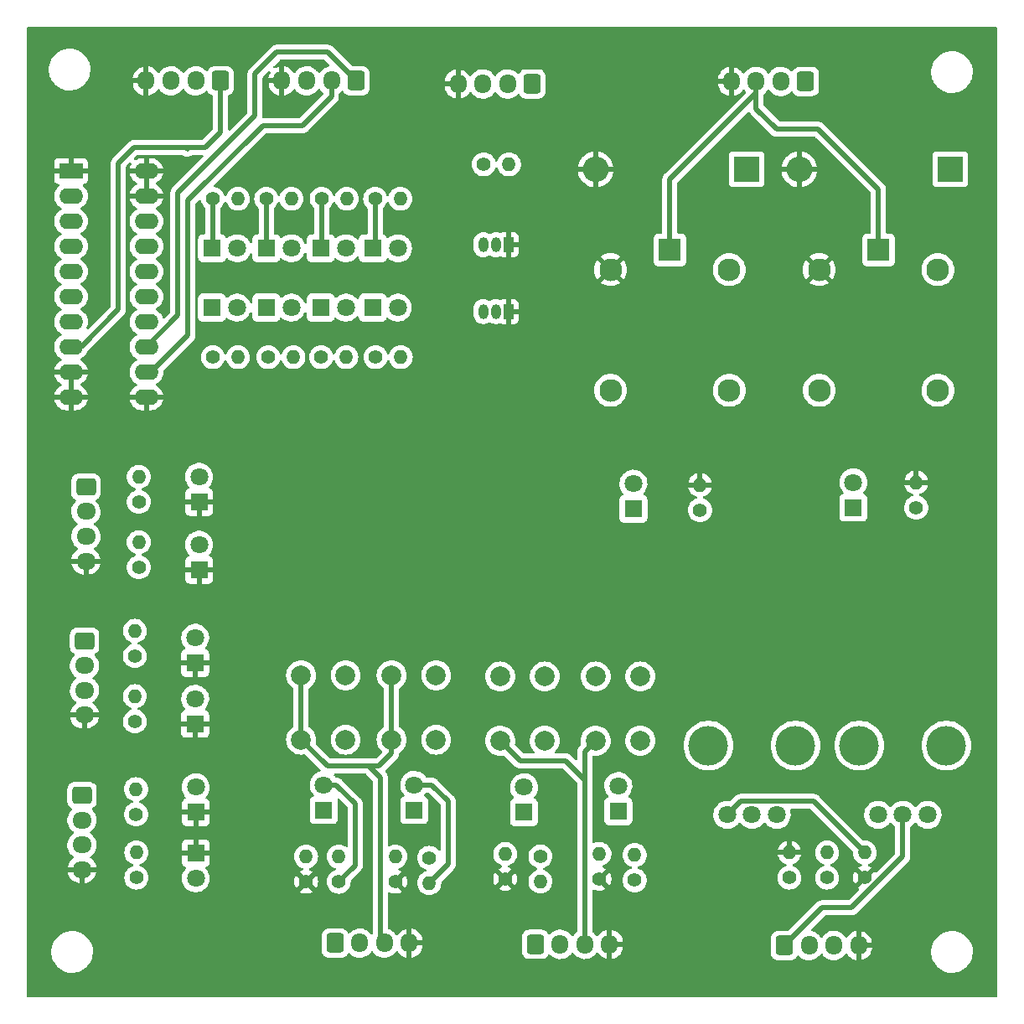
<source format=gbr>
%TF.GenerationSoftware,KiCad,Pcbnew,6.0.7-f9a2dced07~116~ubuntu20.04.1*%
%TF.CreationDate,2022-07-30T14:53:06+01:00*%
%TF.ProjectId,testing_board,74657374-696e-4675-9f62-6f6172642e6b,rev?*%
%TF.SameCoordinates,Original*%
%TF.FileFunction,Copper,L2,Bot*%
%TF.FilePolarity,Positive*%
%FSLAX46Y46*%
G04 Gerber Fmt 4.6, Leading zero omitted, Abs format (unit mm)*
G04 Created by KiCad (PCBNEW 6.0.7-f9a2dced07~116~ubuntu20.04.1) date 2022-07-30 14:53:06*
%MOMM*%
%LPD*%
G01*
G04 APERTURE LIST*
G04 Aperture macros list*
%AMRoundRect*
0 Rectangle with rounded corners*
0 $1 Rounding radius*
0 $2 $3 $4 $5 $6 $7 $8 $9 X,Y pos of 4 corners*
0 Add a 4 corners polygon primitive as box body*
4,1,4,$2,$3,$4,$5,$6,$7,$8,$9,$2,$3,0*
0 Add four circle primitives for the rounded corners*
1,1,$1+$1,$2,$3*
1,1,$1+$1,$4,$5*
1,1,$1+$1,$6,$7*
1,1,$1+$1,$8,$9*
0 Add four rect primitives between the rounded corners*
20,1,$1+$1,$2,$3,$4,$5,0*
20,1,$1+$1,$4,$5,$6,$7,0*
20,1,$1+$1,$6,$7,$8,$9,0*
20,1,$1+$1,$8,$9,$2,$3,0*%
G04 Aperture macros list end*
%TA.AperFunction,ComponentPad*%
%ADD10C,1.800000*%
%TD*%
%TA.AperFunction,ComponentPad*%
%ADD11R,1.800000X1.800000*%
%TD*%
%TA.AperFunction,ComponentPad*%
%ADD12O,1.700000X1.950000*%
%TD*%
%TA.AperFunction,ComponentPad*%
%ADD13RoundRect,0.250000X-0.600000X-0.725000X0.600000X-0.725000X0.600000X0.725000X-0.600000X0.725000X0*%
%TD*%
%TA.AperFunction,ComponentPad*%
%ADD14O,1.950000X1.700000*%
%TD*%
%TA.AperFunction,ComponentPad*%
%ADD15RoundRect,0.250000X-0.725000X0.600000X-0.725000X-0.600000X0.725000X-0.600000X0.725000X0.600000X0*%
%TD*%
%TA.AperFunction,ComponentPad*%
%ADD16O,1.400000X1.400000*%
%TD*%
%TA.AperFunction,ComponentPad*%
%ADD17C,1.400000*%
%TD*%
%TA.AperFunction,WasherPad*%
%ADD18C,4.000000*%
%TD*%
%TA.AperFunction,ComponentPad*%
%ADD19C,2.000000*%
%TD*%
%TA.AperFunction,ComponentPad*%
%ADD20O,1.000000X1.500000*%
%TD*%
%TA.AperFunction,ComponentPad*%
%ADD21R,1.000000X1.500000*%
%TD*%
%TA.AperFunction,ComponentPad*%
%ADD22RoundRect,0.250000X0.600000X0.725000X-0.600000X0.725000X-0.600000X-0.725000X0.600000X-0.725000X0*%
%TD*%
%TA.AperFunction,ComponentPad*%
%ADD23C,2.300000*%
%TD*%
%TA.AperFunction,ComponentPad*%
%ADD24R,2.300000X2.300000*%
%TD*%
%TA.AperFunction,ComponentPad*%
%ADD25O,2.400000X1.600000*%
%TD*%
%TA.AperFunction,ComponentPad*%
%ADD26R,2.400000X1.600000*%
%TD*%
%TA.AperFunction,ComponentPad*%
%ADD27O,2.600000X2.600000*%
%TD*%
%TA.AperFunction,ComponentPad*%
%ADD28R,2.600000X2.600000*%
%TD*%
%TA.AperFunction,Conductor*%
%ADD29C,0.500000*%
%TD*%
G04 APERTURE END LIST*
D10*
%TO.P,D1,2,A*%
%TO.N,Net-(D1-Pad2)*%
X97099000Y-97536000D03*
D11*
%TO.P,D1,1,K*%
%TO.N,Net-(D1-Pad1)*%
X97099000Y-100076000D03*
%TD*%
D10*
%TO.P,D3,2,A*%
%TO.N,Net-(D3-Pad2)*%
X76478000Y-97428000D03*
D11*
%TO.P,D3,1,K*%
%TO.N,Net-(D3-Pad1)*%
X76478000Y-99968000D03*
%TD*%
D10*
%TO.P,D4,2,A*%
%TO.N,Net-(D4-Pad2)*%
X54346000Y-82563000D03*
D11*
%TO.P,D4,1,K*%
%TO.N,GND*%
X54346000Y-85103000D03*
%TD*%
D10*
%TO.P,D5,2,A*%
%TO.N,Net-(D5-Pad2)*%
X54346000Y-88714000D03*
D11*
%TO.P,D5,1,K*%
%TO.N,GND*%
X54346000Y-91254000D03*
%TD*%
D10*
%TO.P,D6,2,A*%
%TO.N,Net-(D6-Pad2)*%
X54737000Y-66294000D03*
D11*
%TO.P,D6,1,K*%
%TO.N,GND*%
X54737000Y-68834000D03*
%TD*%
D10*
%TO.P,D7,2,A*%
%TO.N,Net-(D7-Pad2)*%
X54737000Y-73152000D03*
D11*
%TO.P,D7,1,K*%
%TO.N,GND*%
X54737000Y-75692000D03*
%TD*%
D10*
%TO.P,D8,2,A*%
%TO.N,Net-(D8-Pad2)*%
X67334000Y-97428000D03*
D11*
%TO.P,D8,1,K*%
%TO.N,Net-(D8-Pad1)*%
X67334000Y-99968000D03*
%TD*%
D10*
%TO.P,D9,2,A*%
%TO.N,+5V*%
X74840000Y-43200000D03*
D11*
%TO.P,D9,1,K*%
%TO.N,Net-(D9-Pad1)*%
X72300000Y-43200000D03*
%TD*%
D10*
%TO.P,D10,2,A*%
%TO.N,+5V*%
X69565000Y-43200000D03*
D11*
%TO.P,D10,1,K*%
%TO.N,Net-(R14-Pad1)*%
X67025000Y-43200000D03*
%TD*%
D10*
%TO.P,D11,2,A*%
%TO.N,+5V*%
X64065000Y-43200000D03*
D11*
%TO.P,D11,1,K*%
%TO.N,Net-(D11-Pad1)*%
X61525000Y-43200000D03*
%TD*%
D10*
%TO.P,D12,2,A*%
%TO.N,+5V*%
X58590000Y-43200000D03*
D11*
%TO.P,D12,1,K*%
%TO.N,Net-(R16-Pad1)*%
X56050000Y-43200000D03*
%TD*%
D10*
%TO.P,D13,2,A*%
%TO.N,Net-(D13-Pad2)*%
X54400000Y-97660000D03*
D11*
%TO.P,D13,1,K*%
%TO.N,GND*%
X54400000Y-100200000D03*
%TD*%
D10*
%TO.P,D14,2,A*%
%TO.N,Net-(D14-Pad2)*%
X54400000Y-106865000D03*
D11*
%TO.P,D14,1,K*%
%TO.N,GND*%
X54400000Y-104325000D03*
%TD*%
%TO.P,D15,1,K*%
%TO.N,Net-(D15-Pad1)*%
X72275000Y-49200000D03*
D10*
%TO.P,D15,2,A*%
%TO.N,+5V*%
X74815000Y-49200000D03*
%TD*%
D11*
%TO.P,D16,1,K*%
%TO.N,Net-(D16-Pad1)*%
X67025000Y-49200000D03*
D10*
%TO.P,D16,2,A*%
%TO.N,+5V*%
X69565000Y-49200000D03*
%TD*%
D11*
%TO.P,D17,1,K*%
%TO.N,Net-(D17-Pad1)*%
X61525000Y-49200000D03*
D10*
%TO.P,D17,2,A*%
%TO.N,+5V*%
X64065000Y-49200000D03*
%TD*%
%TO.P,D18,2,A*%
%TO.N,+5V*%
X58565000Y-49200000D03*
D11*
%TO.P,D18,1,K*%
%TO.N,Net-(R25-Pad1)*%
X56025000Y-49200000D03*
%TD*%
D12*
%TO.P,J1,4,Pin_4*%
%TO.N,GND*%
X96217000Y-113538000D03*
%TO.P,J1,3,Pin_3*%
%TO.N,+5V*%
X93717000Y-113538000D03*
%TO.P,J1,2,Pin_2*%
%TO.N,Net-(D1-Pad1)*%
X91217000Y-113538000D03*
D13*
%TO.P,J1,1,Pin_1*%
%TO.N,Net-(D2-Pad1)*%
X88717000Y-113538000D03*
%TD*%
D12*
%TO.P,J2,4,Pin_4*%
%TO.N,GND*%
X75977000Y-113411000D03*
%TO.P,J2,3,Pin_3*%
%TO.N,+5V*%
X73477000Y-113411000D03*
%TO.P,J2,2,Pin_2*%
%TO.N,Net-(D3-Pad1)*%
X70977000Y-113411000D03*
D13*
%TO.P,J2,1,Pin_1*%
%TO.N,Net-(D8-Pad1)*%
X68477000Y-113411000D03*
%TD*%
D14*
%TO.P,J3,4,Pin_4*%
%TO.N,GND*%
X43170000Y-90372000D03*
%TO.P,J3,3,Pin_3*%
%TO.N,+5V*%
X43170000Y-87872000D03*
%TO.P,J3,2,Pin_2*%
%TO.N,Net-(J3-Pad2)*%
X43170000Y-85372000D03*
D15*
%TO.P,J3,1,Pin_1*%
%TO.N,Net-(J3-Pad1)*%
X43170000Y-82872000D03*
%TD*%
D14*
%TO.P,J4,4,Pin_4*%
%TO.N,GND*%
X43307000Y-74810000D03*
%TO.P,J4,3,Pin_3*%
%TO.N,+5V*%
X43307000Y-72310000D03*
%TO.P,J4,2,Pin_2*%
%TO.N,Net-(J4-Pad2)*%
X43307000Y-69810000D03*
D15*
%TO.P,J4,1,Pin_1*%
%TO.N,Net-(J4-Pad1)*%
X43307000Y-67310000D03*
%TD*%
D12*
%TO.P,J5,4,Pin_4*%
%TO.N,GND*%
X121369999Y-113657999D03*
%TO.P,J5,3,Pin_3*%
%TO.N,+5V*%
X118869999Y-113657999D03*
%TO.P,J5,2,Pin_2*%
%TO.N,Net-(J5-Pad2)*%
X116369999Y-113657999D03*
D13*
%TO.P,J5,1,Pin_1*%
%TO.N,Net-(J5-Pad1)*%
X113869999Y-113657999D03*
%TD*%
D16*
%TO.P,R1,2*%
%TO.N,Net-(D1-Pad2)*%
X98750000Y-104521000D03*
D17*
%TO.P,R1,1*%
%TO.N,Net-(R1-Pad1)*%
X98750000Y-107061000D03*
%TD*%
D16*
%TO.P,R2,2*%
%TO.N,Net-(R2-Pad2)*%
X89225000Y-107188000D03*
D17*
%TO.P,R2,1*%
%TO.N,Net-(D2-Pad2)*%
X89225000Y-104648000D03*
%TD*%
D16*
%TO.P,R3,2*%
%TO.N,Net-(D3-Pad2)*%
X78002000Y-107334000D03*
D17*
%TO.P,R3,1*%
%TO.N,Net-(R3-Pad1)*%
X78002000Y-104794000D03*
%TD*%
D16*
%TO.P,R4,2*%
%TO.N,Net-(J3-Pad1)*%
X48250000Y-81856000D03*
D17*
%TO.P,R4,1*%
%TO.N,Net-(D4-Pad2)*%
X48250000Y-84396000D03*
%TD*%
D16*
%TO.P,R5,2*%
%TO.N,Net-(J3-Pad2)*%
X48250000Y-88460000D03*
D17*
%TO.P,R5,1*%
%TO.N,Net-(D5-Pad2)*%
X48250000Y-91000000D03*
%TD*%
D16*
%TO.P,R6,2*%
%TO.N,Net-(J4-Pad1)*%
X48641000Y-66294000D03*
D17*
%TO.P,R6,1*%
%TO.N,Net-(D6-Pad2)*%
X48641000Y-68834000D03*
%TD*%
D16*
%TO.P,R7,2*%
%TO.N,Net-(J4-Pad2)*%
X48641000Y-72898000D03*
D17*
%TO.P,R7,1*%
%TO.N,Net-(D7-Pad2)*%
X48641000Y-75438000D03*
%TD*%
D16*
%TO.P,R8,2*%
%TO.N,Net-(D1-Pad1)*%
X95194000Y-104394000D03*
D17*
%TO.P,R8,1*%
%TO.N,GND*%
X95194000Y-106934000D03*
%TD*%
D16*
%TO.P,R9,2*%
%TO.N,Net-(D3-Pad1)*%
X74573000Y-104667000D03*
D17*
%TO.P,R9,1*%
%TO.N,GND*%
X74573000Y-107207000D03*
%TD*%
D16*
%TO.P,R10,2*%
%TO.N,Net-(D8-Pad1)*%
X65556000Y-104667000D03*
D17*
%TO.P,R10,1*%
%TO.N,GND*%
X65556000Y-107207000D03*
%TD*%
D16*
%TO.P,R11,2*%
%TO.N,Net-(R11-Pad2)*%
X68858000Y-104667000D03*
D17*
%TO.P,R11,1*%
%TO.N,Net-(D8-Pad2)*%
X68858000Y-107207000D03*
%TD*%
D16*
%TO.P,R12,2*%
%TO.N,Net-(D2-Pad1)*%
X85669000Y-104394000D03*
D17*
%TO.P,R12,1*%
%TO.N,GND*%
X85669000Y-106934000D03*
%TD*%
D16*
%TO.P,R13,2*%
%TO.N,Net-(U3-Pad14)*%
X75070000Y-38200000D03*
D17*
%TO.P,R13,1*%
%TO.N,Net-(D9-Pad1)*%
X72530000Y-38200000D03*
%TD*%
D16*
%TO.P,R14,2*%
%TO.N,Net-(U3-Pad15)*%
X69670000Y-38200000D03*
D17*
%TO.P,R14,1*%
%TO.N,Net-(R14-Pad1)*%
X67130000Y-38200000D03*
%TD*%
D16*
%TO.P,R15,2*%
%TO.N,Net-(U3-Pad16)*%
X64070000Y-38200000D03*
D17*
%TO.P,R15,1*%
%TO.N,Net-(D11-Pad1)*%
X61530000Y-38200000D03*
%TD*%
D16*
%TO.P,R16,2*%
%TO.N,Net-(U3-Pad17)*%
X58670000Y-38200000D03*
D17*
%TO.P,R16,1*%
%TO.N,Net-(R16-Pad1)*%
X56130000Y-38200000D03*
%TD*%
D16*
%TO.P,R17,2*%
%TO.N,Net-(R17-Pad2)*%
X118187999Y-104259999D03*
D17*
%TO.P,R17,1*%
%TO.N,+5V*%
X118187999Y-106799999D03*
%TD*%
D16*
%TO.P,R18,2*%
%TO.N,Net-(J16-Pad2)*%
X86050000Y-34725000D03*
D17*
%TO.P,R18,1*%
%TO.N,+5V*%
X83510000Y-34725000D03*
%TD*%
D16*
%TO.P,R19,2*%
%TO.N,GND*%
X114377999Y-104259999D03*
D17*
%TO.P,R19,1*%
%TO.N,Net-(R17-Pad2)*%
X114377999Y-106799999D03*
%TD*%
D16*
%TO.P,R20,2*%
%TO.N,GND*%
X105356000Y-67114000D03*
D17*
%TO.P,R20,1*%
%TO.N,Net-(D22-Pad1)*%
X105356000Y-69654000D03*
%TD*%
D16*
%TO.P,R21,2*%
%TO.N,Net-(D14-Pad2)*%
X48400000Y-104260000D03*
D17*
%TO.P,R21,1*%
%TO.N,Net-(J6-Pad2)*%
X48400000Y-106800000D03*
%TD*%
%TO.P,R22,1*%
%TO.N,Net-(D15-Pad1)*%
X72580000Y-54200000D03*
D16*
%TO.P,R22,2*%
%TO.N,Net-(U3-Pad7)*%
X75120000Y-54200000D03*
%TD*%
D17*
%TO.P,R23,1*%
%TO.N,Net-(D16-Pad1)*%
X67080000Y-54200000D03*
D16*
%TO.P,R23,2*%
%TO.N,Net-(U3-Pad6)*%
X69620000Y-54200000D03*
%TD*%
D17*
%TO.P,R24,1*%
%TO.N,Net-(D17-Pad1)*%
X61730000Y-54200000D03*
D16*
%TO.P,R24,2*%
%TO.N,Net-(R24-Pad2)*%
X64270000Y-54200000D03*
%TD*%
%TO.P,R25,2*%
%TO.N,Net-(U3-Pad4)*%
X58670000Y-54200000D03*
D17*
%TO.P,R25,1*%
%TO.N,Net-(R25-Pad1)*%
X56130000Y-54200000D03*
%TD*%
D10*
%TO.P,RV1,3,3*%
%TO.N,Net-(R26-Pad2)*%
X123347999Y-100449999D03*
%TO.P,RV1,2,2*%
%TO.N,Net-(J5-Pad1)*%
X125847999Y-100449999D03*
%TO.P,RV1,1,1*%
%TO.N,Net-(R17-Pad2)*%
X128347999Y-100449999D03*
D18*
%TO.P,RV1,*%
%TO.N,*%
X130247999Y-93449999D03*
X121447999Y-93449999D03*
%TD*%
D10*
%TO.P,RV2,3,3*%
%TO.N,Net-(R26-Pad2)*%
X108107999Y-100449999D03*
%TO.P,RV2,2,2*%
%TO.N,Net-(J5-Pad2)*%
X110607999Y-100449999D03*
%TO.P,RV2,1,1*%
%TO.N,Net-(R17-Pad2)*%
X113107999Y-100449999D03*
D18*
%TO.P,RV2,*%
%TO.N,*%
X115007999Y-93449999D03*
X106207999Y-93449999D03*
%TD*%
D19*
%TO.P,SW1,2,2*%
%TO.N,Net-(R1-Pad1)*%
X99313000Y-92964000D03*
X99313000Y-86464000D03*
%TO.P,SW1,1,1*%
%TO.N,+5V*%
X94813000Y-86464000D03*
X94813000Y-92964000D03*
%TD*%
%TO.P,SW2,2,2*%
%TO.N,Net-(R2-Pad2)*%
X89661000Y-86464000D03*
X89661000Y-92964000D03*
%TO.P,SW2,1,1*%
%TO.N,+5V*%
X85161000Y-92964000D03*
X85161000Y-86464000D03*
%TD*%
%TO.P,SW3,2,2*%
%TO.N,Net-(R3-Pad1)*%
X78692000Y-86356000D03*
X78692000Y-92856000D03*
%TO.P,SW3,1,1*%
%TO.N,+5V*%
X74192000Y-92856000D03*
X74192000Y-86356000D03*
%TD*%
%TO.P,SW4,2,2*%
%TO.N,Net-(R11-Pad2)*%
X69548000Y-86356000D03*
X69548000Y-92856000D03*
%TO.P,SW4,1,1*%
%TO.N,+5V*%
X65048000Y-86356000D03*
X65048000Y-92856000D03*
%TD*%
D20*
%TO.P,U1,3,VDD*%
%TO.N,+5V*%
X83460000Y-42850000D03*
%TO.P,U1,2,DQ*%
%TO.N,Net-(J16-Pad2)*%
X84730000Y-42850000D03*
D21*
%TO.P,U1,1,GND*%
%TO.N,GND*%
X86000000Y-42850000D03*
%TD*%
D20*
%TO.P,U2,3,VDD*%
%TO.N,+5V*%
X83460000Y-49600000D03*
%TO.P,U2,2,DQ*%
%TO.N,Net-(J16-Pad2)*%
X84730000Y-49600000D03*
D21*
%TO.P,U2,1,GND*%
%TO.N,GND*%
X86000000Y-49600000D03*
%TD*%
D12*
%TO.P,J16,4,Pin_4*%
%TO.N,GND*%
X80900000Y-26600000D03*
%TO.P,J16,3,Pin_3*%
%TO.N,+5V*%
X83400000Y-26600000D03*
%TO.P,J16,2,Pin_2*%
%TO.N,Net-(J16-Pad2)*%
X85900000Y-26600000D03*
D22*
%TO.P,J16,1,Pin_1*%
%TO.N,unconnected-(J16-Pad1)*%
X88400000Y-26600000D03*
%TD*%
D16*
%TO.P,R26,2*%
%TO.N,Net-(R26-Pad2)*%
X121997999Y-104259999D03*
D17*
%TO.P,R26,1*%
%TO.N,GND*%
X121997999Y-106799999D03*
%TD*%
D10*
%TO.P,D2,2,A*%
%TO.N,Net-(D2-Pad2)*%
X87574000Y-97663000D03*
D11*
%TO.P,D2,1,K*%
%TO.N,Net-(D2-Pad1)*%
X87574000Y-100203000D03*
%TD*%
D10*
%TO.P,D21,2,A*%
%TO.N,Net-(D21-Pad2)*%
X120850000Y-66860000D03*
D11*
%TO.P,D21,1,K*%
%TO.N,Net-(D21-Pad1)*%
X120850000Y-69400000D03*
%TD*%
D10*
%TO.P,D22,2,A*%
%TO.N,Net-(D22-Pad2)*%
X98625000Y-66987000D03*
D11*
%TO.P,D22,1,K*%
%TO.N,Net-(D22-Pad1)*%
X98625000Y-69527000D03*
%TD*%
D12*
%TO.P,J7,4,Pin_4*%
%TO.N,GND*%
X49396000Y-26289000D03*
%TO.P,J7,3,Pin_3*%
%TO.N,+5V*%
X51896000Y-26289000D03*
%TO.P,J7,2,Pin_2*%
%TO.N,Net-(J7-Pad2)*%
X54396000Y-26289000D03*
D22*
%TO.P,J7,1,Pin_1*%
%TO.N,Net-(J7-Pad1)*%
X56896000Y-26289000D03*
%TD*%
D12*
%TO.P,J8,4,Pin_4*%
%TO.N,GND*%
X63112000Y-26289000D03*
%TO.P,J8,3,Pin_3*%
%TO.N,+5V*%
X65612000Y-26289000D03*
%TO.P,J8,2,Pin_2*%
%TO.N,Net-(J8-Pad2)*%
X68112000Y-26289000D03*
D22*
%TO.P,J8,1,Pin_1*%
%TO.N,Net-(J8-Pad1)*%
X70612000Y-26289000D03*
%TD*%
D12*
%TO.P,J9,4,Pin_4*%
%TO.N,GND*%
X108524000Y-26347000D03*
%TO.P,J9,3,Pin_3*%
%TO.N,+5V*%
X111024000Y-26347000D03*
%TO.P,J9,2,Pin_2*%
%TO.N,Net-(D20-Pad1)*%
X113524000Y-26347000D03*
D22*
%TO.P,J9,1,Pin_1*%
%TO.N,Net-(D19-Pad1)*%
X116024000Y-26347000D03*
%TD*%
D16*
%TO.P,R27,2*%
%TO.N,Net-(D13-Pad2)*%
X48376000Y-97848000D03*
D17*
%TO.P,R27,1*%
%TO.N,Net-(J6-Pad1)*%
X48376000Y-100388000D03*
%TD*%
D16*
%TO.P,R28,2*%
%TO.N,GND*%
X127200000Y-66860000D03*
D17*
%TO.P,R28,1*%
%TO.N,Net-(D21-Pad1)*%
X127200000Y-69400000D03*
%TD*%
D23*
%TO.P,RLY1,5,COIL*%
%TO.N,Net-(D19-Pad1)*%
X129390000Y-45365000D03*
%TO.P,RLY1,4,NC*%
%TO.N,unconnected-(RLY1-Pad4)*%
X129390000Y-57565000D03*
%TO.P,RLY1,3,NO*%
%TO.N,Net-(D21-Pad2)*%
X117390000Y-57565000D03*
%TO.P,RLY1,2,COIL*%
%TO.N,GND*%
X117390000Y-45365000D03*
D24*
%TO.P,RLY1,1,COM*%
%TO.N,+5V*%
X123390000Y-43365000D03*
%TD*%
D23*
%TO.P,RLY2,5,COIL*%
%TO.N,Net-(D20-Pad1)*%
X108308000Y-45365000D03*
%TO.P,RLY2,4,NC*%
%TO.N,unconnected-(RLY2-Pad4)*%
X108308000Y-57565000D03*
%TO.P,RLY2,3,NO*%
%TO.N,Net-(D22-Pad2)*%
X96308000Y-57565000D03*
%TO.P,RLY2,2,COIL*%
%TO.N,GND*%
X96308000Y-45365000D03*
D24*
%TO.P,RLY2,1,COM*%
%TO.N,+5V*%
X102308000Y-43365000D03*
%TD*%
D25*
%TO.P,U3,20,PGND*%
%TO.N,GND*%
X49420000Y-35400000D03*
%TO.P,U3,19,LGND*%
X49420000Y-37940000D03*
%TO.P,U3,18,SER_OUT*%
%TO.N,unconnected-(U3-Pad18)*%
X49420000Y-40480000D03*
%TO.P,U3,17,DRAIN7*%
%TO.N,Net-(U3-Pad17)*%
X49420000Y-43020000D03*
%TO.P,U3,16,DRAIN6*%
%TO.N,Net-(U3-Pad16)*%
X49420000Y-45560000D03*
%TO.P,U3,15,DRAIN5*%
%TO.N,Net-(U3-Pad15)*%
X49420000Y-48100000D03*
%TO.P,U3,14,DRAIN4*%
%TO.N,Net-(U3-Pad14)*%
X49420000Y-50640000D03*
%TO.P,U3,13,SRCK*%
%TO.N,Net-(J8-Pad1)*%
X49420000Y-53180000D03*
%TO.P,U3,12,RCLK*%
%TO.N,Net-(J8-Pad2)*%
X49420000Y-55720000D03*
%TO.P,U3,11,PGND*%
%TO.N,GND*%
X49420000Y-58260000D03*
%TO.P,U3,10,PGND*%
X41800000Y-58260000D03*
%TO.P,U3,9,~{G}*%
X41800000Y-55720000D03*
%TO.P,U3,8,~{SRCLR}*%
%TO.N,Net-(J7-Pad1)*%
X41800000Y-53180000D03*
%TO.P,U3,7,DRAIN3*%
%TO.N,Net-(U3-Pad7)*%
X41800000Y-50640000D03*
%TO.P,U3,6,DRAIN2*%
%TO.N,Net-(U3-Pad6)*%
X41800000Y-48100000D03*
%TO.P,U3,5,DRAIN1*%
%TO.N,Net-(R24-Pad2)*%
X41800000Y-45560000D03*
%TO.P,U3,4,DRAIN0*%
%TO.N,Net-(U3-Pad4)*%
X41800000Y-43020000D03*
%TO.P,U3,3,SER_IN*%
%TO.N,Net-(J7-Pad2)*%
X41800000Y-40480000D03*
%TO.P,U3,2,VCC*%
%TO.N,+5V*%
X41800000Y-37940000D03*
D26*
%TO.P,U3,1,PGND*%
%TO.N,GND*%
X41800000Y-35400000D03*
%TD*%
D14*
%TO.P,J6,4,Pin_4*%
%TO.N,GND*%
X42915000Y-105983000D03*
%TO.P,J6,3,Pin_3*%
%TO.N,+5V*%
X42915000Y-103483000D03*
%TO.P,J6,2,Pin_2*%
%TO.N,Net-(J6-Pad2)*%
X42915000Y-100983000D03*
D15*
%TO.P,J6,1,Pin_1*%
%TO.N,Net-(J6-Pad1)*%
X42915000Y-98483000D03*
%TD*%
D27*
%TO.P,D19,2,A*%
%TO.N,GND*%
X115389000Y-35237000D03*
D28*
%TO.P,D19,1,K*%
%TO.N,Net-(D19-Pad1)*%
X130629000Y-35237000D03*
%TD*%
D27*
%TO.P,D20,2,A*%
%TO.N,GND*%
X94815000Y-35237000D03*
D28*
%TO.P,D20,1,K*%
%TO.N,Net-(D20-Pad1)*%
X110055000Y-35237000D03*
%TD*%
D29*
%TO.N,Net-(J8-Pad2)*%
X49420000Y-55720000D02*
X49880000Y-55720000D01*
X49880000Y-55720000D02*
X53600000Y-52000000D01*
X53600000Y-52000000D02*
X53600000Y-38400000D01*
X53600000Y-38400000D02*
X61200000Y-30800000D01*
X61200000Y-30800000D02*
X65200000Y-30800000D01*
X65200000Y-30800000D02*
X68112000Y-27888000D01*
X68112000Y-27888000D02*
X68112000Y-26289000D01*
%TO.N,Net-(J8-Pad1)*%
X49420000Y-53180000D02*
X52600000Y-50000000D01*
X62600000Y-23400000D02*
X67723000Y-23400000D01*
X52600000Y-50000000D02*
X52600000Y-37600000D01*
X52600000Y-37600000D02*
X60400000Y-29800000D01*
X60400000Y-29800000D02*
X60400000Y-25600000D01*
X60400000Y-25600000D02*
X62600000Y-23400000D01*
X67723000Y-23400000D02*
X70612000Y-26289000D01*
%TO.N,Net-(J7-Pad1)*%
X53400000Y-33000000D02*
X55400000Y-33000000D01*
X55400000Y-33000000D02*
X56896000Y-31504000D01*
X56896000Y-31504000D02*
X56896000Y-26289000D01*
X41800000Y-53180000D02*
X42820000Y-53180000D01*
X42820000Y-53180000D02*
X46600000Y-49400000D01*
X46600000Y-34600000D02*
X48200000Y-33000000D01*
X46600000Y-49400000D02*
X46600000Y-34600000D01*
X48200000Y-33000000D02*
X53400000Y-33000000D01*
X53400000Y-33000000D02*
X53600000Y-33200000D01*
%TO.N,Net-(D9-Pad1)*%
X72530000Y-38200000D02*
X72530000Y-42970000D01*
X72530000Y-42970000D02*
X72300000Y-43200000D01*
%TO.N,Net-(R14-Pad1)*%
X67130000Y-38200000D02*
X67130000Y-43095000D01*
X67130000Y-43095000D02*
X67025000Y-43200000D01*
%TO.N,Net-(D11-Pad1)*%
X61530000Y-38200000D02*
X61530000Y-43195000D01*
X61530000Y-43195000D02*
X61525000Y-43200000D01*
%TO.N,Net-(R16-Pad1)*%
X56130000Y-38200000D02*
X56130000Y-43120000D01*
X56130000Y-43120000D02*
X56050000Y-43200000D01*
%TO.N,Net-(D3-Pad2)*%
X76478000Y-97428000D02*
X78256000Y-97428000D01*
X79907000Y-99079000D02*
X79907000Y-105429000D01*
X79907000Y-105429000D02*
X78002000Y-107334000D01*
X78256000Y-97428000D02*
X79907000Y-99079000D01*
%TO.N,Net-(D8-Pad2)*%
X70509000Y-99333000D02*
X70509000Y-105556000D01*
X67334000Y-97428000D02*
X68604000Y-97428000D01*
X70509000Y-105556000D02*
X68858000Y-107207000D01*
X68604000Y-97428000D02*
X70509000Y-99333000D01*
%TO.N,+5V*%
X87193000Y-94996000D02*
X85161000Y-92964000D01*
X71906000Y-95523000D02*
X67715000Y-95523000D01*
X74192000Y-92856000D02*
X74192000Y-86356000D01*
X93717000Y-113538000D02*
X93717000Y-97616000D01*
X93717000Y-97616000D02*
X93717000Y-96948000D01*
X111024000Y-27537000D02*
X102308000Y-36253000D01*
X73477000Y-113411000D02*
X73049000Y-112983000D01*
X123390000Y-37269000D02*
X123390000Y-43365000D01*
X93717000Y-96440000D02*
X93717000Y-94060000D01*
X111024000Y-26347000D02*
X111024000Y-27537000D01*
X111024000Y-26347000D02*
X111024000Y-29094000D01*
X65048000Y-92856000D02*
X65048000Y-86356000D01*
X67715000Y-95523000D02*
X65048000Y-92856000D01*
X102308000Y-36253000D02*
X102308000Y-43365000D01*
X71906000Y-95523000D02*
X72922000Y-95523000D01*
X113103000Y-31173000D02*
X117294000Y-31173000D01*
X93717000Y-97616000D02*
X93717000Y-96440000D01*
X117294000Y-31173000D02*
X123390000Y-37269000D01*
X91765000Y-94996000D02*
X87193000Y-94996000D01*
X111024000Y-29094000D02*
X113103000Y-31173000D01*
X72922000Y-95523000D02*
X74192000Y-94253000D01*
X73049000Y-113383000D02*
X73049000Y-96666000D01*
X74192000Y-94253000D02*
X74192000Y-92856000D01*
X73049000Y-96666000D02*
X71906000Y-95523000D01*
X93717000Y-94060000D02*
X94813000Y-92964000D01*
X93717000Y-96948000D02*
X91765000Y-94996000D01*
%TO.N,Net-(J5-Pad1)*%
X117679999Y-109847999D02*
X120652001Y-109847999D01*
X120652001Y-109847999D02*
X125847999Y-104652001D01*
X125847999Y-104652001D02*
X125847999Y-100449999D01*
X113869999Y-113657999D02*
X117679999Y-109847999D01*
%TO.N,Net-(R26-Pad2)*%
X116837998Y-99099998D02*
X121997999Y-104259999D01*
X109458000Y-99099998D02*
X116837998Y-99099998D01*
X108107999Y-100449999D02*
X109458000Y-99099998D01*
%TD*%
%TA.AperFunction,Conductor*%
%TO.N,GND*%
G36*
X135323621Y-20848502D02*
G01*
X135370114Y-20902158D01*
X135381500Y-20954500D01*
X135381500Y-118745500D01*
X135361498Y-118813621D01*
X135307842Y-118860114D01*
X135255500Y-118871500D01*
X37464500Y-118871500D01*
X37396379Y-118851498D01*
X37349886Y-118797842D01*
X37338500Y-118745500D01*
X37338500Y-114432703D01*
X39800743Y-114432703D01*
X39801302Y-114436947D01*
X39801302Y-114436951D01*
X39812730Y-114523751D01*
X39838268Y-114717734D01*
X39839401Y-114721874D01*
X39839401Y-114721876D01*
X39843634Y-114737348D01*
X39914129Y-114995036D01*
X39915813Y-114998984D01*
X39978051Y-115144897D01*
X40026923Y-115259476D01*
X40174561Y-115506161D01*
X40354313Y-115730528D01*
X40562851Y-115928423D01*
X40796317Y-116096186D01*
X40800112Y-116098195D01*
X40800113Y-116098196D01*
X40821869Y-116109715D01*
X41050392Y-116230712D01*
X41320373Y-116329511D01*
X41601264Y-116390755D01*
X41629841Y-116393004D01*
X41824282Y-116408307D01*
X41824291Y-116408307D01*
X41826739Y-116408500D01*
X41982271Y-116408500D01*
X41984407Y-116408354D01*
X41984418Y-116408354D01*
X42192548Y-116394165D01*
X42192554Y-116394164D01*
X42196825Y-116393873D01*
X42201020Y-116393004D01*
X42201022Y-116393004D01*
X42337584Y-116364723D01*
X42478342Y-116335574D01*
X42749343Y-116239607D01*
X43004812Y-116107750D01*
X43008313Y-116105289D01*
X43008317Y-116105287D01*
X43122417Y-116025096D01*
X43240023Y-115942441D01*
X43450622Y-115746740D01*
X43632713Y-115524268D01*
X43782927Y-115279142D01*
X43898483Y-115015898D01*
X43899811Y-115011238D01*
X43951475Y-114829868D01*
X43977244Y-114739406D01*
X44017751Y-114454784D01*
X44017834Y-114439089D01*
X44019235Y-114171583D01*
X44019235Y-114171576D01*
X44019257Y-114167297D01*
X44011436Y-114107886D01*
X43987430Y-113925547D01*
X43981732Y-113882266D01*
X43905871Y-113604964D01*
X43812425Y-113385884D01*
X43794763Y-113344476D01*
X43794761Y-113344472D01*
X43793077Y-113340524D01*
X43673549Y-113140807D01*
X43647643Y-113097521D01*
X43647640Y-113097517D01*
X43645439Y-113093839D01*
X43465687Y-112869472D01*
X43266812Y-112680747D01*
X43260258Y-112674527D01*
X43260255Y-112674525D01*
X43257149Y-112671577D01*
X43023683Y-112503814D01*
X43011209Y-112497209D01*
X42945611Y-112462477D01*
X42769608Y-112369288D01*
X42537042Y-112284181D01*
X42503658Y-112271964D01*
X42503656Y-112271963D01*
X42499627Y-112270489D01*
X42218736Y-112209245D01*
X42183590Y-112206479D01*
X41995718Y-112191693D01*
X41995709Y-112191693D01*
X41993261Y-112191500D01*
X41837729Y-112191500D01*
X41835593Y-112191646D01*
X41835582Y-112191646D01*
X41627452Y-112205835D01*
X41627446Y-112205836D01*
X41623175Y-112206127D01*
X41618980Y-112206996D01*
X41618978Y-112206996D01*
X41482417Y-112235276D01*
X41341658Y-112264426D01*
X41070657Y-112360393D01*
X41010105Y-112391646D01*
X40825612Y-112486870D01*
X40815188Y-112492250D01*
X40811687Y-112494711D01*
X40811683Y-112494713D01*
X40726157Y-112554822D01*
X40579977Y-112657559D01*
X40557248Y-112678680D01*
X40382449Y-112841114D01*
X40369378Y-112853260D01*
X40187287Y-113075732D01*
X40037073Y-113320858D01*
X39921517Y-113584102D01*
X39920342Y-113588229D01*
X39920341Y-113588230D01*
X39898670Y-113664308D01*
X39842756Y-113860594D01*
X39802249Y-114145216D01*
X39802227Y-114149505D01*
X39802226Y-114149512D01*
X39800765Y-114428417D01*
X39800743Y-114432703D01*
X37338500Y-114432703D01*
X37338500Y-106251580D01*
X41458752Y-106251580D01*
X41483477Y-106369421D01*
X41486537Y-106379617D01*
X41567263Y-106584029D01*
X41571994Y-106593561D01*
X41686016Y-106781462D01*
X41692280Y-106790052D01*
X41836327Y-106956052D01*
X41843958Y-106963472D01*
X42013911Y-107102826D01*
X42022678Y-107108850D01*
X42213682Y-107217576D01*
X42223346Y-107222041D01*
X42429941Y-107297031D01*
X42440208Y-107299802D01*
X42643174Y-107336504D01*
X42656414Y-107335085D01*
X42661000Y-107320450D01*
X42661000Y-107316849D01*
X43169000Y-107316849D01*
X43173310Y-107331527D01*
X43185193Y-107333590D01*
X43264325Y-107326876D01*
X43274797Y-107325086D01*
X43487535Y-107269870D01*
X43497575Y-107266335D01*
X43697970Y-107176063D01*
X43707256Y-107170894D01*
X43889575Y-107048150D01*
X43897870Y-107041481D01*
X44056900Y-106889772D01*
X44063941Y-106881814D01*
X44124812Y-106800000D01*
X47186884Y-106800000D01*
X47205314Y-107010655D01*
X47206738Y-107015968D01*
X47206738Y-107015970D01*
X47257925Y-107207000D01*
X47260044Y-107214910D01*
X47262366Y-107219891D01*
X47262367Y-107219892D01*
X47345726Y-107398655D01*
X47349411Y-107406558D01*
X47470699Y-107579776D01*
X47620224Y-107729301D01*
X47793442Y-107850589D01*
X47798420Y-107852910D01*
X47798423Y-107852912D01*
X47980106Y-107937632D01*
X47985090Y-107939956D01*
X47990398Y-107941378D01*
X47990400Y-107941379D01*
X48184030Y-107993262D01*
X48184032Y-107993262D01*
X48189345Y-107994686D01*
X48400000Y-108013116D01*
X48610655Y-107994686D01*
X48615968Y-107993262D01*
X48615970Y-107993262D01*
X48809600Y-107941379D01*
X48809602Y-107941378D01*
X48814910Y-107939956D01*
X48819894Y-107937632D01*
X49001577Y-107852912D01*
X49001580Y-107852910D01*
X49006558Y-107850589D01*
X49179776Y-107729301D01*
X49329301Y-107579776D01*
X49450589Y-107406558D01*
X49454275Y-107398655D01*
X49537633Y-107219892D01*
X49537634Y-107219891D01*
X49539956Y-107214910D01*
X49542076Y-107207000D01*
X49593262Y-107015970D01*
X49593262Y-107015968D01*
X49594686Y-107010655D01*
X49610450Y-106830469D01*
X52987095Y-106830469D01*
X52987392Y-106835622D01*
X52987392Y-106835625D01*
X52998201Y-107023095D01*
X53000427Y-107061697D01*
X53001564Y-107066743D01*
X53001565Y-107066749D01*
X53033428Y-107208132D01*
X53051346Y-107287642D01*
X53053288Y-107292424D01*
X53053289Y-107292428D01*
X53136540Y-107497450D01*
X53138484Y-107502237D01*
X53259501Y-107699719D01*
X53411147Y-107874784D01*
X53589349Y-108022730D01*
X53789322Y-108139584D01*
X54005694Y-108222209D01*
X54010760Y-108223240D01*
X54010761Y-108223240D01*
X54057205Y-108232689D01*
X54232656Y-108268385D01*
X54363324Y-108273176D01*
X54458949Y-108276683D01*
X54458953Y-108276683D01*
X54464113Y-108276872D01*
X54469233Y-108276216D01*
X54469235Y-108276216D01*
X54548294Y-108266088D01*
X54693847Y-108247442D01*
X54698795Y-108245957D01*
X54698802Y-108245956D01*
X54781114Y-108221261D01*
X64906294Y-108221261D01*
X64915590Y-108233276D01*
X64945189Y-108254001D01*
X64954677Y-108259479D01*
X65136277Y-108344159D01*
X65146571Y-108347907D01*
X65340122Y-108399769D01*
X65350909Y-108401671D01*
X65550525Y-108419135D01*
X65561475Y-108419135D01*
X65761091Y-108401671D01*
X65771878Y-108399769D01*
X65965429Y-108347907D01*
X65975723Y-108344159D01*
X66157323Y-108259479D01*
X66166811Y-108254001D01*
X66197248Y-108232689D01*
X66205623Y-108222212D01*
X66198554Y-108208764D01*
X65568812Y-107579022D01*
X65554868Y-107571408D01*
X65553035Y-107571539D01*
X65546420Y-107575790D01*
X64912724Y-108209486D01*
X64906294Y-108221261D01*
X54781114Y-108221261D01*
X54910747Y-108182369D01*
X54915690Y-108180886D01*
X54996236Y-108141427D01*
X55119049Y-108081262D01*
X55119052Y-108081260D01*
X55123684Y-108078991D01*
X55312243Y-107944494D01*
X55476303Y-107781005D01*
X55611458Y-107592917D01*
X55616011Y-107583706D01*
X55711784Y-107389922D01*
X55711785Y-107389920D01*
X55714078Y-107385280D01*
X55766580Y-107212475D01*
X64343865Y-107212475D01*
X64361329Y-107412091D01*
X64363231Y-107422878D01*
X64415093Y-107616429D01*
X64418841Y-107626723D01*
X64503521Y-107808323D01*
X64508999Y-107817811D01*
X64530311Y-107848248D01*
X64540788Y-107856623D01*
X64554236Y-107849554D01*
X65183978Y-107219812D01*
X65190356Y-107208132D01*
X65920408Y-107208132D01*
X65920539Y-107209965D01*
X65924790Y-107216580D01*
X66558486Y-107850276D01*
X66570261Y-107856706D01*
X66582276Y-107847410D01*
X66603001Y-107817811D01*
X66608479Y-107808323D01*
X66693159Y-107626723D01*
X66696907Y-107616429D01*
X66748769Y-107422878D01*
X66750671Y-107412091D01*
X66768135Y-107212475D01*
X66768135Y-107201525D01*
X66750671Y-107001909D01*
X66748769Y-106991122D01*
X66696907Y-106797571D01*
X66693159Y-106787277D01*
X66608479Y-106605677D01*
X66603001Y-106596189D01*
X66581689Y-106565752D01*
X66571212Y-106557377D01*
X66557764Y-106564446D01*
X65928022Y-107194188D01*
X65920408Y-107208132D01*
X65190356Y-107208132D01*
X65191592Y-107205868D01*
X65191461Y-107204035D01*
X65187210Y-107197420D01*
X64553514Y-106563724D01*
X64541739Y-106557294D01*
X64529724Y-106566590D01*
X64508999Y-106596189D01*
X64503521Y-106605677D01*
X64418841Y-106787277D01*
X64415093Y-106797571D01*
X64363231Y-106991122D01*
X64361329Y-107001909D01*
X64343865Y-107201525D01*
X64343865Y-107212475D01*
X55766580Y-107212475D01*
X55781408Y-107163671D01*
X55811640Y-106934041D01*
X55813327Y-106865000D01*
X55801647Y-106722937D01*
X55794773Y-106639318D01*
X55794772Y-106639312D01*
X55794349Y-106634167D01*
X55758304Y-106490665D01*
X55739184Y-106414544D01*
X55739183Y-106414540D01*
X55737925Y-106409533D01*
X55735823Y-106404699D01*
X55647630Y-106201868D01*
X55647628Y-106201865D01*
X55645570Y-106197131D01*
X55519764Y-106002665D01*
X55511256Y-105993314D01*
X55464830Y-105942293D01*
X55429486Y-105903450D01*
X55398434Y-105839605D01*
X55406829Y-105769106D01*
X55452005Y-105714338D01*
X55478449Y-105700669D01*
X55538054Y-105678324D01*
X55553649Y-105669786D01*
X55655724Y-105593285D01*
X55668285Y-105580724D01*
X55744786Y-105478649D01*
X55753324Y-105463054D01*
X55798478Y-105342606D01*
X55802105Y-105327351D01*
X55807631Y-105276486D01*
X55808000Y-105269672D01*
X55808000Y-104667000D01*
X64342884Y-104667000D01*
X64361314Y-104877655D01*
X64362738Y-104882968D01*
X64362738Y-104882970D01*
X64414522Y-105076228D01*
X64416044Y-105081910D01*
X64418366Y-105086891D01*
X64418367Y-105086892D01*
X64499334Y-105260525D01*
X64505411Y-105273558D01*
X64626699Y-105446776D01*
X64776224Y-105596301D01*
X64949442Y-105717589D01*
X64954420Y-105719910D01*
X64954423Y-105719912D01*
X65136108Y-105804633D01*
X65141090Y-105806956D01*
X65146397Y-105808378D01*
X65146408Y-105808382D01*
X65173171Y-105815553D01*
X65233793Y-105852504D01*
X65264815Y-105916365D01*
X65256386Y-105986860D01*
X65211182Y-106041606D01*
X65173170Y-106058966D01*
X65146574Y-106066092D01*
X65136277Y-106069841D01*
X64954677Y-106154521D01*
X64945189Y-106159999D01*
X64914752Y-106181311D01*
X64906377Y-106191788D01*
X64913446Y-106205236D01*
X65543188Y-106834978D01*
X65557132Y-106842592D01*
X65558965Y-106842461D01*
X65565580Y-106838210D01*
X66199276Y-106204514D01*
X66205706Y-106192739D01*
X66196410Y-106180724D01*
X66166811Y-106159999D01*
X66157323Y-106154521D01*
X65975723Y-106069841D01*
X65965426Y-106066092D01*
X65938830Y-106058966D01*
X65878207Y-106022014D01*
X65847186Y-105958154D01*
X65855614Y-105887659D01*
X65900817Y-105832912D01*
X65938829Y-105815553D01*
X65965592Y-105808382D01*
X65965603Y-105808378D01*
X65970910Y-105806956D01*
X65975892Y-105804633D01*
X66157577Y-105719912D01*
X66157580Y-105719910D01*
X66162558Y-105717589D01*
X66335776Y-105596301D01*
X66485301Y-105446776D01*
X66606589Y-105273558D01*
X66612667Y-105260525D01*
X66693633Y-105086892D01*
X66693634Y-105086891D01*
X66695956Y-105081910D01*
X66697479Y-105076228D01*
X66749262Y-104882970D01*
X66749262Y-104882968D01*
X66750686Y-104877655D01*
X66769116Y-104667000D01*
X66750686Y-104456345D01*
X66733981Y-104394000D01*
X66697379Y-104257400D01*
X66697378Y-104257398D01*
X66695956Y-104252090D01*
X66663900Y-104183345D01*
X66608912Y-104065423D01*
X66608910Y-104065420D01*
X66606589Y-104060442D01*
X66485301Y-103887224D01*
X66335776Y-103737699D01*
X66162558Y-103616411D01*
X66157580Y-103614090D01*
X66157577Y-103614088D01*
X65975892Y-103529367D01*
X65975891Y-103529366D01*
X65970910Y-103527044D01*
X65965602Y-103525622D01*
X65965600Y-103525621D01*
X65771970Y-103473738D01*
X65771968Y-103473738D01*
X65766655Y-103472314D01*
X65556000Y-103453884D01*
X65345345Y-103472314D01*
X65340032Y-103473738D01*
X65340030Y-103473738D01*
X65146400Y-103525621D01*
X65146398Y-103525622D01*
X65141090Y-103527044D01*
X65136109Y-103529366D01*
X65136108Y-103529367D01*
X64954423Y-103614088D01*
X64954420Y-103614090D01*
X64949442Y-103616411D01*
X64776224Y-103737699D01*
X64626699Y-103887224D01*
X64505411Y-104060442D01*
X64503090Y-104065420D01*
X64503088Y-104065423D01*
X64448100Y-104183345D01*
X64416044Y-104252090D01*
X64414622Y-104257398D01*
X64414621Y-104257400D01*
X64378019Y-104394000D01*
X64361314Y-104456345D01*
X64342884Y-104667000D01*
X55808000Y-104667000D01*
X55808000Y-104597115D01*
X55803525Y-104581876D01*
X55802135Y-104580671D01*
X55794452Y-104579000D01*
X53010116Y-104579000D01*
X52994877Y-104583475D01*
X52993672Y-104584865D01*
X52992001Y-104592548D01*
X52992001Y-105269669D01*
X52992371Y-105276490D01*
X52997895Y-105327352D01*
X53001521Y-105342604D01*
X53046676Y-105463054D01*
X53055214Y-105478649D01*
X53131715Y-105580724D01*
X53144276Y-105593285D01*
X53246351Y-105669786D01*
X53261946Y-105678324D01*
X53321540Y-105700665D01*
X53378304Y-105743307D01*
X53403004Y-105809868D01*
X53387796Y-105879217D01*
X53368404Y-105905698D01*
X53345719Y-105929437D01*
X53301639Y-105975564D01*
X53298725Y-105979836D01*
X53298724Y-105979837D01*
X53237651Y-106069367D01*
X53171119Y-106166899D01*
X53073602Y-106376981D01*
X53011707Y-106600169D01*
X52987095Y-106830469D01*
X49610450Y-106830469D01*
X49613116Y-106800000D01*
X49594686Y-106589345D01*
X49593262Y-106584029D01*
X49541379Y-106390400D01*
X49541378Y-106390398D01*
X49539956Y-106385090D01*
X49537633Y-106380108D01*
X49452912Y-106198423D01*
X49452910Y-106198420D01*
X49450589Y-106193442D01*
X49329301Y-106020224D01*
X49179776Y-105870699D01*
X49006558Y-105749411D01*
X49001580Y-105747090D01*
X49001577Y-105747088D01*
X48819892Y-105662367D01*
X48819891Y-105662366D01*
X48814910Y-105660044D01*
X48809602Y-105658622D01*
X48809600Y-105658621D01*
X48783796Y-105651707D01*
X48723173Y-105614755D01*
X48692152Y-105550894D01*
X48700580Y-105480400D01*
X48745783Y-105425653D01*
X48783796Y-105408293D01*
X48809600Y-105401379D01*
X48809602Y-105401378D01*
X48814910Y-105399956D01*
X48819894Y-105397632D01*
X49001577Y-105312912D01*
X49001580Y-105312910D01*
X49006558Y-105310589D01*
X49179776Y-105189301D01*
X49329301Y-105039776D01*
X49450589Y-104866558D01*
X49454275Y-104858655D01*
X49537633Y-104679892D01*
X49537634Y-104679891D01*
X49539956Y-104674910D01*
X49542076Y-104667000D01*
X49593262Y-104475970D01*
X49593262Y-104475968D01*
X49594686Y-104470655D01*
X49613116Y-104260000D01*
X49594996Y-104052885D01*
X52992000Y-104052885D01*
X52996475Y-104068124D01*
X52997865Y-104069329D01*
X53005548Y-104071000D01*
X54127885Y-104071000D01*
X54143124Y-104066525D01*
X54144329Y-104065135D01*
X54146000Y-104057452D01*
X54146000Y-104052885D01*
X54654000Y-104052885D01*
X54658475Y-104068124D01*
X54659865Y-104069329D01*
X54667548Y-104071000D01*
X55789884Y-104071000D01*
X55805123Y-104066525D01*
X55806328Y-104065135D01*
X55807999Y-104057452D01*
X55807999Y-103380331D01*
X55807629Y-103373510D01*
X55802105Y-103322648D01*
X55798479Y-103307396D01*
X55753324Y-103186946D01*
X55744786Y-103171351D01*
X55668285Y-103069276D01*
X55655724Y-103056715D01*
X55553649Y-102980214D01*
X55538054Y-102971676D01*
X55417606Y-102926522D01*
X55402351Y-102922895D01*
X55351486Y-102917369D01*
X55344672Y-102917000D01*
X54672115Y-102917000D01*
X54656876Y-102921475D01*
X54655671Y-102922865D01*
X54654000Y-102930548D01*
X54654000Y-104052885D01*
X54146000Y-104052885D01*
X54146000Y-102935116D01*
X54141525Y-102919877D01*
X54140135Y-102918672D01*
X54132452Y-102917001D01*
X53455331Y-102917001D01*
X53448510Y-102917371D01*
X53397648Y-102922895D01*
X53382396Y-102926521D01*
X53261946Y-102971676D01*
X53246351Y-102980214D01*
X53144276Y-103056715D01*
X53131715Y-103069276D01*
X53055214Y-103171351D01*
X53046676Y-103186946D01*
X53001522Y-103307394D01*
X52997895Y-103322649D01*
X52992369Y-103373514D01*
X52992000Y-103380328D01*
X52992000Y-104052885D01*
X49594996Y-104052885D01*
X49594686Y-104049345D01*
X49592785Y-104042250D01*
X49541379Y-103850400D01*
X49541378Y-103850398D01*
X49539956Y-103845090D01*
X49537633Y-103840108D01*
X49452912Y-103658423D01*
X49452910Y-103658420D01*
X49450589Y-103653442D01*
X49329301Y-103480224D01*
X49179776Y-103330699D01*
X49006558Y-103209411D01*
X49001580Y-103207090D01*
X49001577Y-103207088D01*
X48819892Y-103122367D01*
X48819891Y-103122366D01*
X48814910Y-103120044D01*
X48809602Y-103118622D01*
X48809600Y-103118621D01*
X48615970Y-103066738D01*
X48615968Y-103066738D01*
X48610655Y-103065314D01*
X48400000Y-103046884D01*
X48189345Y-103065314D01*
X48184032Y-103066738D01*
X48184030Y-103066738D01*
X47990400Y-103118621D01*
X47990398Y-103118622D01*
X47985090Y-103120044D01*
X47980109Y-103122366D01*
X47980108Y-103122367D01*
X47798423Y-103207088D01*
X47798420Y-103207090D01*
X47793442Y-103209411D01*
X47620224Y-103330699D01*
X47470699Y-103480224D01*
X47349411Y-103653442D01*
X47347090Y-103658420D01*
X47347088Y-103658423D01*
X47262367Y-103840108D01*
X47260044Y-103845090D01*
X47258622Y-103850398D01*
X47258621Y-103850400D01*
X47207215Y-104042250D01*
X47205314Y-104049345D01*
X47186884Y-104260000D01*
X47205314Y-104470655D01*
X47206738Y-104475968D01*
X47206738Y-104475970D01*
X47257925Y-104667000D01*
X47260044Y-104674910D01*
X47262366Y-104679891D01*
X47262367Y-104679892D01*
X47345726Y-104858655D01*
X47349411Y-104866558D01*
X47470699Y-105039776D01*
X47620224Y-105189301D01*
X47793442Y-105310589D01*
X47798420Y-105312910D01*
X47798423Y-105312912D01*
X47980106Y-105397632D01*
X47985090Y-105399956D01*
X47990398Y-105401378D01*
X47990400Y-105401379D01*
X48016204Y-105408293D01*
X48076827Y-105445245D01*
X48107848Y-105509106D01*
X48099420Y-105579600D01*
X48054217Y-105634347D01*
X48016204Y-105651707D01*
X47990400Y-105658621D01*
X47990398Y-105658622D01*
X47985090Y-105660044D01*
X47980109Y-105662366D01*
X47980108Y-105662367D01*
X47798423Y-105747088D01*
X47798420Y-105747090D01*
X47793442Y-105749411D01*
X47620224Y-105870699D01*
X47470699Y-106020224D01*
X47349411Y-106193442D01*
X47347090Y-106198420D01*
X47347088Y-106198423D01*
X47262367Y-106380108D01*
X47260044Y-106385090D01*
X47258622Y-106390398D01*
X47258621Y-106390400D01*
X47206738Y-106584029D01*
X47205314Y-106589345D01*
X47186884Y-106800000D01*
X44124812Y-106800000D01*
X44195141Y-106705475D01*
X44200745Y-106696438D01*
X44300357Y-106500516D01*
X44304357Y-106490665D01*
X44369534Y-106280760D01*
X44371817Y-106270376D01*
X44373861Y-106254957D01*
X44371665Y-106240793D01*
X44358478Y-106237000D01*
X43187115Y-106237000D01*
X43171876Y-106241475D01*
X43170671Y-106242865D01*
X43169000Y-106250548D01*
X43169000Y-107316849D01*
X42661000Y-107316849D01*
X42661000Y-106255115D01*
X42656525Y-106239876D01*
X42655135Y-106238671D01*
X42647452Y-106237000D01*
X41473808Y-106237000D01*
X41460277Y-106240973D01*
X41458752Y-106251580D01*
X37338500Y-106251580D01*
X37338500Y-103418774D01*
X41428102Y-103418774D01*
X41428302Y-103424103D01*
X41428302Y-103424105D01*
X41430094Y-103471835D01*
X41436751Y-103649158D01*
X41484093Y-103874791D01*
X41486051Y-103879750D01*
X41486052Y-103879752D01*
X41559378Y-104065423D01*
X41568776Y-104089221D01*
X41571543Y-104093780D01*
X41571544Y-104093783D01*
X41594044Y-104130862D01*
X41688377Y-104286317D01*
X41691874Y-104290347D01*
X41778438Y-104390103D01*
X41839477Y-104460445D01*
X41845246Y-104465175D01*
X42013627Y-104603240D01*
X42013633Y-104603244D01*
X42017755Y-104606624D01*
X42022398Y-104609267D01*
X42049735Y-104624829D01*
X42099041Y-104675912D01*
X42112902Y-104745542D01*
X42086918Y-104811613D01*
X42057768Y-104838851D01*
X41940422Y-104917852D01*
X41932130Y-104924519D01*
X41773100Y-105076228D01*
X41766059Y-105084186D01*
X41634859Y-105260525D01*
X41629255Y-105269562D01*
X41529643Y-105465484D01*
X41525643Y-105475335D01*
X41460466Y-105685240D01*
X41458183Y-105695624D01*
X41456139Y-105711043D01*
X41458335Y-105725207D01*
X41471522Y-105729000D01*
X44356192Y-105729000D01*
X44369723Y-105725027D01*
X44371248Y-105714420D01*
X44346523Y-105596579D01*
X44343463Y-105586383D01*
X44262737Y-105381971D01*
X44258006Y-105372439D01*
X44143984Y-105184538D01*
X44137720Y-105175948D01*
X43993673Y-105009948D01*
X43986042Y-105002528D01*
X43816089Y-104863174D01*
X43807326Y-104857152D01*
X43780289Y-104841762D01*
X43730982Y-104790680D01*
X43717120Y-104721049D01*
X43743103Y-104654978D01*
X43772253Y-104627739D01*
X43846088Y-104578030D01*
X43894319Y-104545559D01*
X43920064Y-104521000D01*
X44057278Y-104390103D01*
X44061135Y-104386424D01*
X44085445Y-104353751D01*
X44195568Y-104205740D01*
X44198754Y-104201458D01*
X44204890Y-104189391D01*
X44271970Y-104057452D01*
X44303240Y-103995949D01*
X44305553Y-103988502D01*
X44367984Y-103787442D01*
X44371607Y-103775773D01*
X44378655Y-103722594D01*
X44401198Y-103552511D01*
X44401198Y-103552506D01*
X44401898Y-103547226D01*
X44393249Y-103316842D01*
X44345907Y-103091209D01*
X44343948Y-103086248D01*
X44263185Y-102881744D01*
X44263184Y-102881742D01*
X44261224Y-102876779D01*
X44141623Y-102679683D01*
X44054755Y-102579576D01*
X43994023Y-102509588D01*
X43994021Y-102509586D01*
X43990523Y-102505555D01*
X43948970Y-102471484D01*
X43816373Y-102362760D01*
X43816367Y-102362756D01*
X43812245Y-102359376D01*
X43780750Y-102341448D01*
X43731445Y-102290368D01*
X43717583Y-102220738D01*
X43743566Y-102154667D01*
X43772716Y-102127427D01*
X43808642Y-102103240D01*
X43894319Y-102045559D01*
X44061135Y-101886424D01*
X44198754Y-101701458D01*
X44230915Y-101638203D01*
X44259865Y-101581262D01*
X44303240Y-101495949D01*
X44312459Y-101466261D01*
X44370024Y-101280871D01*
X44371607Y-101275773D01*
X44376793Y-101236642D01*
X44401198Y-101052511D01*
X44401198Y-101052506D01*
X44401898Y-101047226D01*
X44393249Y-100816842D01*
X44345907Y-100591209D01*
X44296181Y-100465296D01*
X44265656Y-100388000D01*
X47162884Y-100388000D01*
X47181314Y-100598655D01*
X47182738Y-100603968D01*
X47182738Y-100603970D01*
X47220137Y-100743543D01*
X47236044Y-100802910D01*
X47238366Y-100807891D01*
X47238367Y-100807892D01*
X47314090Y-100970279D01*
X47325411Y-100994558D01*
X47446699Y-101167776D01*
X47596224Y-101317301D01*
X47769442Y-101438589D01*
X47774420Y-101440910D01*
X47774423Y-101440912D01*
X47902648Y-101500704D01*
X47961090Y-101527956D01*
X47966398Y-101529378D01*
X47966400Y-101529379D01*
X48160030Y-101581262D01*
X48160032Y-101581262D01*
X48165345Y-101582686D01*
X48376000Y-101601116D01*
X48586655Y-101582686D01*
X48591968Y-101581262D01*
X48591970Y-101581262D01*
X48785600Y-101529379D01*
X48785602Y-101529378D01*
X48790910Y-101527956D01*
X48849352Y-101500704D01*
X48977577Y-101440912D01*
X48977580Y-101440910D01*
X48982558Y-101438589D01*
X49155776Y-101317301D01*
X49305301Y-101167776D01*
X49321481Y-101144669D01*
X52992001Y-101144669D01*
X52992371Y-101151490D01*
X52997895Y-101202352D01*
X53001521Y-101217604D01*
X53046676Y-101338054D01*
X53055214Y-101353649D01*
X53131715Y-101455724D01*
X53144276Y-101468285D01*
X53246351Y-101544786D01*
X53261946Y-101553324D01*
X53382394Y-101598478D01*
X53397649Y-101602105D01*
X53448514Y-101607631D01*
X53455328Y-101608000D01*
X54127885Y-101608000D01*
X54143124Y-101603525D01*
X54144329Y-101602135D01*
X54146000Y-101594452D01*
X54146000Y-101589884D01*
X54654000Y-101589884D01*
X54658475Y-101605123D01*
X54659865Y-101606328D01*
X54667548Y-101607999D01*
X55344669Y-101607999D01*
X55351490Y-101607629D01*
X55402352Y-101602105D01*
X55417604Y-101598479D01*
X55538054Y-101553324D01*
X55553649Y-101544786D01*
X55655724Y-101468285D01*
X55668285Y-101455724D01*
X55744786Y-101353649D01*
X55753324Y-101338054D01*
X55798478Y-101217606D01*
X55802105Y-101202351D01*
X55807631Y-101151486D01*
X55808000Y-101144672D01*
X55808000Y-100472115D01*
X55803525Y-100456876D01*
X55802135Y-100455671D01*
X55794452Y-100454000D01*
X54672115Y-100454000D01*
X54656876Y-100458475D01*
X54655671Y-100459865D01*
X54654000Y-100467548D01*
X54654000Y-101589884D01*
X54146000Y-101589884D01*
X54146000Y-100472115D01*
X54141525Y-100456876D01*
X54140135Y-100455671D01*
X54132452Y-100454000D01*
X53010116Y-100454000D01*
X52994877Y-100458475D01*
X52993672Y-100459865D01*
X52992001Y-100467548D01*
X52992001Y-101144669D01*
X49321481Y-101144669D01*
X49426589Y-100994558D01*
X49437911Y-100970279D01*
X49513633Y-100807892D01*
X49513634Y-100807891D01*
X49515956Y-100802910D01*
X49531864Y-100743543D01*
X49569262Y-100603970D01*
X49569262Y-100603968D01*
X49570686Y-100598655D01*
X49589116Y-100388000D01*
X49570686Y-100177345D01*
X49543503Y-100075897D01*
X49517379Y-99978400D01*
X49517378Y-99978398D01*
X49515956Y-99973090D01*
X49510775Y-99961980D01*
X49428912Y-99786423D01*
X49428910Y-99786420D01*
X49426589Y-99781442D01*
X49305301Y-99608224D01*
X49155776Y-99458699D01*
X48982558Y-99337411D01*
X48977580Y-99335090D01*
X48977577Y-99335088D01*
X48795892Y-99250367D01*
X48795891Y-99250366D01*
X48790910Y-99248044D01*
X48785602Y-99246622D01*
X48785600Y-99246621D01*
X48759796Y-99239707D01*
X48699173Y-99202755D01*
X48668152Y-99138894D01*
X48676580Y-99068400D01*
X48721783Y-99013653D01*
X48759796Y-98996293D01*
X48785600Y-98989379D01*
X48785602Y-98989378D01*
X48790910Y-98987956D01*
X48797374Y-98984942D01*
X48977577Y-98900912D01*
X48977580Y-98900910D01*
X48982558Y-98898589D01*
X49155776Y-98777301D01*
X49305301Y-98627776D01*
X49426589Y-98454558D01*
X49442155Y-98421178D01*
X49513633Y-98267892D01*
X49513634Y-98267891D01*
X49515956Y-98262910D01*
X49526542Y-98223405D01*
X49569262Y-98063970D01*
X49569262Y-98063968D01*
X49570686Y-98058655D01*
X49589116Y-97848000D01*
X49570686Y-97637345D01*
X49569262Y-97632030D01*
X49567504Y-97625469D01*
X52987095Y-97625469D01*
X52987392Y-97630622D01*
X52987392Y-97630625D01*
X52993258Y-97732359D01*
X53000427Y-97856697D01*
X53001564Y-97861743D01*
X53001565Y-97861749D01*
X53033741Y-98004523D01*
X53051346Y-98082642D01*
X53053288Y-98087424D01*
X53053289Y-98087428D01*
X53126568Y-98267892D01*
X53138484Y-98297237D01*
X53259501Y-98494719D01*
X53287157Y-98526646D01*
X53371653Y-98624191D01*
X53401135Y-98688776D01*
X53391020Y-98759049D01*
X53344519Y-98812697D01*
X53320646Y-98824670D01*
X53261944Y-98846677D01*
X53246351Y-98855214D01*
X53144276Y-98931715D01*
X53131715Y-98944276D01*
X53055214Y-99046351D01*
X53046676Y-99061946D01*
X53001522Y-99182394D01*
X52997895Y-99197649D01*
X52992369Y-99248514D01*
X52992000Y-99255328D01*
X52992000Y-99927885D01*
X52996475Y-99943124D01*
X52997865Y-99944329D01*
X53005548Y-99946000D01*
X55789884Y-99946000D01*
X55805123Y-99941525D01*
X55806328Y-99940135D01*
X55807999Y-99932452D01*
X55807999Y-99255331D01*
X55807629Y-99248510D01*
X55802105Y-99197648D01*
X55798479Y-99182396D01*
X55753324Y-99061946D01*
X55744786Y-99046351D01*
X55668285Y-98944276D01*
X55655724Y-98931715D01*
X55553649Y-98855214D01*
X55538052Y-98846675D01*
X55479415Y-98824693D01*
X55422650Y-98782052D01*
X55397950Y-98715490D01*
X55413157Y-98646141D01*
X55434703Y-98617461D01*
X55472641Y-98579654D01*
X55476303Y-98576005D01*
X55484662Y-98564373D01*
X55505141Y-98535872D01*
X55611458Y-98387917D01*
X55613814Y-98383151D01*
X55711784Y-98184922D01*
X55711785Y-98184920D01*
X55714078Y-98180280D01*
X55781408Y-97958671D01*
X55811640Y-97729041D01*
X55811854Y-97720296D01*
X55813245Y-97663365D01*
X55813245Y-97663361D01*
X55813327Y-97660000D01*
X55804615Y-97554032D01*
X55794773Y-97434318D01*
X55794772Y-97434312D01*
X55794349Y-97429167D01*
X55747196Y-97241442D01*
X55739184Y-97209544D01*
X55739183Y-97209540D01*
X55737925Y-97204533D01*
X55733913Y-97195306D01*
X55647630Y-96996868D01*
X55647628Y-96996865D01*
X55645570Y-96992131D01*
X55519764Y-96797665D01*
X55502113Y-96778266D01*
X55454211Y-96725623D01*
X55363887Y-96626358D01*
X55359836Y-96623159D01*
X55359832Y-96623155D01*
X55186177Y-96486011D01*
X55186172Y-96486008D01*
X55182123Y-96482810D01*
X55177607Y-96480317D01*
X55177604Y-96480315D01*
X54983879Y-96373373D01*
X54983875Y-96373371D01*
X54979355Y-96370876D01*
X54974486Y-96369152D01*
X54974482Y-96369150D01*
X54765903Y-96295288D01*
X54765899Y-96295287D01*
X54761028Y-96293562D01*
X54755935Y-96292655D01*
X54755932Y-96292654D01*
X54538095Y-96253851D01*
X54538089Y-96253850D01*
X54533006Y-96252945D01*
X54460096Y-96252054D01*
X54306581Y-96250179D01*
X54306579Y-96250179D01*
X54301411Y-96250116D01*
X54072464Y-96285150D01*
X53852314Y-96357106D01*
X53847726Y-96359494D01*
X53847722Y-96359496D01*
X53728218Y-96421706D01*
X53646872Y-96464052D01*
X53642739Y-96467155D01*
X53642736Y-96467157D01*
X53465790Y-96600012D01*
X53461655Y-96603117D01*
X53301639Y-96770564D01*
X53298725Y-96774836D01*
X53298724Y-96774837D01*
X53283325Y-96797411D01*
X53171119Y-96961899D01*
X53073602Y-97171981D01*
X53011707Y-97395169D01*
X52987095Y-97625469D01*
X49567504Y-97625469D01*
X49517379Y-97438400D01*
X49517378Y-97438398D01*
X49515956Y-97433090D01*
X49505048Y-97409697D01*
X49428912Y-97246423D01*
X49428910Y-97246420D01*
X49426589Y-97241442D01*
X49305301Y-97068224D01*
X49155776Y-96918699D01*
X48982558Y-96797411D01*
X48977580Y-96795090D01*
X48977577Y-96795088D01*
X48795892Y-96710367D01*
X48795891Y-96710366D01*
X48790910Y-96708044D01*
X48785602Y-96706622D01*
X48785600Y-96706621D01*
X48591970Y-96654738D01*
X48591968Y-96654738D01*
X48586655Y-96653314D01*
X48376000Y-96634884D01*
X48165345Y-96653314D01*
X48160032Y-96654738D01*
X48160030Y-96654738D01*
X47966400Y-96706621D01*
X47966398Y-96706622D01*
X47961090Y-96708044D01*
X47956109Y-96710366D01*
X47956108Y-96710367D01*
X47774423Y-96795088D01*
X47774420Y-96795090D01*
X47769442Y-96797411D01*
X47596224Y-96918699D01*
X47446699Y-97068224D01*
X47325411Y-97241442D01*
X47323090Y-97246420D01*
X47323088Y-97246423D01*
X47246952Y-97409697D01*
X47236044Y-97433090D01*
X47234622Y-97438398D01*
X47234621Y-97438400D01*
X47182738Y-97632030D01*
X47181314Y-97637345D01*
X47162884Y-97848000D01*
X47181314Y-98058655D01*
X47182738Y-98063968D01*
X47182738Y-98063970D01*
X47225459Y-98223405D01*
X47236044Y-98262910D01*
X47238366Y-98267891D01*
X47238367Y-98267892D01*
X47309846Y-98421178D01*
X47325411Y-98454558D01*
X47446699Y-98627776D01*
X47596224Y-98777301D01*
X47769442Y-98898589D01*
X47774420Y-98900910D01*
X47774423Y-98900912D01*
X47954626Y-98984942D01*
X47961090Y-98987956D01*
X47966398Y-98989378D01*
X47966400Y-98989379D01*
X47992204Y-98996293D01*
X48052827Y-99033245D01*
X48083848Y-99097106D01*
X48075420Y-99167600D01*
X48030217Y-99222347D01*
X47992204Y-99239707D01*
X47966400Y-99246621D01*
X47966398Y-99246622D01*
X47961090Y-99248044D01*
X47956109Y-99250366D01*
X47956108Y-99250367D01*
X47774423Y-99335088D01*
X47774420Y-99335090D01*
X47769442Y-99337411D01*
X47596224Y-99458699D01*
X47446699Y-99608224D01*
X47325411Y-99781442D01*
X47323090Y-99786420D01*
X47323088Y-99786423D01*
X47241225Y-99961980D01*
X47236044Y-99973090D01*
X47234622Y-99978398D01*
X47234621Y-99978400D01*
X47208497Y-100075897D01*
X47181314Y-100177345D01*
X47162884Y-100388000D01*
X44265656Y-100388000D01*
X44263185Y-100381744D01*
X44263184Y-100381742D01*
X44261224Y-100376779D01*
X44141623Y-100179683D01*
X44054755Y-100079576D01*
X43994023Y-100009588D01*
X43994021Y-100009586D01*
X43990523Y-100005555D01*
X43954880Y-99976330D01*
X43914886Y-99917671D01*
X43912954Y-99846701D01*
X43949698Y-99785952D01*
X43968468Y-99771752D01*
X44108120Y-99685332D01*
X44114348Y-99681478D01*
X44239305Y-99556303D01*
X44243146Y-99550072D01*
X44328275Y-99411968D01*
X44328276Y-99411966D01*
X44332115Y-99405738D01*
X44380289Y-99260497D01*
X44385632Y-99244389D01*
X44385632Y-99244387D01*
X44387797Y-99237861D01*
X44398500Y-99133400D01*
X44398500Y-97832600D01*
X44387526Y-97726834D01*
X44348000Y-97608359D01*
X44333868Y-97566002D01*
X44331550Y-97559054D01*
X44238478Y-97408652D01*
X44113303Y-97283695D01*
X44052837Y-97246423D01*
X43968968Y-97194725D01*
X43968966Y-97194724D01*
X43962738Y-97190885D01*
X43802254Y-97137655D01*
X43801389Y-97137368D01*
X43801387Y-97137368D01*
X43794861Y-97135203D01*
X43788025Y-97134503D01*
X43788022Y-97134502D01*
X43744969Y-97130091D01*
X43690400Y-97124500D01*
X42139600Y-97124500D01*
X42136354Y-97124837D01*
X42136350Y-97124837D01*
X42040692Y-97134762D01*
X42040688Y-97134763D01*
X42033834Y-97135474D01*
X42027298Y-97137655D01*
X42027296Y-97137655D01*
X41915417Y-97174981D01*
X41866054Y-97191450D01*
X41715652Y-97284522D01*
X41590695Y-97409697D01*
X41586855Y-97415927D01*
X41586854Y-97415928D01*
X41534126Y-97501469D01*
X41497885Y-97560262D01*
X41476964Y-97623336D01*
X41463809Y-97663000D01*
X41442203Y-97728139D01*
X41431500Y-97832600D01*
X41431500Y-99133400D01*
X41431837Y-99136646D01*
X41431837Y-99136650D01*
X41440729Y-99222347D01*
X41442474Y-99239166D01*
X41444655Y-99245702D01*
X41444655Y-99245704D01*
X41461691Y-99296767D01*
X41498450Y-99406946D01*
X41591522Y-99557348D01*
X41716697Y-99682305D01*
X41862340Y-99772081D01*
X41909832Y-99824852D01*
X41921256Y-99894924D01*
X41892982Y-99960048D01*
X41883195Y-99970510D01*
X41877093Y-99976331D01*
X41768865Y-100079576D01*
X41631246Y-100264542D01*
X41526760Y-100470051D01*
X41525178Y-100475145D01*
X41525177Y-100475148D01*
X41486827Y-100598655D01*
X41458393Y-100690227D01*
X41457692Y-100695516D01*
X41428905Y-100912717D01*
X41428102Y-100918774D01*
X41436751Y-101149158D01*
X41484093Y-101374791D01*
X41486051Y-101379750D01*
X41486052Y-101379752D01*
X41554600Y-101553324D01*
X41568776Y-101589221D01*
X41571543Y-101593780D01*
X41571544Y-101593783D01*
X41582071Y-101611131D01*
X41688377Y-101786317D01*
X41691874Y-101790347D01*
X41778438Y-101890103D01*
X41839477Y-101960445D01*
X41843608Y-101963832D01*
X42013627Y-102103240D01*
X42013633Y-102103244D01*
X42017755Y-102106624D01*
X42049250Y-102124552D01*
X42098555Y-102175632D01*
X42112417Y-102245262D01*
X42086434Y-102311333D01*
X42057284Y-102338573D01*
X41935681Y-102420441D01*
X41768865Y-102579576D01*
X41631246Y-102764542D01*
X41526760Y-102970051D01*
X41525178Y-102975145D01*
X41525177Y-102975148D01*
X41479464Y-103122367D01*
X41458393Y-103190227D01*
X41457692Y-103195516D01*
X41432795Y-103383367D01*
X41428102Y-103418774D01*
X37338500Y-103418774D01*
X37338500Y-92856000D01*
X63534835Y-92856000D01*
X63553465Y-93092711D01*
X63554619Y-93097518D01*
X63554620Y-93097524D01*
X63564564Y-93138942D01*
X63608895Y-93323594D01*
X63610788Y-93328165D01*
X63610789Y-93328167D01*
X63662893Y-93453957D01*
X63699760Y-93542963D01*
X63702346Y-93547183D01*
X63821241Y-93741202D01*
X63821245Y-93741208D01*
X63823824Y-93745416D01*
X63978031Y-93925969D01*
X64158584Y-94080176D01*
X64162792Y-94082755D01*
X64162798Y-94082759D01*
X64329583Y-94184965D01*
X64361037Y-94204240D01*
X64365607Y-94206133D01*
X64365611Y-94206135D01*
X64575833Y-94293211D01*
X64580406Y-94295105D01*
X64641007Y-94309654D01*
X64806476Y-94349380D01*
X64806482Y-94349381D01*
X64811289Y-94350535D01*
X65048000Y-94369165D01*
X65284711Y-94350535D01*
X65289518Y-94349381D01*
X65289524Y-94349380D01*
X65365398Y-94331164D01*
X65436306Y-94334711D01*
X65483907Y-94364588D01*
X66986470Y-95867151D01*
X67020496Y-95929463D01*
X67015431Y-96000278D01*
X66972884Y-96057114D01*
X66936520Y-96076011D01*
X66893606Y-96090038D01*
X66786314Y-96125106D01*
X66781726Y-96127494D01*
X66781722Y-96127496D01*
X66664550Y-96188492D01*
X66580872Y-96232052D01*
X66576739Y-96235155D01*
X66576736Y-96235157D01*
X66410320Y-96360106D01*
X66395655Y-96371117D01*
X66392083Y-96374855D01*
X66249881Y-96523661D01*
X66235639Y-96538564D01*
X66232725Y-96542836D01*
X66232724Y-96542837D01*
X66185585Y-96611941D01*
X66105119Y-96729899D01*
X66007602Y-96939981D01*
X65945707Y-97163169D01*
X65921095Y-97393469D01*
X65921392Y-97398622D01*
X65921392Y-97398625D01*
X65933294Y-97605041D01*
X65934427Y-97624697D01*
X65935564Y-97629743D01*
X65935565Y-97629749D01*
X65957601Y-97727529D01*
X65985346Y-97850642D01*
X65987288Y-97855424D01*
X65987289Y-97855428D01*
X66067586Y-98053175D01*
X66072484Y-98065237D01*
X66193501Y-98262719D01*
X66262039Y-98341842D01*
X66305304Y-98391788D01*
X66334786Y-98456373D01*
X66324671Y-98526646D01*
X66278170Y-98580294D01*
X66254296Y-98592267D01*
X66222084Y-98604343D01*
X66187295Y-98617385D01*
X66070739Y-98704739D01*
X65983385Y-98821295D01*
X65932255Y-98957684D01*
X65925500Y-99019866D01*
X65925500Y-100916134D01*
X65932255Y-100978316D01*
X65983385Y-101114705D01*
X66070739Y-101231261D01*
X66187295Y-101318615D01*
X66323684Y-101369745D01*
X66385866Y-101376500D01*
X68282134Y-101376500D01*
X68344316Y-101369745D01*
X68480705Y-101318615D01*
X68597261Y-101231261D01*
X68684615Y-101114705D01*
X68735745Y-100978316D01*
X68742500Y-100916134D01*
X68742500Y-99019866D01*
X68738706Y-98984942D01*
X68736599Y-98965542D01*
X68736598Y-98965539D01*
X68735745Y-98957684D01*
X68736120Y-98957643D01*
X68739570Y-98891569D01*
X68781016Y-98833925D01*
X68847046Y-98807839D01*
X68916698Y-98821593D01*
X68947544Y-98844224D01*
X69713596Y-99610276D01*
X69747620Y-99672587D01*
X69750500Y-99699370D01*
X69750500Y-103574586D01*
X69730498Y-103642707D01*
X69676842Y-103689200D01*
X69606568Y-103699304D01*
X69552230Y-103677799D01*
X69517444Y-103653442D01*
X69464558Y-103616411D01*
X69459580Y-103614090D01*
X69459577Y-103614088D01*
X69277892Y-103529367D01*
X69277891Y-103529366D01*
X69272910Y-103527044D01*
X69267602Y-103525622D01*
X69267600Y-103525621D01*
X69073970Y-103473738D01*
X69073968Y-103473738D01*
X69068655Y-103472314D01*
X68858000Y-103453884D01*
X68647345Y-103472314D01*
X68642032Y-103473738D01*
X68642030Y-103473738D01*
X68448400Y-103525621D01*
X68448398Y-103525622D01*
X68443090Y-103527044D01*
X68438109Y-103529366D01*
X68438108Y-103529367D01*
X68256423Y-103614088D01*
X68256420Y-103614090D01*
X68251442Y-103616411D01*
X68078224Y-103737699D01*
X67928699Y-103887224D01*
X67807411Y-104060442D01*
X67805090Y-104065420D01*
X67805088Y-104065423D01*
X67750100Y-104183345D01*
X67718044Y-104252090D01*
X67716622Y-104257398D01*
X67716621Y-104257400D01*
X67680019Y-104394000D01*
X67663314Y-104456345D01*
X67644884Y-104667000D01*
X67663314Y-104877655D01*
X67664738Y-104882968D01*
X67664738Y-104882970D01*
X67716522Y-105076228D01*
X67718044Y-105081910D01*
X67720366Y-105086891D01*
X67720367Y-105086892D01*
X67801334Y-105260525D01*
X67807411Y-105273558D01*
X67928699Y-105446776D01*
X68078224Y-105596301D01*
X68251442Y-105717589D01*
X68256420Y-105719910D01*
X68256423Y-105719912D01*
X68438108Y-105804633D01*
X68443090Y-105806956D01*
X68448398Y-105808378D01*
X68448400Y-105808379D01*
X68474204Y-105815293D01*
X68534827Y-105852245D01*
X68565848Y-105916106D01*
X68557420Y-105986600D01*
X68512217Y-106041347D01*
X68474204Y-106058707D01*
X68448400Y-106065621D01*
X68448398Y-106065622D01*
X68443090Y-106067044D01*
X68438109Y-106069366D01*
X68438108Y-106069367D01*
X68256423Y-106154088D01*
X68256420Y-106154090D01*
X68251442Y-106156411D01*
X68078224Y-106277699D01*
X67928699Y-106427224D01*
X67807411Y-106600442D01*
X67805090Y-106605420D01*
X67805088Y-106605423D01*
X67748190Y-106727442D01*
X67718044Y-106792090D01*
X67716622Y-106797398D01*
X67716621Y-106797400D01*
X67680008Y-106934041D01*
X67663314Y-106996345D01*
X67644884Y-107207000D01*
X67663314Y-107417655D01*
X67664738Y-107422968D01*
X67664738Y-107422970D01*
X67707798Y-107583670D01*
X67718044Y-107621910D01*
X67720366Y-107626891D01*
X67720367Y-107626892D01*
X67802248Y-107802485D01*
X67807411Y-107813558D01*
X67928699Y-107986776D01*
X68078224Y-108136301D01*
X68251442Y-108257589D01*
X68256420Y-108259910D01*
X68256423Y-108259912D01*
X68402344Y-108327956D01*
X68443090Y-108346956D01*
X68448398Y-108348378D01*
X68448400Y-108348379D01*
X68642030Y-108400262D01*
X68642032Y-108400262D01*
X68647345Y-108401686D01*
X68858000Y-108420116D01*
X69068655Y-108401686D01*
X69073968Y-108400262D01*
X69073970Y-108400262D01*
X69267600Y-108348379D01*
X69267602Y-108348378D01*
X69272910Y-108346956D01*
X69313656Y-108327956D01*
X69459577Y-108259912D01*
X69459580Y-108259910D01*
X69464558Y-108257589D01*
X69637776Y-108136301D01*
X69787301Y-107986776D01*
X69908589Y-107813558D01*
X69913753Y-107802485D01*
X69995633Y-107626892D01*
X69995634Y-107626891D01*
X69997956Y-107621910D01*
X70008203Y-107583670D01*
X70051262Y-107422970D01*
X70051262Y-107422968D01*
X70052686Y-107417655D01*
X70071116Y-107207000D01*
X70068975Y-107182525D01*
X70064939Y-107136392D01*
X70078929Y-107066787D01*
X70101365Y-107036316D01*
X70997911Y-106139770D01*
X71012323Y-106127384D01*
X71023918Y-106118851D01*
X71023923Y-106118846D01*
X71029818Y-106114508D01*
X71034557Y-106108930D01*
X71034560Y-106108927D01*
X71064035Y-106074232D01*
X71070965Y-106066716D01*
X71076661Y-106061020D01*
X71078924Y-106058159D01*
X71078929Y-106058154D01*
X71094285Y-106038744D01*
X71097074Y-106035342D01*
X71139596Y-105985291D01*
X71139597Y-105985290D01*
X71144333Y-105979715D01*
X71147661Y-105973198D01*
X71151027Y-105968150D01*
X71154190Y-105963028D01*
X71158735Y-105957284D01*
X71189664Y-105891105D01*
X71191563Y-105887221D01*
X71224769Y-105822192D01*
X71226510Y-105815077D01*
X71228613Y-105809422D01*
X71230522Y-105803683D01*
X71233622Y-105797050D01*
X71248491Y-105725565D01*
X71249461Y-105721282D01*
X71266808Y-105650390D01*
X71267500Y-105639236D01*
X71267535Y-105639238D01*
X71267775Y-105635266D01*
X71268152Y-105631045D01*
X71269641Y-105623885D01*
X71267546Y-105546458D01*
X71267500Y-105543050D01*
X71267500Y-99400070D01*
X71268933Y-99381120D01*
X71271099Y-99366885D01*
X71271099Y-99366881D01*
X71272199Y-99359651D01*
X71267915Y-99306982D01*
X71267500Y-99296767D01*
X71267500Y-99288707D01*
X71264209Y-99260480D01*
X71263778Y-99256121D01*
X71263714Y-99255331D01*
X71257860Y-99183364D01*
X71255605Y-99176403D01*
X71254418Y-99170463D01*
X71253029Y-99164588D01*
X71252182Y-99157319D01*
X71227264Y-99088670D01*
X71225847Y-99084542D01*
X71205607Y-99022064D01*
X71205606Y-99022062D01*
X71203351Y-99015101D01*
X71199555Y-99008846D01*
X71197049Y-99003372D01*
X71194330Y-98997942D01*
X71191833Y-98991063D01*
X71187820Y-98984942D01*
X71151814Y-98930024D01*
X71149467Y-98926305D01*
X71143593Y-98916625D01*
X71111595Y-98863893D01*
X71106189Y-98857771D01*
X71104197Y-98855516D01*
X71104224Y-98855492D01*
X71101571Y-98852500D01*
X71098868Y-98849267D01*
X71094856Y-98843148D01*
X71038617Y-98789872D01*
X71036175Y-98787494D01*
X69187770Y-96939089D01*
X69175384Y-96924677D01*
X69166851Y-96913082D01*
X69166846Y-96913077D01*
X69162508Y-96907182D01*
X69156930Y-96902443D01*
X69156927Y-96902440D01*
X69122232Y-96872965D01*
X69114716Y-96866035D01*
X69109021Y-96860340D01*
X69102880Y-96855482D01*
X69086749Y-96842719D01*
X69083345Y-96839928D01*
X69033297Y-96797409D01*
X69033295Y-96797408D01*
X69027715Y-96792667D01*
X69021199Y-96789339D01*
X69016150Y-96785972D01*
X69011021Y-96782805D01*
X69005284Y-96778266D01*
X68939125Y-96747345D01*
X68935225Y-96745439D01*
X68870192Y-96712231D01*
X68863084Y-96710492D01*
X68857441Y-96708393D01*
X68851678Y-96706476D01*
X68845050Y-96703378D01*
X68773583Y-96688513D01*
X68769299Y-96687543D01*
X68698390Y-96670192D01*
X68692788Y-96669844D01*
X68692785Y-96669844D01*
X68687236Y-96669500D01*
X68687238Y-96669464D01*
X68683245Y-96669225D01*
X68679053Y-96668851D01*
X68671885Y-96667360D01*
X68605675Y-96669151D01*
X68594479Y-96669454D01*
X68591072Y-96669500D01*
X68589493Y-96669500D01*
X68521372Y-96649498D01*
X68483701Y-96611941D01*
X68479934Y-96606117D01*
X68453764Y-96565665D01*
X68387007Y-96492300D01*
X68355955Y-96428454D01*
X68364350Y-96357955D01*
X68409526Y-96303187D01*
X68480200Y-96281500D01*
X71539629Y-96281500D01*
X71607750Y-96301502D01*
X71628724Y-96318405D01*
X72253595Y-96943276D01*
X72287621Y-97005588D01*
X72290500Y-97032371D01*
X72290500Y-112391646D01*
X72270498Y-112459767D01*
X72216842Y-112506260D01*
X72146568Y-112516364D01*
X72081988Y-112486870D01*
X72059980Y-112462014D01*
X72039559Y-112431681D01*
X72001368Y-112391646D01*
X71951810Y-112339697D01*
X71880424Y-112264865D01*
X71854135Y-112245305D01*
X71725718Y-112149760D01*
X71695458Y-112127246D01*
X71690707Y-112124830D01*
X71690703Y-112124828D01*
X71578033Y-112067544D01*
X71489949Y-112022760D01*
X71484855Y-112021178D01*
X71484852Y-112021177D01*
X71274871Y-111955976D01*
X71269773Y-111954393D01*
X71264484Y-111953692D01*
X71046511Y-111924802D01*
X71046506Y-111924802D01*
X71041226Y-111924102D01*
X71035897Y-111924302D01*
X71035895Y-111924302D01*
X70926034Y-111928427D01*
X70810842Y-111932751D01*
X70805623Y-111933846D01*
X70783566Y-111938474D01*
X70585209Y-111980093D01*
X70580250Y-111982051D01*
X70580248Y-111982052D01*
X70375744Y-112062815D01*
X70375742Y-112062816D01*
X70370779Y-112064776D01*
X70366220Y-112067543D01*
X70366217Y-112067544D01*
X70271113Y-112125255D01*
X70173683Y-112184377D01*
X70169653Y-112187874D01*
X70015288Y-112321825D01*
X69999555Y-112335477D01*
X69970330Y-112371120D01*
X69911671Y-112411114D01*
X69840701Y-112413046D01*
X69779952Y-112376302D01*
X69765752Y-112357532D01*
X69679332Y-112217880D01*
X69675478Y-112211652D01*
X69550303Y-112086695D01*
X69541361Y-112081183D01*
X69405968Y-111997725D01*
X69405966Y-111997724D01*
X69399738Y-111993885D01*
X69286353Y-111956277D01*
X69238389Y-111940368D01*
X69238387Y-111940368D01*
X69231861Y-111938203D01*
X69225025Y-111937503D01*
X69225022Y-111937502D01*
X69181969Y-111933091D01*
X69127400Y-111927500D01*
X67826600Y-111927500D01*
X67823354Y-111927837D01*
X67823350Y-111927837D01*
X67727692Y-111937762D01*
X67727688Y-111937763D01*
X67720834Y-111938474D01*
X67714298Y-111940655D01*
X67714296Y-111940655D01*
X67582194Y-111984728D01*
X67553054Y-111994450D01*
X67402652Y-112087522D01*
X67277695Y-112212697D01*
X67273855Y-112218927D01*
X67273854Y-112218928D01*
X67203244Y-112333479D01*
X67184885Y-112363262D01*
X67163076Y-112429015D01*
X67134104Y-112516364D01*
X67129203Y-112531139D01*
X67128503Y-112537975D01*
X67128502Y-112537978D01*
X67126776Y-112554822D01*
X67118500Y-112635600D01*
X67118500Y-114186400D01*
X67118837Y-114189646D01*
X67118837Y-114189650D01*
X67127875Y-114276752D01*
X67129474Y-114292166D01*
X67131655Y-114298702D01*
X67131655Y-114298704D01*
X67163405Y-114393870D01*
X67185450Y-114459946D01*
X67278522Y-114610348D01*
X67403697Y-114735305D01*
X67409927Y-114739145D01*
X67409928Y-114739146D01*
X67547173Y-114823745D01*
X67554262Y-114828115D01*
X67589938Y-114839948D01*
X67715611Y-114881632D01*
X67715613Y-114881632D01*
X67722139Y-114883797D01*
X67728975Y-114884497D01*
X67728978Y-114884498D01*
X67764663Y-114888154D01*
X67826600Y-114894500D01*
X69127400Y-114894500D01*
X69130646Y-114894163D01*
X69130650Y-114894163D01*
X69226308Y-114884238D01*
X69226312Y-114884237D01*
X69233166Y-114883526D01*
X69239702Y-114881345D01*
X69239704Y-114881345D01*
X69371806Y-114837272D01*
X69400946Y-114827550D01*
X69551348Y-114734478D01*
X69676305Y-114609303D01*
X69766081Y-114463660D01*
X69818852Y-114416168D01*
X69888924Y-114404744D01*
X69954048Y-114433018D01*
X69964510Y-114442805D01*
X70005794Y-114486081D01*
X70073576Y-114557135D01*
X70258542Y-114694754D01*
X70263293Y-114697170D01*
X70263297Y-114697172D01*
X70334793Y-114733522D01*
X70464051Y-114799240D01*
X70469145Y-114800822D01*
X70469148Y-114800823D01*
X70627752Y-114850071D01*
X70684227Y-114867607D01*
X70689516Y-114868308D01*
X70907489Y-114897198D01*
X70907494Y-114897198D01*
X70912774Y-114897898D01*
X70918103Y-114897698D01*
X70918105Y-114897698D01*
X71027966Y-114893573D01*
X71143158Y-114889249D01*
X71165211Y-114884622D01*
X71363572Y-114843002D01*
X71368791Y-114841907D01*
X71373750Y-114839949D01*
X71373752Y-114839948D01*
X71578256Y-114759185D01*
X71578258Y-114759184D01*
X71583221Y-114757224D01*
X71588525Y-114754006D01*
X71775757Y-114640390D01*
X71775756Y-114640390D01*
X71780317Y-114637623D01*
X71786132Y-114632577D01*
X71950412Y-114490023D01*
X71950414Y-114490021D01*
X71954445Y-114486523D01*
X71993106Y-114439373D01*
X72097240Y-114312373D01*
X72097244Y-114312367D01*
X72100624Y-114308245D01*
X72118552Y-114276750D01*
X72169632Y-114227445D01*
X72239262Y-114213583D01*
X72305333Y-114239566D01*
X72332573Y-114268716D01*
X72414441Y-114390319D01*
X72418120Y-114394176D01*
X72418122Y-114394178D01*
X72474234Y-114452998D01*
X72573576Y-114557135D01*
X72758542Y-114694754D01*
X72763293Y-114697170D01*
X72763297Y-114697172D01*
X72834793Y-114733522D01*
X72964051Y-114799240D01*
X72969145Y-114800822D01*
X72969148Y-114800823D01*
X73127752Y-114850071D01*
X73184227Y-114867607D01*
X73189516Y-114868308D01*
X73407489Y-114897198D01*
X73407494Y-114897198D01*
X73412774Y-114897898D01*
X73418103Y-114897698D01*
X73418105Y-114897698D01*
X73527966Y-114893573D01*
X73643158Y-114889249D01*
X73665211Y-114884622D01*
X73863572Y-114843002D01*
X73868791Y-114841907D01*
X73873750Y-114839949D01*
X73873752Y-114839948D01*
X74078256Y-114759185D01*
X74078258Y-114759184D01*
X74083221Y-114757224D01*
X74088525Y-114754006D01*
X74275757Y-114640390D01*
X74275756Y-114640390D01*
X74280317Y-114637623D01*
X74286132Y-114632577D01*
X74450412Y-114490023D01*
X74450414Y-114490021D01*
X74454445Y-114486523D01*
X74493106Y-114439373D01*
X74597240Y-114312373D01*
X74597244Y-114312367D01*
X74600624Y-114308245D01*
X74613681Y-114285308D01*
X74618829Y-114276265D01*
X74669912Y-114226959D01*
X74739542Y-114213098D01*
X74805613Y-114239082D01*
X74832851Y-114268232D01*
X74911852Y-114385578D01*
X74918519Y-114393870D01*
X75070228Y-114552900D01*
X75078186Y-114559941D01*
X75254525Y-114691141D01*
X75263562Y-114696745D01*
X75459484Y-114796357D01*
X75469335Y-114800357D01*
X75679240Y-114865534D01*
X75689624Y-114867817D01*
X75705043Y-114869861D01*
X75719207Y-114867665D01*
X75723000Y-114854478D01*
X75723000Y-114852192D01*
X76231000Y-114852192D01*
X76234973Y-114865723D01*
X76245580Y-114867248D01*
X76363421Y-114842523D01*
X76373617Y-114839463D01*
X76578029Y-114758737D01*
X76587561Y-114754006D01*
X76775462Y-114639984D01*
X76784052Y-114633720D01*
X76950052Y-114489673D01*
X76957472Y-114482042D01*
X77096826Y-114312089D01*
X77102850Y-114303322D01*
X77211576Y-114112318D01*
X77216041Y-114102654D01*
X77291031Y-113896059D01*
X77293802Y-113885792D01*
X77330504Y-113682826D01*
X77329085Y-113669586D01*
X77314450Y-113665000D01*
X76249115Y-113665000D01*
X76233876Y-113669475D01*
X76232671Y-113670865D01*
X76231000Y-113678548D01*
X76231000Y-114852192D01*
X75723000Y-114852192D01*
X75723000Y-113138885D01*
X76231000Y-113138885D01*
X76235475Y-113154124D01*
X76236865Y-113155329D01*
X76244548Y-113157000D01*
X77310849Y-113157000D01*
X77325527Y-113152690D01*
X77327590Y-113140807D01*
X77320876Y-113061675D01*
X77319086Y-113051203D01*
X77263870Y-112838465D01*
X77260335Y-112828425D01*
X77170063Y-112628030D01*
X77164894Y-112618744D01*
X77042150Y-112436425D01*
X77035481Y-112428130D01*
X76883772Y-112269100D01*
X76875814Y-112262059D01*
X76699475Y-112130859D01*
X76690438Y-112125255D01*
X76494516Y-112025643D01*
X76484665Y-112021643D01*
X76274760Y-111956466D01*
X76264376Y-111954183D01*
X76248957Y-111952139D01*
X76234793Y-111954335D01*
X76231000Y-111967522D01*
X76231000Y-113138885D01*
X75723000Y-113138885D01*
X75723000Y-111969808D01*
X75719027Y-111956277D01*
X75708420Y-111954752D01*
X75590579Y-111979477D01*
X75580383Y-111982537D01*
X75375971Y-112063263D01*
X75366439Y-112067994D01*
X75178538Y-112182016D01*
X75169948Y-112188280D01*
X75003948Y-112332327D01*
X74996528Y-112339958D01*
X74857174Y-112509911D01*
X74851152Y-112518674D01*
X74835762Y-112545711D01*
X74784680Y-112595018D01*
X74715049Y-112608880D01*
X74648978Y-112582897D01*
X74621739Y-112553747D01*
X74580336Y-112492250D01*
X74539559Y-112431681D01*
X74501368Y-112391646D01*
X74451810Y-112339697D01*
X74380424Y-112264865D01*
X74354135Y-112245305D01*
X74225718Y-112149760D01*
X74195458Y-112127246D01*
X74190707Y-112124830D01*
X74190703Y-112124828D01*
X73994707Y-112025179D01*
X73994705Y-112025178D01*
X73989949Y-112022760D01*
X73896135Y-111993630D01*
X73837010Y-111954327D01*
X73808520Y-111889298D01*
X73807500Y-111873298D01*
X73807500Y-108380702D01*
X73827502Y-108312581D01*
X73881158Y-108266088D01*
X73951432Y-108255984D01*
X73986749Y-108266507D01*
X74153277Y-108344159D01*
X74163571Y-108347907D01*
X74357122Y-108399769D01*
X74367909Y-108401671D01*
X74567525Y-108419135D01*
X74578475Y-108419135D01*
X74778091Y-108401671D01*
X74788878Y-108399769D01*
X74982429Y-108347907D01*
X74992723Y-108344159D01*
X75174323Y-108259479D01*
X75183811Y-108254001D01*
X75214248Y-108232689D01*
X75222623Y-108222212D01*
X75215554Y-108208764D01*
X74302885Y-107296095D01*
X74268859Y-107233783D01*
X74270694Y-107208132D01*
X74937408Y-107208132D01*
X74937539Y-107209965D01*
X74941790Y-107216580D01*
X75575486Y-107850276D01*
X75587261Y-107856706D01*
X75599276Y-107847410D01*
X75620001Y-107817811D01*
X75625479Y-107808323D01*
X75710159Y-107626723D01*
X75713907Y-107616429D01*
X75765769Y-107422878D01*
X75767671Y-107412091D01*
X75785135Y-107212475D01*
X75785135Y-107201525D01*
X75767671Y-107001909D01*
X75765769Y-106991122D01*
X75713907Y-106797571D01*
X75710159Y-106787277D01*
X75625479Y-106605677D01*
X75620001Y-106596189D01*
X75598689Y-106565752D01*
X75588212Y-106557377D01*
X75574764Y-106564446D01*
X74945022Y-107194188D01*
X74937408Y-107208132D01*
X74270694Y-107208132D01*
X74273924Y-107162968D01*
X74302885Y-107117905D01*
X75216276Y-106204514D01*
X75222706Y-106192739D01*
X75213410Y-106180724D01*
X75183811Y-106159999D01*
X75174323Y-106154521D01*
X74992723Y-106069841D01*
X74982426Y-106066092D01*
X74955830Y-106058966D01*
X74895207Y-106022014D01*
X74864186Y-105958154D01*
X74872614Y-105887659D01*
X74917817Y-105832912D01*
X74955829Y-105815553D01*
X74982592Y-105808382D01*
X74982603Y-105808378D01*
X74987910Y-105806956D01*
X74992892Y-105804633D01*
X75174577Y-105719912D01*
X75174580Y-105719910D01*
X75179558Y-105717589D01*
X75352776Y-105596301D01*
X75502301Y-105446776D01*
X75623589Y-105273558D01*
X75629667Y-105260525D01*
X75710633Y-105086892D01*
X75710634Y-105086891D01*
X75712956Y-105081910D01*
X75714479Y-105076228D01*
X75766262Y-104882970D01*
X75766262Y-104882968D01*
X75767686Y-104877655D01*
X75786116Y-104667000D01*
X75767686Y-104456345D01*
X75750981Y-104394000D01*
X75714379Y-104257400D01*
X75714378Y-104257398D01*
X75712956Y-104252090D01*
X75680900Y-104183345D01*
X75625912Y-104065423D01*
X75625910Y-104065420D01*
X75623589Y-104060442D01*
X75502301Y-103887224D01*
X75352776Y-103737699D01*
X75179558Y-103616411D01*
X75174580Y-103614090D01*
X75174577Y-103614088D01*
X74992892Y-103529367D01*
X74992891Y-103529366D01*
X74987910Y-103527044D01*
X74982602Y-103525622D01*
X74982600Y-103525621D01*
X74788970Y-103473738D01*
X74788968Y-103473738D01*
X74783655Y-103472314D01*
X74573000Y-103453884D01*
X74362345Y-103472314D01*
X74357032Y-103473738D01*
X74357030Y-103473738D01*
X74163400Y-103525621D01*
X74163398Y-103525622D01*
X74158090Y-103527044D01*
X74153109Y-103529366D01*
X74153108Y-103529367D01*
X73986750Y-103606941D01*
X73916558Y-103617602D01*
X73851746Y-103588622D01*
X73812889Y-103529202D01*
X73807500Y-103492746D01*
X73807500Y-97393469D01*
X75065095Y-97393469D01*
X75065392Y-97398622D01*
X75065392Y-97398625D01*
X75077294Y-97605041D01*
X75078427Y-97624697D01*
X75079564Y-97629743D01*
X75079565Y-97629749D01*
X75101601Y-97727529D01*
X75129346Y-97850642D01*
X75131288Y-97855424D01*
X75131289Y-97855428D01*
X75211586Y-98053175D01*
X75216484Y-98065237D01*
X75337501Y-98262719D01*
X75406039Y-98341842D01*
X75449304Y-98391788D01*
X75478786Y-98456373D01*
X75468671Y-98526646D01*
X75422170Y-98580294D01*
X75398296Y-98592267D01*
X75366084Y-98604343D01*
X75331295Y-98617385D01*
X75214739Y-98704739D01*
X75127385Y-98821295D01*
X75076255Y-98957684D01*
X75069500Y-99019866D01*
X75069500Y-100916134D01*
X75076255Y-100978316D01*
X75127385Y-101114705D01*
X75214739Y-101231261D01*
X75331295Y-101318615D01*
X75467684Y-101369745D01*
X75529866Y-101376500D01*
X77426134Y-101376500D01*
X77488316Y-101369745D01*
X77624705Y-101318615D01*
X77741261Y-101231261D01*
X77828615Y-101114705D01*
X77879745Y-100978316D01*
X77886500Y-100916134D01*
X77886500Y-99019866D01*
X77879745Y-98957684D01*
X77828615Y-98821295D01*
X77741261Y-98704739D01*
X77624705Y-98617385D01*
X77616296Y-98614233D01*
X77616295Y-98614232D01*
X77557804Y-98592305D01*
X77501039Y-98549664D01*
X77476339Y-98483103D01*
X77491546Y-98413754D01*
X77513093Y-98385073D01*
X77550637Y-98347659D01*
X77550641Y-98347654D01*
X77554303Y-98344005D01*
X77629777Y-98238973D01*
X77685770Y-98195326D01*
X77732098Y-98186500D01*
X77889629Y-98186500D01*
X77957750Y-98206502D01*
X77978724Y-98223405D01*
X79111595Y-99356276D01*
X79145621Y-99418588D01*
X79148500Y-99445371D01*
X79148500Y-103927636D01*
X79128498Y-103995757D01*
X79074842Y-104042250D01*
X79004568Y-104052354D01*
X78939988Y-104022860D01*
X78931395Y-104014130D01*
X78931301Y-104014224D01*
X78781776Y-103864699D01*
X78608558Y-103743411D01*
X78603580Y-103741090D01*
X78603577Y-103741088D01*
X78421892Y-103656367D01*
X78421891Y-103656366D01*
X78416910Y-103654044D01*
X78411602Y-103652622D01*
X78411600Y-103652621D01*
X78217970Y-103600738D01*
X78217968Y-103600738D01*
X78212655Y-103599314D01*
X78002000Y-103580884D01*
X77791345Y-103599314D01*
X77786032Y-103600738D01*
X77786030Y-103600738D01*
X77592400Y-103652621D01*
X77592398Y-103652622D01*
X77587090Y-103654044D01*
X77582109Y-103656366D01*
X77582108Y-103656367D01*
X77400423Y-103741088D01*
X77400420Y-103741090D01*
X77395442Y-103743411D01*
X77222224Y-103864699D01*
X77072699Y-104014224D01*
X76951411Y-104187442D01*
X76949090Y-104192420D01*
X76949088Y-104192423D01*
X76873860Y-104353751D01*
X76862044Y-104379090D01*
X76860622Y-104384398D01*
X76860621Y-104384400D01*
X76824019Y-104521000D01*
X76807314Y-104583345D01*
X76788884Y-104794000D01*
X76807314Y-105004655D01*
X76808738Y-105009968D01*
X76808738Y-105009970D01*
X76856790Y-105189300D01*
X76862044Y-105208910D01*
X76864366Y-105213891D01*
X76864367Y-105213892D01*
X76942744Y-105381971D01*
X76951411Y-105400558D01*
X77072699Y-105573776D01*
X77222224Y-105723301D01*
X77395442Y-105844589D01*
X77400420Y-105846910D01*
X77400423Y-105846912D01*
X77581085Y-105931156D01*
X77587090Y-105933956D01*
X77592398Y-105935378D01*
X77592400Y-105935379D01*
X77618204Y-105942293D01*
X77678827Y-105979245D01*
X77709848Y-106043106D01*
X77701420Y-106113600D01*
X77656217Y-106168347D01*
X77618204Y-106185707D01*
X77592400Y-106192621D01*
X77592398Y-106192622D01*
X77587090Y-106194044D01*
X77582109Y-106196366D01*
X77582108Y-106196367D01*
X77400423Y-106281088D01*
X77400420Y-106281090D01*
X77395442Y-106283411D01*
X77222224Y-106404699D01*
X77072699Y-106554224D01*
X76951411Y-106727442D01*
X76949090Y-106732420D01*
X76949088Y-106732423D01*
X76885697Y-106868365D01*
X76862044Y-106919090D01*
X76860622Y-106924398D01*
X76860621Y-106924400D01*
X76808738Y-107118030D01*
X76807314Y-107123345D01*
X76788884Y-107334000D01*
X76807314Y-107544655D01*
X76808738Y-107549968D01*
X76808738Y-107549970D01*
X76856790Y-107729300D01*
X76862044Y-107748910D01*
X76864366Y-107753891D01*
X76864367Y-107753892D01*
X76930571Y-107895866D01*
X76951411Y-107940558D01*
X77072699Y-108113776D01*
X77222224Y-108263301D01*
X77395442Y-108384589D01*
X77400420Y-108386910D01*
X77400423Y-108386912D01*
X77582108Y-108471633D01*
X77587090Y-108473956D01*
X77592398Y-108475378D01*
X77592400Y-108475379D01*
X77786030Y-108527262D01*
X77786032Y-108527262D01*
X77791345Y-108528686D01*
X78002000Y-108547116D01*
X78212655Y-108528686D01*
X78217968Y-108527262D01*
X78217970Y-108527262D01*
X78411600Y-108475379D01*
X78411602Y-108475378D01*
X78416910Y-108473956D01*
X78421892Y-108471633D01*
X78603577Y-108386912D01*
X78603580Y-108386910D01*
X78608558Y-108384589D01*
X78781776Y-108263301D01*
X78931301Y-108113776D01*
X79047195Y-107948261D01*
X85019294Y-107948261D01*
X85028590Y-107960276D01*
X85058189Y-107981001D01*
X85067677Y-107986479D01*
X85249277Y-108071159D01*
X85259571Y-108074907D01*
X85453122Y-108126769D01*
X85463909Y-108128671D01*
X85663525Y-108146135D01*
X85674475Y-108146135D01*
X85874091Y-108128671D01*
X85884878Y-108126769D01*
X86078429Y-108074907D01*
X86088723Y-108071159D01*
X86270323Y-107986479D01*
X86279811Y-107981001D01*
X86310248Y-107959689D01*
X86318623Y-107949212D01*
X86311554Y-107935764D01*
X85681812Y-107306022D01*
X85667868Y-107298408D01*
X85666035Y-107298539D01*
X85659420Y-107302790D01*
X85025724Y-107936486D01*
X85019294Y-107948261D01*
X79047195Y-107948261D01*
X79052589Y-107940558D01*
X79073430Y-107895866D01*
X79139633Y-107753892D01*
X79139634Y-107753891D01*
X79141956Y-107748910D01*
X79147211Y-107729300D01*
X79195262Y-107549970D01*
X79195262Y-107549968D01*
X79196686Y-107544655D01*
X79215116Y-107334000D01*
X79213931Y-107320450D01*
X79208939Y-107263392D01*
X79222929Y-107193787D01*
X79245365Y-107163316D01*
X79469206Y-106939475D01*
X84456865Y-106939475D01*
X84474329Y-107139091D01*
X84476231Y-107149878D01*
X84528093Y-107343429D01*
X84531841Y-107353723D01*
X84616521Y-107535323D01*
X84621999Y-107544811D01*
X84643311Y-107575248D01*
X84653788Y-107583623D01*
X84667236Y-107576554D01*
X85296978Y-106946812D01*
X85303356Y-106935132D01*
X86033408Y-106935132D01*
X86033539Y-106936965D01*
X86037790Y-106943580D01*
X86671486Y-107577276D01*
X86683261Y-107583706D01*
X86695276Y-107574410D01*
X86716001Y-107544811D01*
X86721479Y-107535323D01*
X86806159Y-107353723D01*
X86809907Y-107343429D01*
X86851554Y-107188000D01*
X88011884Y-107188000D01*
X88030314Y-107398655D01*
X88031738Y-107403968D01*
X88031738Y-107403970D01*
X88083492Y-107597116D01*
X88085044Y-107602910D01*
X88087366Y-107607891D01*
X88087367Y-107607892D01*
X88145454Y-107732459D01*
X88174411Y-107794558D01*
X88295699Y-107967776D01*
X88445224Y-108117301D01*
X88618442Y-108238589D01*
X88623420Y-108240910D01*
X88623423Y-108240912D01*
X88700540Y-108276872D01*
X88810090Y-108327956D01*
X88815398Y-108329378D01*
X88815400Y-108329379D01*
X89009030Y-108381262D01*
X89009032Y-108381262D01*
X89014345Y-108382686D01*
X89225000Y-108401116D01*
X89435655Y-108382686D01*
X89440968Y-108381262D01*
X89440970Y-108381262D01*
X89634600Y-108329379D01*
X89634602Y-108329378D01*
X89639910Y-108327956D01*
X89749460Y-108276872D01*
X89826577Y-108240912D01*
X89826580Y-108240910D01*
X89831558Y-108238589D01*
X90004776Y-108117301D01*
X90154301Y-107967776D01*
X90275589Y-107794558D01*
X90304547Y-107732459D01*
X90362633Y-107607892D01*
X90362634Y-107607891D01*
X90364956Y-107602910D01*
X90366509Y-107597116D01*
X90418262Y-107403970D01*
X90418262Y-107403968D01*
X90419686Y-107398655D01*
X90438116Y-107188000D01*
X90419686Y-106977345D01*
X90408083Y-106934041D01*
X90366379Y-106778400D01*
X90366378Y-106778398D01*
X90364956Y-106773090D01*
X90300175Y-106634167D01*
X90277912Y-106586423D01*
X90277910Y-106586420D01*
X90275589Y-106581442D01*
X90154301Y-106408224D01*
X90004776Y-106258699D01*
X89831558Y-106137411D01*
X89826580Y-106135090D01*
X89826577Y-106135088D01*
X89644892Y-106050367D01*
X89644891Y-106050366D01*
X89639910Y-106048044D01*
X89634602Y-106046622D01*
X89634600Y-106046621D01*
X89608796Y-106039707D01*
X89548173Y-106002755D01*
X89517152Y-105938894D01*
X89525580Y-105868400D01*
X89570783Y-105813653D01*
X89608796Y-105796293D01*
X89634600Y-105789379D01*
X89634602Y-105789378D01*
X89639910Y-105787956D01*
X89671698Y-105773133D01*
X89826577Y-105700912D01*
X89826580Y-105700910D01*
X89831558Y-105698589D01*
X90004776Y-105577301D01*
X90154301Y-105427776D01*
X90275589Y-105254558D01*
X90287495Y-105229027D01*
X90362633Y-105067892D01*
X90362634Y-105067891D01*
X90364956Y-105062910D01*
X90370112Y-105043670D01*
X90418262Y-104863970D01*
X90418262Y-104863968D01*
X90419686Y-104858655D01*
X90438116Y-104648000D01*
X90419686Y-104437345D01*
X90406042Y-104386424D01*
X90366379Y-104238400D01*
X90366378Y-104238398D01*
X90364956Y-104233090D01*
X90362633Y-104228108D01*
X90277912Y-104046423D01*
X90277910Y-104046420D01*
X90275589Y-104041442D01*
X90154301Y-103868224D01*
X90004776Y-103718699D01*
X89831558Y-103597411D01*
X89826580Y-103595090D01*
X89826577Y-103595088D01*
X89644892Y-103510367D01*
X89644891Y-103510366D01*
X89639910Y-103508044D01*
X89634602Y-103506622D01*
X89634600Y-103506621D01*
X89440970Y-103454738D01*
X89440968Y-103454738D01*
X89435655Y-103453314D01*
X89225000Y-103434884D01*
X89014345Y-103453314D01*
X89009032Y-103454738D01*
X89009030Y-103454738D01*
X88815400Y-103506621D01*
X88815398Y-103506622D01*
X88810090Y-103508044D01*
X88805109Y-103510366D01*
X88805108Y-103510367D01*
X88623423Y-103595088D01*
X88623420Y-103595090D01*
X88618442Y-103597411D01*
X88445224Y-103718699D01*
X88295699Y-103868224D01*
X88174411Y-104041442D01*
X88172090Y-104046420D01*
X88172088Y-104046423D01*
X88087367Y-104228108D01*
X88085044Y-104233090D01*
X88083622Y-104238398D01*
X88083621Y-104238400D01*
X88043958Y-104386424D01*
X88030314Y-104437345D01*
X88011884Y-104648000D01*
X88030314Y-104858655D01*
X88031738Y-104863968D01*
X88031738Y-104863970D01*
X88079889Y-105043670D01*
X88085044Y-105062910D01*
X88087366Y-105067891D01*
X88087367Y-105067892D01*
X88162506Y-105229027D01*
X88174411Y-105254558D01*
X88295699Y-105427776D01*
X88445224Y-105577301D01*
X88618442Y-105698589D01*
X88623420Y-105700910D01*
X88623423Y-105700912D01*
X88778302Y-105773133D01*
X88810090Y-105787956D01*
X88815398Y-105789378D01*
X88815400Y-105789379D01*
X88841204Y-105796293D01*
X88901827Y-105833245D01*
X88932848Y-105897106D01*
X88924420Y-105967600D01*
X88879217Y-106022347D01*
X88841204Y-106039707D01*
X88815400Y-106046621D01*
X88815398Y-106046622D01*
X88810090Y-106048044D01*
X88805109Y-106050366D01*
X88805108Y-106050367D01*
X88623423Y-106135088D01*
X88623420Y-106135090D01*
X88618442Y-106137411D01*
X88445224Y-106258699D01*
X88295699Y-106408224D01*
X88174411Y-106581442D01*
X88172090Y-106586420D01*
X88172088Y-106586423D01*
X88149825Y-106634167D01*
X88085044Y-106773090D01*
X88083622Y-106778398D01*
X88083621Y-106778400D01*
X88041917Y-106934041D01*
X88030314Y-106977345D01*
X88011884Y-107188000D01*
X86851554Y-107188000D01*
X86861769Y-107149878D01*
X86863671Y-107139091D01*
X86881135Y-106939475D01*
X86881135Y-106928525D01*
X86863671Y-106728909D01*
X86861769Y-106718122D01*
X86809907Y-106524571D01*
X86806159Y-106514277D01*
X86721479Y-106332677D01*
X86716001Y-106323189D01*
X86694689Y-106292752D01*
X86684212Y-106284377D01*
X86670764Y-106291446D01*
X86041022Y-106921188D01*
X86033408Y-106935132D01*
X85303356Y-106935132D01*
X85304592Y-106932868D01*
X85304461Y-106931035D01*
X85300210Y-106924420D01*
X84666514Y-106290724D01*
X84654739Y-106284294D01*
X84642724Y-106293590D01*
X84621999Y-106323189D01*
X84616521Y-106332677D01*
X84531841Y-106514277D01*
X84528093Y-106524571D01*
X84476231Y-106718122D01*
X84474329Y-106728909D01*
X84456865Y-106928525D01*
X84456865Y-106939475D01*
X79469206Y-106939475D01*
X80395907Y-106012773D01*
X80410319Y-106000387D01*
X80421917Y-105991851D01*
X80421919Y-105991850D01*
X80427818Y-105987508D01*
X80432557Y-105981930D01*
X80432560Y-105981927D01*
X80462041Y-105947225D01*
X80468971Y-105939709D01*
X80474660Y-105934020D01*
X80476918Y-105931166D01*
X80476927Y-105931156D01*
X80492274Y-105911758D01*
X80495062Y-105908358D01*
X80537595Y-105858293D01*
X80537598Y-105858289D01*
X80542333Y-105852715D01*
X80545660Y-105846200D01*
X80549019Y-105841163D01*
X80552192Y-105836025D01*
X80556734Y-105830284D01*
X80587655Y-105764125D01*
X80589561Y-105760225D01*
X80593472Y-105752566D01*
X80622769Y-105695192D01*
X80624508Y-105688083D01*
X80626604Y-105682449D01*
X80628523Y-105676679D01*
X80631622Y-105670050D01*
X80633221Y-105662367D01*
X80644883Y-105606297D01*
X80646491Y-105598565D01*
X80647461Y-105594282D01*
X80648467Y-105590170D01*
X80664808Y-105523390D01*
X80665500Y-105512236D01*
X80665535Y-105512238D01*
X80665775Y-105508266D01*
X80666152Y-105504045D01*
X80667641Y-105496885D01*
X80665546Y-105419458D01*
X80665500Y-105416050D01*
X80665500Y-104394000D01*
X84455884Y-104394000D01*
X84474314Y-104604655D01*
X84475738Y-104609968D01*
X84475738Y-104609970D01*
X84512065Y-104745542D01*
X84529044Y-104808910D01*
X84531366Y-104813891D01*
X84531367Y-104813892D01*
X84612172Y-104987178D01*
X84618411Y-105000558D01*
X84739699Y-105173776D01*
X84889224Y-105323301D01*
X85062442Y-105444589D01*
X85067420Y-105446910D01*
X85067423Y-105446912D01*
X85219411Y-105517785D01*
X85254090Y-105533956D01*
X85259397Y-105535378D01*
X85259408Y-105535382D01*
X85286171Y-105542553D01*
X85346793Y-105579504D01*
X85377815Y-105643365D01*
X85369386Y-105713860D01*
X85324182Y-105768606D01*
X85286170Y-105785966D01*
X85259574Y-105793092D01*
X85249277Y-105796841D01*
X85067677Y-105881521D01*
X85058189Y-105886999D01*
X85027752Y-105908311D01*
X85019377Y-105918788D01*
X85026446Y-105932236D01*
X85656188Y-106561978D01*
X85670132Y-106569592D01*
X85671965Y-106569461D01*
X85678580Y-106565210D01*
X86312276Y-105931514D01*
X86318706Y-105919739D01*
X86309410Y-105907724D01*
X86279811Y-105886999D01*
X86270323Y-105881521D01*
X86088723Y-105796841D01*
X86078426Y-105793092D01*
X86051830Y-105785966D01*
X85991207Y-105749014D01*
X85960186Y-105685154D01*
X85968614Y-105614659D01*
X86013817Y-105559912D01*
X86051829Y-105542553D01*
X86078592Y-105535382D01*
X86078603Y-105535378D01*
X86083910Y-105533956D01*
X86118589Y-105517785D01*
X86270577Y-105446912D01*
X86270580Y-105446910D01*
X86275558Y-105444589D01*
X86448776Y-105323301D01*
X86598301Y-105173776D01*
X86719589Y-105000558D01*
X86725829Y-104987178D01*
X86806633Y-104813892D01*
X86806634Y-104813891D01*
X86808956Y-104808910D01*
X86825936Y-104745542D01*
X86862262Y-104609970D01*
X86862262Y-104609968D01*
X86863686Y-104604655D01*
X86882116Y-104394000D01*
X86863686Y-104183345D01*
X86849623Y-104130862D01*
X86810379Y-103984400D01*
X86810378Y-103984398D01*
X86808956Y-103979090D01*
X86778810Y-103914442D01*
X86721912Y-103792423D01*
X86721910Y-103792420D01*
X86719589Y-103787442D01*
X86598301Y-103614224D01*
X86448776Y-103464699D01*
X86275558Y-103343411D01*
X86270580Y-103341090D01*
X86270577Y-103341088D01*
X86088892Y-103256367D01*
X86088891Y-103256366D01*
X86083910Y-103254044D01*
X86078602Y-103252622D01*
X86078600Y-103252621D01*
X85884970Y-103200738D01*
X85884968Y-103200738D01*
X85879655Y-103199314D01*
X85669000Y-103180884D01*
X85458345Y-103199314D01*
X85453032Y-103200738D01*
X85453030Y-103200738D01*
X85259400Y-103252621D01*
X85259398Y-103252622D01*
X85254090Y-103254044D01*
X85249109Y-103256366D01*
X85249108Y-103256367D01*
X85067423Y-103341088D01*
X85067420Y-103341090D01*
X85062442Y-103343411D01*
X84889224Y-103464699D01*
X84739699Y-103614224D01*
X84618411Y-103787442D01*
X84616090Y-103792420D01*
X84616088Y-103792423D01*
X84559190Y-103914442D01*
X84529044Y-103979090D01*
X84527622Y-103984398D01*
X84527621Y-103984400D01*
X84488377Y-104130862D01*
X84474314Y-104183345D01*
X84455884Y-104394000D01*
X80665500Y-104394000D01*
X80665500Y-99146070D01*
X80666933Y-99127120D01*
X80669099Y-99112885D01*
X80669099Y-99112881D01*
X80670199Y-99105651D01*
X80668821Y-99088703D01*
X80665915Y-99052982D01*
X80665500Y-99042767D01*
X80665500Y-99034707D01*
X80662209Y-99006480D01*
X80661778Y-99002121D01*
X80656454Y-98936662D01*
X80656453Y-98936659D01*
X80655860Y-98929364D01*
X80653604Y-98922400D01*
X80652417Y-98916461D01*
X80651030Y-98910590D01*
X80650182Y-98903319D01*
X80647686Y-98896443D01*
X80647684Y-98896434D01*
X80625275Y-98834702D01*
X80623865Y-98830598D01*
X80601352Y-98761101D01*
X80597556Y-98754846D01*
X80595057Y-98749387D01*
X80592329Y-98743939D01*
X80589833Y-98737063D01*
X80549805Y-98676010D01*
X80547481Y-98672327D01*
X80512500Y-98614680D01*
X80512499Y-98614679D01*
X80509595Y-98609893D01*
X80502198Y-98601517D01*
X80502225Y-98601493D01*
X80499570Y-98598499D01*
X80496868Y-98595268D01*
X80492856Y-98589148D01*
X80436617Y-98535872D01*
X80434175Y-98533494D01*
X79529150Y-97628469D01*
X86161095Y-97628469D01*
X86161392Y-97633622D01*
X86161392Y-97633625D01*
X86167162Y-97733692D01*
X86174427Y-97859697D01*
X86175564Y-97864743D01*
X86175565Y-97864749D01*
X86207741Y-98007523D01*
X86225346Y-98085642D01*
X86227288Y-98090424D01*
X86227289Y-98090428D01*
X86297327Y-98262910D01*
X86312484Y-98300237D01*
X86385488Y-98419369D01*
X86413246Y-98464665D01*
X86433501Y-98497719D01*
X86492869Y-98566255D01*
X86545304Y-98626788D01*
X86574786Y-98691373D01*
X86564671Y-98761646D01*
X86518170Y-98815294D01*
X86494296Y-98827267D01*
X86449059Y-98844226D01*
X86427295Y-98852385D01*
X86310739Y-98939739D01*
X86223385Y-99056295D01*
X86172255Y-99192684D01*
X86165500Y-99254866D01*
X86165500Y-101151134D01*
X86172255Y-101213316D01*
X86223385Y-101349705D01*
X86310739Y-101466261D01*
X86427295Y-101553615D01*
X86563684Y-101604745D01*
X86625866Y-101611500D01*
X88522134Y-101611500D01*
X88584316Y-101604745D01*
X88720705Y-101553615D01*
X88837261Y-101466261D01*
X88924615Y-101349705D01*
X88975745Y-101213316D01*
X88982500Y-101151134D01*
X88982500Y-99254866D01*
X88975745Y-99192684D01*
X88924615Y-99056295D01*
X88837261Y-98939739D01*
X88720705Y-98852385D01*
X88712296Y-98849233D01*
X88712295Y-98849232D01*
X88653804Y-98827305D01*
X88597039Y-98784664D01*
X88572339Y-98718103D01*
X88587546Y-98648754D01*
X88609093Y-98620073D01*
X88646636Y-98582660D01*
X88646640Y-98582655D01*
X88650303Y-98579005D01*
X88785458Y-98390917D01*
X88788347Y-98385073D01*
X88885784Y-98187922D01*
X88885785Y-98187920D01*
X88888078Y-98183280D01*
X88955408Y-97961671D01*
X88985640Y-97732041D01*
X88987327Y-97663000D01*
X88973625Y-97496336D01*
X88968773Y-97437318D01*
X88968772Y-97437312D01*
X88968349Y-97432167D01*
X88925652Y-97262181D01*
X88913184Y-97212544D01*
X88913183Y-97212540D01*
X88911925Y-97207533D01*
X88909866Y-97202797D01*
X88821630Y-96999868D01*
X88821628Y-96999865D01*
X88819570Y-96995131D01*
X88693764Y-96800665D01*
X88688690Y-96795088D01*
X88623586Y-96723540D01*
X88537887Y-96629358D01*
X88533836Y-96626159D01*
X88533832Y-96626155D01*
X88360177Y-96489011D01*
X88360172Y-96489008D01*
X88356123Y-96485810D01*
X88351607Y-96483317D01*
X88351604Y-96483315D01*
X88157879Y-96376373D01*
X88157875Y-96376371D01*
X88153355Y-96373876D01*
X88148486Y-96372152D01*
X88148482Y-96372150D01*
X87939903Y-96298288D01*
X87939899Y-96298287D01*
X87935028Y-96296562D01*
X87929935Y-96295655D01*
X87929932Y-96295654D01*
X87712095Y-96256851D01*
X87712089Y-96256850D01*
X87707006Y-96255945D01*
X87634096Y-96255054D01*
X87480581Y-96253179D01*
X87480579Y-96253179D01*
X87475411Y-96253116D01*
X87246464Y-96288150D01*
X87026314Y-96360106D01*
X87021726Y-96362494D01*
X87021722Y-96362496D01*
X86907981Y-96421706D01*
X86820872Y-96467052D01*
X86816739Y-96470155D01*
X86816736Y-96470157D01*
X86643786Y-96600012D01*
X86635655Y-96606117D01*
X86608165Y-96634884D01*
X86500670Y-96747371D01*
X86475639Y-96773564D01*
X86472725Y-96777836D01*
X86472724Y-96777837D01*
X86411130Y-96868131D01*
X86345119Y-96964899D01*
X86247602Y-97174981D01*
X86185707Y-97398169D01*
X86161095Y-97628469D01*
X79529150Y-97628469D01*
X78839770Y-96939089D01*
X78827384Y-96924677D01*
X78818851Y-96913082D01*
X78818846Y-96913077D01*
X78814508Y-96907182D01*
X78808930Y-96902443D01*
X78808927Y-96902440D01*
X78774232Y-96872965D01*
X78766716Y-96866035D01*
X78761021Y-96860340D01*
X78754880Y-96855482D01*
X78738749Y-96842719D01*
X78735345Y-96839928D01*
X78685297Y-96797409D01*
X78685295Y-96797408D01*
X78679715Y-96792667D01*
X78673199Y-96789339D01*
X78668150Y-96785972D01*
X78663021Y-96782805D01*
X78657284Y-96778266D01*
X78591125Y-96747345D01*
X78587225Y-96745439D01*
X78522192Y-96712231D01*
X78515084Y-96710492D01*
X78509441Y-96708393D01*
X78503678Y-96706476D01*
X78497050Y-96703378D01*
X78425583Y-96688513D01*
X78421299Y-96687543D01*
X78350390Y-96670192D01*
X78344788Y-96669844D01*
X78344785Y-96669844D01*
X78339236Y-96669500D01*
X78339238Y-96669464D01*
X78335245Y-96669225D01*
X78331053Y-96668851D01*
X78323885Y-96667360D01*
X78257675Y-96669151D01*
X78246479Y-96669454D01*
X78243072Y-96669500D01*
X77733493Y-96669500D01*
X77665372Y-96649498D01*
X77627701Y-96611941D01*
X77623934Y-96606117D01*
X77597764Y-96565665D01*
X77441887Y-96394358D01*
X77437836Y-96391159D01*
X77437832Y-96391155D01*
X77264177Y-96254011D01*
X77264172Y-96254008D01*
X77260123Y-96250810D01*
X77255607Y-96248317D01*
X77255604Y-96248315D01*
X77061879Y-96141373D01*
X77061875Y-96141371D01*
X77057355Y-96138876D01*
X77052486Y-96137152D01*
X77052482Y-96137150D01*
X76843903Y-96063288D01*
X76843899Y-96063287D01*
X76839028Y-96061562D01*
X76833935Y-96060655D01*
X76833932Y-96060654D01*
X76616095Y-96021851D01*
X76616089Y-96021850D01*
X76611006Y-96020945D01*
X76538096Y-96020054D01*
X76384581Y-96018179D01*
X76384579Y-96018179D01*
X76379411Y-96018116D01*
X76150464Y-96053150D01*
X75930314Y-96125106D01*
X75925726Y-96127494D01*
X75925722Y-96127496D01*
X75808550Y-96188492D01*
X75724872Y-96232052D01*
X75720739Y-96235155D01*
X75720736Y-96235157D01*
X75554320Y-96360106D01*
X75539655Y-96371117D01*
X75536083Y-96374855D01*
X75393881Y-96523661D01*
X75379639Y-96538564D01*
X75376725Y-96542836D01*
X75376724Y-96542837D01*
X75329585Y-96611941D01*
X75249119Y-96729899D01*
X75151602Y-96939981D01*
X75089707Y-97163169D01*
X75065095Y-97393469D01*
X73807500Y-97393469D01*
X73807500Y-96733070D01*
X73808933Y-96714120D01*
X73811099Y-96699885D01*
X73811099Y-96699881D01*
X73812199Y-96692651D01*
X73810344Y-96669838D01*
X73807915Y-96639982D01*
X73807500Y-96629767D01*
X73807500Y-96621707D01*
X73805769Y-96606855D01*
X73804211Y-96593493D01*
X73803778Y-96589118D01*
X73798454Y-96523661D01*
X73798453Y-96523658D01*
X73797860Y-96516363D01*
X73795604Y-96509399D01*
X73794413Y-96503440D01*
X73793029Y-96497585D01*
X73792182Y-96490319D01*
X73767265Y-96421673D01*
X73765848Y-96417545D01*
X73745607Y-96355064D01*
X73745606Y-96355062D01*
X73743351Y-96348101D01*
X73739555Y-96341846D01*
X73737049Y-96336372D01*
X73734330Y-96330942D01*
X73731833Y-96324063D01*
X73714934Y-96298288D01*
X73691814Y-96263024D01*
X73689467Y-96259305D01*
X73687390Y-96255882D01*
X73651595Y-96196893D01*
X73644197Y-96188516D01*
X73644224Y-96188492D01*
X73641571Y-96185500D01*
X73638868Y-96182267D01*
X73634856Y-96176148D01*
X73578617Y-96122872D01*
X73576175Y-96120494D01*
X73575776Y-96120095D01*
X73541750Y-96057783D01*
X73546815Y-95986968D01*
X73575776Y-95941905D01*
X74680911Y-94836770D01*
X74695323Y-94824384D01*
X74706918Y-94815851D01*
X74706923Y-94815846D01*
X74712818Y-94811508D01*
X74717557Y-94805930D01*
X74717560Y-94805927D01*
X74747035Y-94771232D01*
X74753965Y-94763716D01*
X74759660Y-94758021D01*
X74777281Y-94735749D01*
X74780072Y-94732345D01*
X74822591Y-94682297D01*
X74822592Y-94682295D01*
X74827333Y-94676715D01*
X74830661Y-94670199D01*
X74834028Y-94665150D01*
X74837195Y-94660021D01*
X74841734Y-94654284D01*
X74872655Y-94588125D01*
X74874561Y-94584225D01*
X74907769Y-94519192D01*
X74909508Y-94512084D01*
X74911607Y-94506441D01*
X74913524Y-94500678D01*
X74916622Y-94494050D01*
X74931487Y-94422583D01*
X74932457Y-94418299D01*
X74948473Y-94352845D01*
X74949808Y-94347390D01*
X74950500Y-94336236D01*
X74950536Y-94336238D01*
X74950775Y-94332245D01*
X74951149Y-94328053D01*
X74952640Y-94320885D01*
X74950546Y-94243479D01*
X74950500Y-94240072D01*
X74950500Y-94230965D01*
X74970502Y-94162844D01*
X75010664Y-94123533D01*
X75020855Y-94117288D01*
X75081416Y-94080176D01*
X75261969Y-93925969D01*
X75416176Y-93745416D01*
X75418755Y-93741208D01*
X75418759Y-93741202D01*
X75537654Y-93547183D01*
X75540240Y-93542963D01*
X75577108Y-93453957D01*
X75629211Y-93328167D01*
X75629212Y-93328165D01*
X75631105Y-93323594D01*
X75675436Y-93138942D01*
X75685380Y-93097524D01*
X75685381Y-93097518D01*
X75686535Y-93092711D01*
X75705165Y-92856000D01*
X77178835Y-92856000D01*
X77197465Y-93092711D01*
X77198619Y-93097518D01*
X77198620Y-93097524D01*
X77208564Y-93138942D01*
X77252895Y-93323594D01*
X77254788Y-93328165D01*
X77254789Y-93328167D01*
X77306893Y-93453957D01*
X77343760Y-93542963D01*
X77346346Y-93547183D01*
X77465241Y-93741202D01*
X77465245Y-93741208D01*
X77467824Y-93745416D01*
X77622031Y-93925969D01*
X77802584Y-94080176D01*
X77806792Y-94082755D01*
X77806798Y-94082759D01*
X77973583Y-94184965D01*
X78005037Y-94204240D01*
X78009607Y-94206133D01*
X78009611Y-94206135D01*
X78219833Y-94293211D01*
X78224406Y-94295105D01*
X78285007Y-94309654D01*
X78450476Y-94349380D01*
X78450482Y-94349381D01*
X78455289Y-94350535D01*
X78692000Y-94369165D01*
X78928711Y-94350535D01*
X78933518Y-94349381D01*
X78933524Y-94349380D01*
X79098993Y-94309654D01*
X79159594Y-94295105D01*
X79164167Y-94293211D01*
X79374389Y-94206135D01*
X79374393Y-94206133D01*
X79378963Y-94204240D01*
X79410417Y-94184965D01*
X79577202Y-94082759D01*
X79577208Y-94082755D01*
X79581416Y-94080176D01*
X79761969Y-93925969D01*
X79916176Y-93745416D01*
X79918755Y-93741208D01*
X79918759Y-93741202D01*
X80037654Y-93547183D01*
X80040240Y-93542963D01*
X80077108Y-93453957D01*
X80129211Y-93328167D01*
X80129212Y-93328165D01*
X80131105Y-93323594D01*
X80175436Y-93138942D01*
X80185380Y-93097524D01*
X80185381Y-93097518D01*
X80186535Y-93092711D01*
X80196665Y-92964000D01*
X83647835Y-92964000D01*
X83666465Y-93200711D01*
X83667619Y-93205518D01*
X83667620Y-93205524D01*
X83697064Y-93328167D01*
X83721895Y-93431594D01*
X83723788Y-93436165D01*
X83723789Y-93436167D01*
X83783638Y-93580655D01*
X83812760Y-93650963D01*
X83815346Y-93655183D01*
X83934241Y-93849202D01*
X83934245Y-93849208D01*
X83936824Y-93853416D01*
X84091031Y-94033969D01*
X84271584Y-94188176D01*
X84275792Y-94190755D01*
X84275798Y-94190759D01*
X84446075Y-94295105D01*
X84474037Y-94312240D01*
X84478607Y-94314133D01*
X84478611Y-94314135D01*
X84688833Y-94401211D01*
X84693406Y-94403105D01*
X84725121Y-94410719D01*
X84919476Y-94457380D01*
X84919482Y-94457381D01*
X84924289Y-94458535D01*
X85161000Y-94477165D01*
X85397711Y-94458535D01*
X85402518Y-94457381D01*
X85402524Y-94457380D01*
X85478398Y-94439164D01*
X85549306Y-94442711D01*
X85596907Y-94472588D01*
X86609230Y-95484911D01*
X86621616Y-95499323D01*
X86630149Y-95510918D01*
X86630154Y-95510923D01*
X86634492Y-95516818D01*
X86640070Y-95521557D01*
X86640073Y-95521560D01*
X86674768Y-95551035D01*
X86682284Y-95557965D01*
X86687979Y-95563660D01*
X86690861Y-95565940D01*
X86710251Y-95581281D01*
X86713655Y-95584072D01*
X86763703Y-95626591D01*
X86769285Y-95631333D01*
X86775801Y-95634661D01*
X86780850Y-95638028D01*
X86785979Y-95641195D01*
X86791716Y-95645734D01*
X86857875Y-95676655D01*
X86861769Y-95678558D01*
X86926808Y-95711769D01*
X86933916Y-95713508D01*
X86939559Y-95715607D01*
X86945322Y-95717524D01*
X86951950Y-95720622D01*
X86959112Y-95722112D01*
X86959113Y-95722112D01*
X87023412Y-95735486D01*
X87027696Y-95736456D01*
X87098610Y-95753808D01*
X87104212Y-95754156D01*
X87104215Y-95754156D01*
X87109764Y-95754500D01*
X87109762Y-95754536D01*
X87113755Y-95754775D01*
X87117947Y-95755149D01*
X87125115Y-95756640D01*
X87202520Y-95754546D01*
X87205928Y-95754500D01*
X91398629Y-95754500D01*
X91466750Y-95774502D01*
X91487724Y-95791405D01*
X92921595Y-97225276D01*
X92955621Y-97287588D01*
X92958500Y-97314371D01*
X92958500Y-112215192D01*
X92938498Y-112283313D01*
X92912897Y-112310471D01*
X92913683Y-112311377D01*
X92769943Y-112436108D01*
X92739555Y-112462477D01*
X92736168Y-112466608D01*
X92596760Y-112636627D01*
X92596756Y-112636633D01*
X92593376Y-112640755D01*
X92575448Y-112672250D01*
X92524368Y-112721555D01*
X92454738Y-112735417D01*
X92388667Y-112709434D01*
X92361427Y-112680284D01*
X92333510Y-112638817D01*
X92279559Y-112558681D01*
X92259810Y-112537978D01*
X92191725Y-112466608D01*
X92120424Y-112391865D01*
X92092541Y-112371119D01*
X92016500Y-112314543D01*
X91935458Y-112254246D01*
X91930707Y-112251830D01*
X91930703Y-112251828D01*
X91812333Y-112191646D01*
X91729949Y-112149760D01*
X91724855Y-112148178D01*
X91724852Y-112148177D01*
X91514871Y-112082976D01*
X91509773Y-112081393D01*
X91504484Y-112080692D01*
X91286511Y-112051802D01*
X91286506Y-112051802D01*
X91281226Y-112051102D01*
X91275897Y-112051302D01*
X91275895Y-112051302D01*
X91166034Y-112055427D01*
X91050842Y-112059751D01*
X91045623Y-112060846D01*
X91023566Y-112065474D01*
X90825209Y-112107093D01*
X90820250Y-112109051D01*
X90820248Y-112109052D01*
X90615744Y-112189815D01*
X90615742Y-112189816D01*
X90610779Y-112191776D01*
X90606220Y-112194543D01*
X90606217Y-112194544D01*
X90511113Y-112252255D01*
X90413683Y-112311377D01*
X90409653Y-112314874D01*
X90269943Y-112436108D01*
X90239555Y-112462477D01*
X90210330Y-112498120D01*
X90151671Y-112538114D01*
X90080701Y-112540046D01*
X90019952Y-112503302D01*
X90005752Y-112484532D01*
X89919332Y-112344880D01*
X89915478Y-112338652D01*
X89790303Y-112213695D01*
X89782539Y-112208909D01*
X89645968Y-112124725D01*
X89645966Y-112124724D01*
X89639738Y-112120885D01*
X89526353Y-112083277D01*
X89478389Y-112067368D01*
X89478387Y-112067368D01*
X89471861Y-112065203D01*
X89465025Y-112064503D01*
X89465022Y-112064502D01*
X89421969Y-112060091D01*
X89367400Y-112054500D01*
X88066600Y-112054500D01*
X88063354Y-112054837D01*
X88063350Y-112054837D01*
X87967692Y-112064762D01*
X87967688Y-112064763D01*
X87960834Y-112065474D01*
X87954298Y-112067655D01*
X87954296Y-112067655D01*
X87822194Y-112111728D01*
X87793054Y-112121450D01*
X87642652Y-112214522D01*
X87517695Y-112339697D01*
X87513855Y-112345927D01*
X87513854Y-112345928D01*
X87439466Y-112466608D01*
X87424885Y-112490262D01*
X87403828Y-112553747D01*
X87373432Y-112645390D01*
X87369203Y-112658139D01*
X87368503Y-112664975D01*
X87368502Y-112664978D01*
X87366645Y-112683107D01*
X87358500Y-112762600D01*
X87358500Y-114313400D01*
X87358837Y-114316646D01*
X87358837Y-114316650D01*
X87367978Y-114404744D01*
X87369474Y-114419166D01*
X87371655Y-114425702D01*
X87371655Y-114425704D01*
X87403405Y-114520870D01*
X87425450Y-114586946D01*
X87518522Y-114737348D01*
X87643697Y-114862305D01*
X87649927Y-114866145D01*
X87649928Y-114866146D01*
X87787090Y-114950694D01*
X87794262Y-114955115D01*
X87829938Y-114966948D01*
X87955611Y-115008632D01*
X87955613Y-115008632D01*
X87962139Y-115010797D01*
X87968975Y-115011497D01*
X87968978Y-115011498D01*
X88004663Y-115015154D01*
X88066600Y-115021500D01*
X89367400Y-115021500D01*
X89370646Y-115021163D01*
X89370650Y-115021163D01*
X89466308Y-115011238D01*
X89466312Y-115011237D01*
X89473166Y-115010526D01*
X89479702Y-115008345D01*
X89479704Y-115008345D01*
X89611806Y-114964272D01*
X89640946Y-114954550D01*
X89791348Y-114861478D01*
X89916305Y-114736303D01*
X89920782Y-114729041D01*
X89974942Y-114641177D01*
X90006081Y-114590660D01*
X90058852Y-114543168D01*
X90128924Y-114531744D01*
X90194048Y-114560018D01*
X90204510Y-114569805D01*
X90246215Y-114613523D01*
X90313576Y-114684135D01*
X90317854Y-114687318D01*
X90382351Y-114735305D01*
X90498542Y-114821754D01*
X90503293Y-114824170D01*
X90503297Y-114824172D01*
X90558409Y-114852192D01*
X90704051Y-114926240D01*
X90709145Y-114927822D01*
X90709148Y-114927823D01*
X90865253Y-114976295D01*
X90924227Y-114994607D01*
X90929516Y-114995308D01*
X91147489Y-115024198D01*
X91147494Y-115024198D01*
X91152774Y-115024898D01*
X91158103Y-115024698D01*
X91158105Y-115024698D01*
X91267966Y-115020574D01*
X91383158Y-115016249D01*
X91405802Y-115011498D01*
X91569586Y-114977133D01*
X91608791Y-114968907D01*
X91613750Y-114966949D01*
X91613752Y-114966948D01*
X91818256Y-114886185D01*
X91818258Y-114886184D01*
X91823221Y-114884224D01*
X91827966Y-114881345D01*
X92015757Y-114767390D01*
X92015756Y-114767390D01*
X92020317Y-114764623D01*
X92028844Y-114757224D01*
X92190412Y-114617023D01*
X92190414Y-114617021D01*
X92194445Y-114613523D01*
X92246038Y-114550601D01*
X92337240Y-114439373D01*
X92337244Y-114439367D01*
X92340624Y-114435245D01*
X92358552Y-114403750D01*
X92409632Y-114354445D01*
X92479262Y-114340583D01*
X92545333Y-114366566D01*
X92572573Y-114395716D01*
X92654441Y-114517319D01*
X92658120Y-114521176D01*
X92658122Y-114521178D01*
X92686198Y-114550609D01*
X92813576Y-114684135D01*
X92817854Y-114687318D01*
X92882351Y-114735305D01*
X92998542Y-114821754D01*
X93003293Y-114824170D01*
X93003297Y-114824172D01*
X93058409Y-114852192D01*
X93204051Y-114926240D01*
X93209145Y-114927822D01*
X93209148Y-114927823D01*
X93365253Y-114976295D01*
X93424227Y-114994607D01*
X93429516Y-114995308D01*
X93647489Y-115024198D01*
X93647494Y-115024198D01*
X93652774Y-115024898D01*
X93658103Y-115024698D01*
X93658105Y-115024698D01*
X93767966Y-115020574D01*
X93883158Y-115016249D01*
X93905802Y-115011498D01*
X94069586Y-114977133D01*
X94108791Y-114968907D01*
X94113750Y-114966949D01*
X94113752Y-114966948D01*
X94318256Y-114886185D01*
X94318258Y-114886184D01*
X94323221Y-114884224D01*
X94327966Y-114881345D01*
X94515757Y-114767390D01*
X94515756Y-114767390D01*
X94520317Y-114764623D01*
X94528844Y-114757224D01*
X94690412Y-114617023D01*
X94690414Y-114617021D01*
X94694445Y-114613523D01*
X94746038Y-114550601D01*
X94837240Y-114439373D01*
X94837244Y-114439367D01*
X94840624Y-114435245D01*
X94850520Y-114417861D01*
X94858829Y-114403265D01*
X94909912Y-114353959D01*
X94979542Y-114340098D01*
X95045613Y-114366082D01*
X95072851Y-114395232D01*
X95151852Y-114512578D01*
X95158519Y-114520870D01*
X95310228Y-114679900D01*
X95318186Y-114686941D01*
X95494525Y-114818141D01*
X95503562Y-114823745D01*
X95699484Y-114923357D01*
X95709335Y-114927357D01*
X95919240Y-114992534D01*
X95929624Y-114994817D01*
X95945043Y-114996861D01*
X95959207Y-114994665D01*
X95963000Y-114981477D01*
X95963000Y-114979192D01*
X96471000Y-114979192D01*
X96474973Y-114992723D01*
X96485580Y-114994248D01*
X96603421Y-114969523D01*
X96613617Y-114966463D01*
X96818029Y-114885737D01*
X96827561Y-114881006D01*
X97015462Y-114766984D01*
X97024052Y-114760720D01*
X97190052Y-114616673D01*
X97197472Y-114609042D01*
X97336826Y-114439089D01*
X97340736Y-114433399D01*
X112511499Y-114433399D01*
X112511836Y-114436645D01*
X112511836Y-114436649D01*
X112520874Y-114523751D01*
X112522473Y-114539165D01*
X112524654Y-114545701D01*
X112524654Y-114545703D01*
X112555321Y-114637623D01*
X112578449Y-114706945D01*
X112671521Y-114857347D01*
X112796696Y-114982304D01*
X112802926Y-114986144D01*
X112802927Y-114986145D01*
X112940089Y-115070693D01*
X112947261Y-115075114D01*
X112982937Y-115086947D01*
X113108610Y-115128631D01*
X113108612Y-115128631D01*
X113115138Y-115130796D01*
X113121974Y-115131496D01*
X113121977Y-115131497D01*
X113157662Y-115135153D01*
X113219599Y-115141499D01*
X114520399Y-115141499D01*
X114523645Y-115141162D01*
X114523649Y-115141162D01*
X114619307Y-115131237D01*
X114619311Y-115131236D01*
X114626165Y-115130525D01*
X114632701Y-115128344D01*
X114632703Y-115128344D01*
X114764805Y-115084271D01*
X114793945Y-115074549D01*
X114944347Y-114981477D01*
X115069304Y-114856302D01*
X115159080Y-114710659D01*
X115211851Y-114663167D01*
X115281923Y-114651743D01*
X115347047Y-114680017D01*
X115357509Y-114689804D01*
X115395923Y-114730072D01*
X115466575Y-114804134D01*
X115470853Y-114807317D01*
X115518815Y-114843002D01*
X115651541Y-114941753D01*
X115656292Y-114944169D01*
X115656296Y-114944171D01*
X115719480Y-114976295D01*
X115857050Y-115046239D01*
X115862144Y-115047821D01*
X115862147Y-115047822D01*
X116027582Y-115099191D01*
X116077226Y-115114606D01*
X116082515Y-115115307D01*
X116300488Y-115144197D01*
X116300493Y-115144197D01*
X116305773Y-115144897D01*
X116311102Y-115144697D01*
X116311104Y-115144697D01*
X116420965Y-115140573D01*
X116536157Y-115136248D01*
X116558801Y-115131497D01*
X116756571Y-115090001D01*
X116761790Y-115088906D01*
X116766749Y-115086948D01*
X116766751Y-115086947D01*
X116971255Y-115006184D01*
X116971257Y-115006183D01*
X116976220Y-115004223D01*
X116981524Y-115001005D01*
X117152591Y-114897198D01*
X117173316Y-114884622D01*
X117208054Y-114854478D01*
X117343411Y-114737022D01*
X117343413Y-114737020D01*
X117347444Y-114733522D01*
X117414499Y-114651743D01*
X117490239Y-114559372D01*
X117490243Y-114559366D01*
X117493623Y-114555244D01*
X117511551Y-114523749D01*
X117562631Y-114474444D01*
X117632261Y-114460582D01*
X117698332Y-114486565D01*
X117725572Y-114515715D01*
X117807440Y-114637318D01*
X117966575Y-114804134D01*
X117970853Y-114807317D01*
X118018815Y-114843002D01*
X118151541Y-114941753D01*
X118156292Y-114944169D01*
X118156296Y-114944171D01*
X118219480Y-114976295D01*
X118357050Y-115046239D01*
X118362144Y-115047821D01*
X118362147Y-115047822D01*
X118527582Y-115099191D01*
X118577226Y-115114606D01*
X118582515Y-115115307D01*
X118800488Y-115144197D01*
X118800493Y-115144197D01*
X118805773Y-115144897D01*
X118811102Y-115144697D01*
X118811104Y-115144697D01*
X118920965Y-115140573D01*
X119036157Y-115136248D01*
X119058801Y-115131497D01*
X119256571Y-115090001D01*
X119261790Y-115088906D01*
X119266749Y-115086948D01*
X119266751Y-115086947D01*
X119471255Y-115006184D01*
X119471257Y-115006183D01*
X119476220Y-115004223D01*
X119481524Y-115001005D01*
X119652591Y-114897198D01*
X119673316Y-114884622D01*
X119708054Y-114854478D01*
X119843411Y-114737022D01*
X119843413Y-114737020D01*
X119847444Y-114733522D01*
X119914499Y-114651743D01*
X119990239Y-114559372D01*
X119990243Y-114559366D01*
X119993623Y-114555244D01*
X120006680Y-114532307D01*
X120011828Y-114523264D01*
X120062911Y-114473958D01*
X120132541Y-114460097D01*
X120198612Y-114486081D01*
X120225850Y-114515231D01*
X120304851Y-114632577D01*
X120311518Y-114640869D01*
X120463227Y-114799899D01*
X120471185Y-114806940D01*
X120647524Y-114938140D01*
X120656561Y-114943744D01*
X120852483Y-115043356D01*
X120862334Y-115047356D01*
X121072239Y-115112533D01*
X121082623Y-115114816D01*
X121098042Y-115116860D01*
X121112206Y-115114664D01*
X121115999Y-115101477D01*
X121115999Y-115099191D01*
X121623999Y-115099191D01*
X121627972Y-115112722D01*
X121638579Y-115114247D01*
X121756420Y-115089522D01*
X121766616Y-115086462D01*
X121971028Y-115005736D01*
X121980560Y-115001005D01*
X122168461Y-114886983D01*
X122177051Y-114880719D01*
X122343051Y-114736672D01*
X122350471Y-114729041D01*
X122489825Y-114559088D01*
X122495849Y-114550321D01*
X122562801Y-114432703D01*
X128700743Y-114432703D01*
X128701302Y-114436947D01*
X128701302Y-114436951D01*
X128712730Y-114523751D01*
X128738268Y-114717734D01*
X128739401Y-114721874D01*
X128739401Y-114721876D01*
X128743634Y-114737348D01*
X128814129Y-114995036D01*
X128815813Y-114998984D01*
X128878051Y-115144897D01*
X128926923Y-115259476D01*
X129074561Y-115506161D01*
X129254313Y-115730528D01*
X129462851Y-115928423D01*
X129696317Y-116096186D01*
X129700112Y-116098195D01*
X129700113Y-116098196D01*
X129721869Y-116109715D01*
X129950392Y-116230712D01*
X130220373Y-116329511D01*
X130501264Y-116390755D01*
X130529841Y-116393004D01*
X130724282Y-116408307D01*
X130724291Y-116408307D01*
X130726739Y-116408500D01*
X130882271Y-116408500D01*
X130884407Y-116408354D01*
X130884418Y-116408354D01*
X131092548Y-116394165D01*
X131092554Y-116394164D01*
X131096825Y-116393873D01*
X131101020Y-116393004D01*
X131101022Y-116393004D01*
X131237584Y-116364723D01*
X131378342Y-116335574D01*
X131649343Y-116239607D01*
X131904812Y-116107750D01*
X131908313Y-116105289D01*
X131908317Y-116105287D01*
X132022418Y-116025095D01*
X132140023Y-115942441D01*
X132350622Y-115746740D01*
X132532713Y-115524268D01*
X132682927Y-115279142D01*
X132798483Y-115015898D01*
X132799811Y-115011238D01*
X132851475Y-114829868D01*
X132877244Y-114739406D01*
X132917751Y-114454784D01*
X132917834Y-114439089D01*
X132919235Y-114171583D01*
X132919235Y-114171576D01*
X132919257Y-114167297D01*
X132911436Y-114107886D01*
X132887430Y-113925547D01*
X132881732Y-113882266D01*
X132805871Y-113604964D01*
X132712425Y-113385884D01*
X132694763Y-113344476D01*
X132694761Y-113344472D01*
X132693077Y-113340524D01*
X132573549Y-113140807D01*
X132547643Y-113097521D01*
X132547640Y-113097517D01*
X132545439Y-113093839D01*
X132365687Y-112869472D01*
X132166812Y-112680747D01*
X132160258Y-112674527D01*
X132160255Y-112674525D01*
X132157149Y-112671577D01*
X131923683Y-112503814D01*
X131911209Y-112497209D01*
X131845611Y-112462477D01*
X131669608Y-112369288D01*
X131437042Y-112284181D01*
X131403658Y-112271964D01*
X131403656Y-112271963D01*
X131399627Y-112270489D01*
X131118736Y-112209245D01*
X131083590Y-112206479D01*
X130895718Y-112191693D01*
X130895709Y-112191693D01*
X130893261Y-112191500D01*
X130737729Y-112191500D01*
X130735593Y-112191646D01*
X130735582Y-112191646D01*
X130527452Y-112205835D01*
X130527446Y-112205836D01*
X130523175Y-112206127D01*
X130518980Y-112206996D01*
X130518978Y-112206996D01*
X130382417Y-112235276D01*
X130241658Y-112264426D01*
X129970657Y-112360393D01*
X129910105Y-112391646D01*
X129725612Y-112486870D01*
X129715188Y-112492250D01*
X129711687Y-112494711D01*
X129711683Y-112494713D01*
X129626157Y-112554822D01*
X129479977Y-112657559D01*
X129457248Y-112678680D01*
X129282449Y-112841114D01*
X129269378Y-112853260D01*
X129087287Y-113075732D01*
X128937073Y-113320858D01*
X128821517Y-113584102D01*
X128820342Y-113588229D01*
X128820341Y-113588230D01*
X128798670Y-113664308D01*
X128742756Y-113860594D01*
X128702249Y-114145216D01*
X128702227Y-114149505D01*
X128702226Y-114149512D01*
X128700765Y-114428417D01*
X128700743Y-114432703D01*
X122562801Y-114432703D01*
X122604575Y-114359317D01*
X122609040Y-114349653D01*
X122684030Y-114143058D01*
X122686801Y-114132791D01*
X122723503Y-113929825D01*
X122722084Y-113916585D01*
X122707449Y-113911999D01*
X121642114Y-113911999D01*
X121626875Y-113916474D01*
X121625670Y-113917864D01*
X121623999Y-113925547D01*
X121623999Y-115099191D01*
X121115999Y-115099191D01*
X121115999Y-113385884D01*
X121623999Y-113385884D01*
X121628474Y-113401123D01*
X121629864Y-113402328D01*
X121637547Y-113403999D01*
X122703848Y-113403999D01*
X122718526Y-113399689D01*
X122720589Y-113387806D01*
X122713875Y-113308674D01*
X122712085Y-113298202D01*
X122656869Y-113085464D01*
X122653334Y-113075424D01*
X122563062Y-112875029D01*
X122557893Y-112865743D01*
X122435149Y-112683424D01*
X122428480Y-112675129D01*
X122276771Y-112516099D01*
X122268813Y-112509058D01*
X122092474Y-112377858D01*
X122083437Y-112372254D01*
X121887515Y-112272642D01*
X121877664Y-112268642D01*
X121667759Y-112203465D01*
X121657375Y-112201182D01*
X121641956Y-112199138D01*
X121627792Y-112201334D01*
X121623999Y-112214521D01*
X121623999Y-113385884D01*
X121115999Y-113385884D01*
X121115999Y-112216807D01*
X121112026Y-112203276D01*
X121101419Y-112201751D01*
X120983578Y-112226476D01*
X120973382Y-112229536D01*
X120768970Y-112310262D01*
X120759438Y-112314993D01*
X120571537Y-112429015D01*
X120562947Y-112435279D01*
X120396947Y-112579326D01*
X120389527Y-112586957D01*
X120250173Y-112756910D01*
X120244151Y-112765673D01*
X120228761Y-112792710D01*
X120177679Y-112842017D01*
X120108048Y-112855879D01*
X120041977Y-112829896D01*
X120014738Y-112800746D01*
X119961423Y-112721555D01*
X119932558Y-112678680D01*
X119928597Y-112674527D01*
X119814403Y-112554822D01*
X119773423Y-112511864D01*
X119762604Y-112503814D01*
X119669944Y-112434873D01*
X119588457Y-112374245D01*
X119583706Y-112371829D01*
X119583702Y-112371827D01*
X119465587Y-112311775D01*
X119382948Y-112269759D01*
X119377854Y-112268177D01*
X119377851Y-112268176D01*
X119167870Y-112202975D01*
X119162772Y-112201392D01*
X119147976Y-112199431D01*
X118939510Y-112171801D01*
X118939505Y-112171801D01*
X118934225Y-112171101D01*
X118928896Y-112171301D01*
X118928894Y-112171301D01*
X118819033Y-112175425D01*
X118703841Y-112179750D01*
X118698622Y-112180845D01*
X118679958Y-112184761D01*
X118478208Y-112227092D01*
X118473249Y-112229050D01*
X118473247Y-112229051D01*
X118268743Y-112309814D01*
X118268741Y-112309815D01*
X118263778Y-112311775D01*
X118259219Y-112314542D01*
X118259216Y-112314543D01*
X118164112Y-112372254D01*
X118066682Y-112431376D01*
X118062652Y-112434873D01*
X117914874Y-112563108D01*
X117892554Y-112582476D01*
X117889167Y-112586607D01*
X117749759Y-112756626D01*
X117749755Y-112756632D01*
X117746375Y-112760754D01*
X117728447Y-112792249D01*
X117677367Y-112841554D01*
X117607737Y-112855416D01*
X117541666Y-112829433D01*
X117514426Y-112800283D01*
X117486903Y-112759402D01*
X117432558Y-112678680D01*
X117428597Y-112674527D01*
X117314403Y-112554822D01*
X117273423Y-112511864D01*
X117262604Y-112503814D01*
X117169944Y-112434873D01*
X117088457Y-112374245D01*
X117083706Y-112371829D01*
X117083702Y-112371827D01*
X116965587Y-112311775D01*
X116882948Y-112269759D01*
X116877854Y-112268177D01*
X116877851Y-112268176D01*
X116662772Y-112201392D01*
X116663381Y-112199431D01*
X116608914Y-112169515D01*
X116575043Y-112107119D01*
X116580282Y-112036316D01*
X116609134Y-111991545D01*
X117957275Y-110643404D01*
X118019587Y-110609378D01*
X118046370Y-110606499D01*
X120584931Y-110606499D01*
X120603881Y-110607932D01*
X120618116Y-110610098D01*
X120618120Y-110610098D01*
X120625350Y-110611198D01*
X120632642Y-110610605D01*
X120632645Y-110610605D01*
X120678019Y-110606914D01*
X120688234Y-110606499D01*
X120696294Y-110606499D01*
X120709584Y-110604950D01*
X120724508Y-110603210D01*
X120728883Y-110602777D01*
X120794340Y-110597453D01*
X120794343Y-110597452D01*
X120801638Y-110596859D01*
X120808602Y-110594603D01*
X120814561Y-110593412D01*
X120820416Y-110592028D01*
X120827682Y-110591181D01*
X120896328Y-110566264D01*
X120900456Y-110564847D01*
X120962937Y-110544606D01*
X120962939Y-110544605D01*
X120969900Y-110542350D01*
X120976155Y-110538554D01*
X120981629Y-110536048D01*
X120987059Y-110533329D01*
X120993938Y-110530832D01*
X121054977Y-110490813D01*
X121058681Y-110488476D01*
X121121108Y-110450594D01*
X121129485Y-110443196D01*
X121129509Y-110443223D01*
X121132501Y-110440570D01*
X121135734Y-110437867D01*
X121141853Y-110433855D01*
X121195129Y-110377616D01*
X121197507Y-110375174D01*
X126336910Y-105235771D01*
X126351322Y-105223385D01*
X126362917Y-105214852D01*
X126362922Y-105214847D01*
X126368817Y-105210509D01*
X126373556Y-105204931D01*
X126373559Y-105204928D01*
X126403034Y-105170233D01*
X126409964Y-105162717D01*
X126415659Y-105157022D01*
X126433280Y-105134750D01*
X126436071Y-105131346D01*
X126478590Y-105081298D01*
X126478591Y-105081296D01*
X126483332Y-105075716D01*
X126486660Y-105069200D01*
X126490027Y-105064151D01*
X126493194Y-105059022D01*
X126497733Y-105053285D01*
X126528654Y-104987126D01*
X126530560Y-104983226D01*
X126554721Y-104935910D01*
X126563768Y-104918193D01*
X126565507Y-104911084D01*
X126567603Y-104905450D01*
X126569522Y-104899680D01*
X126572621Y-104893051D01*
X126575824Y-104877655D01*
X126587489Y-104821572D01*
X126588460Y-104817283D01*
X126589290Y-104813892D01*
X126605807Y-104746391D01*
X126606392Y-104736970D01*
X126606499Y-104735237D01*
X126606534Y-104735239D01*
X126606774Y-104731267D01*
X126607151Y-104727046D01*
X126608640Y-104719886D01*
X126606545Y-104642459D01*
X126606499Y-104639051D01*
X126606499Y-101704051D01*
X126626501Y-101635930D01*
X126659331Y-101601472D01*
X126756038Y-101532492D01*
X126756041Y-101532490D01*
X126760242Y-101529493D01*
X126924302Y-101366004D01*
X126993369Y-101269887D01*
X127049364Y-101226239D01*
X127120067Y-101219793D01*
X127183032Y-101252596D01*
X127203127Y-101277583D01*
X127204798Y-101280310D01*
X127204803Y-101280316D01*
X127207500Y-101284718D01*
X127359146Y-101459783D01*
X127537348Y-101607729D01*
X127737321Y-101724583D01*
X127953693Y-101807208D01*
X127958759Y-101808239D01*
X127958760Y-101808239D01*
X128011845Y-101819039D01*
X128180655Y-101853384D01*
X128311323Y-101858175D01*
X128406948Y-101861682D01*
X128406952Y-101861682D01*
X128412112Y-101861871D01*
X128417232Y-101861215D01*
X128417234Y-101861215D01*
X128490269Y-101851859D01*
X128641846Y-101832441D01*
X128646794Y-101830956D01*
X128646801Y-101830955D01*
X128858746Y-101767368D01*
X128863689Y-101765885D01*
X128944235Y-101726426D01*
X129067048Y-101666261D01*
X129067051Y-101666259D01*
X129071683Y-101663990D01*
X129260242Y-101529493D01*
X129424302Y-101366004D01*
X129559457Y-101177916D01*
X129562544Y-101171671D01*
X129659783Y-100974921D01*
X129659784Y-100974919D01*
X129662077Y-100970279D01*
X129729407Y-100748670D01*
X129759639Y-100519040D01*
X129759721Y-100515690D01*
X129761244Y-100453364D01*
X129761244Y-100453360D01*
X129761326Y-100449999D01*
X129745727Y-100260260D01*
X129742772Y-100224317D01*
X129742771Y-100224311D01*
X129742348Y-100219166D01*
X129707286Y-100079576D01*
X129687183Y-99999543D01*
X129687182Y-99999539D01*
X129685924Y-99994532D01*
X129674435Y-99968108D01*
X129595629Y-99786867D01*
X129595627Y-99786864D01*
X129593569Y-99782130D01*
X129467763Y-99587664D01*
X129311886Y-99416357D01*
X129307835Y-99413158D01*
X129307831Y-99413154D01*
X129134176Y-99276010D01*
X129134171Y-99276007D01*
X129130122Y-99272809D01*
X129125606Y-99270316D01*
X129125603Y-99270314D01*
X128931878Y-99163372D01*
X128931874Y-99163370D01*
X128927354Y-99160875D01*
X128922485Y-99159151D01*
X128922481Y-99159149D01*
X128713902Y-99085287D01*
X128713898Y-99085286D01*
X128709027Y-99083561D01*
X128703934Y-99082654D01*
X128703931Y-99082653D01*
X128486094Y-99043850D01*
X128486088Y-99043849D01*
X128481005Y-99042944D01*
X128408095Y-99042053D01*
X128254580Y-99040178D01*
X128254578Y-99040178D01*
X128249410Y-99040115D01*
X128020463Y-99075149D01*
X127800313Y-99147105D01*
X127795725Y-99149493D01*
X127795721Y-99149495D01*
X127601948Y-99250367D01*
X127594871Y-99254051D01*
X127590738Y-99257154D01*
X127590735Y-99257156D01*
X127463941Y-99352356D01*
X127409654Y-99393116D01*
X127249638Y-99560563D01*
X127202835Y-99629173D01*
X127147926Y-99674174D01*
X127077401Y-99682345D01*
X127013654Y-99651091D01*
X126992958Y-99626608D01*
X126970576Y-99592012D01*
X126970573Y-99592008D01*
X126967763Y-99587664D01*
X126811886Y-99416357D01*
X126807835Y-99413158D01*
X126807831Y-99413154D01*
X126634176Y-99276010D01*
X126634171Y-99276007D01*
X126630122Y-99272809D01*
X126625606Y-99270316D01*
X126625603Y-99270314D01*
X126431878Y-99163372D01*
X126431874Y-99163370D01*
X126427354Y-99160875D01*
X126422485Y-99159151D01*
X126422481Y-99159149D01*
X126213902Y-99085287D01*
X126213898Y-99085286D01*
X126209027Y-99083561D01*
X126203934Y-99082654D01*
X126203931Y-99082653D01*
X125986094Y-99043850D01*
X125986088Y-99043849D01*
X125981005Y-99042944D01*
X125908095Y-99042053D01*
X125754580Y-99040178D01*
X125754578Y-99040178D01*
X125749410Y-99040115D01*
X125520463Y-99075149D01*
X125300313Y-99147105D01*
X125295725Y-99149493D01*
X125295721Y-99149495D01*
X125101948Y-99250367D01*
X125094871Y-99254051D01*
X125090738Y-99257154D01*
X125090735Y-99257156D01*
X124963941Y-99352356D01*
X124909654Y-99393116D01*
X124749638Y-99560563D01*
X124702835Y-99629173D01*
X124647926Y-99674174D01*
X124577401Y-99682345D01*
X124513654Y-99651091D01*
X124492958Y-99626608D01*
X124470576Y-99592012D01*
X124470573Y-99592008D01*
X124467763Y-99587664D01*
X124311886Y-99416357D01*
X124307835Y-99413158D01*
X124307831Y-99413154D01*
X124134176Y-99276010D01*
X124134171Y-99276007D01*
X124130122Y-99272809D01*
X124125606Y-99270316D01*
X124125603Y-99270314D01*
X123931878Y-99163372D01*
X123931874Y-99163370D01*
X123927354Y-99160875D01*
X123922485Y-99159151D01*
X123922481Y-99159149D01*
X123713902Y-99085287D01*
X123713898Y-99085286D01*
X123709027Y-99083561D01*
X123703934Y-99082654D01*
X123703931Y-99082653D01*
X123486094Y-99043850D01*
X123486088Y-99043849D01*
X123481005Y-99042944D01*
X123408095Y-99042053D01*
X123254580Y-99040178D01*
X123254578Y-99040178D01*
X123249410Y-99040115D01*
X123020463Y-99075149D01*
X122800313Y-99147105D01*
X122795725Y-99149493D01*
X122795721Y-99149495D01*
X122601948Y-99250367D01*
X122594871Y-99254051D01*
X122590738Y-99257154D01*
X122590735Y-99257156D01*
X122463941Y-99352356D01*
X122409654Y-99393116D01*
X122249638Y-99560563D01*
X122246729Y-99564828D01*
X122246723Y-99564836D01*
X122231151Y-99587664D01*
X122119118Y-99751898D01*
X122021601Y-99961980D01*
X121959706Y-100185168D01*
X121935094Y-100415468D01*
X121935391Y-100420621D01*
X121935391Y-100420624D01*
X121948128Y-100641528D01*
X121948426Y-100646696D01*
X121949563Y-100651742D01*
X121949564Y-100651748D01*
X121981740Y-100794522D01*
X121999345Y-100872641D01*
X122001287Y-100877423D01*
X122001288Y-100877427D01*
X122082919Y-101078460D01*
X122086483Y-101087236D01*
X122157026Y-101202352D01*
X122202019Y-101275773D01*
X122207500Y-101284718D01*
X122359146Y-101459783D01*
X122537348Y-101607729D01*
X122737321Y-101724583D01*
X122953693Y-101807208D01*
X122958759Y-101808239D01*
X122958760Y-101808239D01*
X123011845Y-101819039D01*
X123180655Y-101853384D01*
X123311323Y-101858175D01*
X123406948Y-101861682D01*
X123406952Y-101861682D01*
X123412112Y-101861871D01*
X123417232Y-101861215D01*
X123417234Y-101861215D01*
X123490269Y-101851859D01*
X123641846Y-101832441D01*
X123646794Y-101830956D01*
X123646801Y-101830955D01*
X123858746Y-101767368D01*
X123863689Y-101765885D01*
X123944235Y-101726426D01*
X124067048Y-101666261D01*
X124067051Y-101666259D01*
X124071683Y-101663990D01*
X124260242Y-101529493D01*
X124424302Y-101366004D01*
X124493369Y-101269887D01*
X124549364Y-101226239D01*
X124620067Y-101219793D01*
X124683032Y-101252596D01*
X124703127Y-101277583D01*
X124704798Y-101280310D01*
X124704803Y-101280316D01*
X124707500Y-101284718D01*
X124859146Y-101459783D01*
X125036516Y-101607038D01*
X125037348Y-101607729D01*
X125037205Y-101607901D01*
X125080100Y-101661569D01*
X125089499Y-101709320D01*
X125089499Y-104285630D01*
X125069497Y-104353751D01*
X125052594Y-104374725D01*
X123230718Y-106196601D01*
X123168406Y-106230627D01*
X123097591Y-106225562D01*
X123038409Y-106179775D01*
X123023688Y-106158751D01*
X123013211Y-106150376D01*
X122999763Y-106157445D01*
X121354723Y-107802485D01*
X121348293Y-107814260D01*
X121357589Y-107826275D01*
X121377775Y-107840409D01*
X121422105Y-107895866D01*
X121429415Y-107966485D01*
X121394601Y-108032718D01*
X120374725Y-109052594D01*
X120312413Y-109086620D01*
X120285630Y-109089499D01*
X117747069Y-109089499D01*
X117728119Y-109088066D01*
X117713884Y-109085900D01*
X117713880Y-109085900D01*
X117706650Y-109084800D01*
X117699358Y-109085393D01*
X117699355Y-109085393D01*
X117653981Y-109089084D01*
X117643766Y-109089499D01*
X117635706Y-109089499D01*
X117632072Y-109089923D01*
X117632066Y-109089923D01*
X117619041Y-109091442D01*
X117607479Y-109092790D01*
X117603131Y-109093220D01*
X117581058Y-109095015D01*
X117537661Y-109098545D01*
X117537658Y-109098546D01*
X117530363Y-109099139D01*
X117523399Y-109101395D01*
X117517460Y-109102582D01*
X117511589Y-109103969D01*
X117504318Y-109104817D01*
X117497442Y-109107313D01*
X117497433Y-109107315D01*
X117435701Y-109129724D01*
X117431597Y-109131134D01*
X117362100Y-109153647D01*
X117355845Y-109157443D01*
X117350386Y-109159942D01*
X117344938Y-109162670D01*
X117338062Y-109165166D01*
X117277009Y-109205194D01*
X117273326Y-109207518D01*
X117215685Y-109242495D01*
X117215681Y-109242498D01*
X117210892Y-109245404D01*
X117206693Y-109249113D01*
X117206688Y-109249116D01*
X117202515Y-109252802D01*
X117202491Y-109252775D01*
X117199499Y-109255428D01*
X117196266Y-109258131D01*
X117190147Y-109262143D01*
X117185115Y-109267455D01*
X117136871Y-109318382D01*
X117134493Y-109320824D01*
X114317723Y-112137594D01*
X114255411Y-112171620D01*
X114228628Y-112174499D01*
X113219599Y-112174499D01*
X113216353Y-112174836D01*
X113216349Y-112174836D01*
X113120691Y-112184761D01*
X113120687Y-112184762D01*
X113113833Y-112185473D01*
X113107297Y-112187654D01*
X113107295Y-112187654D01*
X112975193Y-112231727D01*
X112946053Y-112241449D01*
X112795651Y-112334521D01*
X112670694Y-112459696D01*
X112666854Y-112465926D01*
X112666853Y-112465927D01*
X112592465Y-112586607D01*
X112577884Y-112610261D01*
X112567770Y-112640755D01*
X112526289Y-112765817D01*
X112522202Y-112778138D01*
X112521502Y-112784974D01*
X112521501Y-112784977D01*
X112517090Y-112828030D01*
X112511499Y-112882599D01*
X112511499Y-114433399D01*
X97340736Y-114433399D01*
X97342850Y-114430322D01*
X97451576Y-114239318D01*
X97456041Y-114229654D01*
X97531031Y-114023059D01*
X97533802Y-114012792D01*
X97570504Y-113809826D01*
X97569085Y-113796586D01*
X97554450Y-113792000D01*
X96489115Y-113792000D01*
X96473876Y-113796475D01*
X96472671Y-113797865D01*
X96471000Y-113805548D01*
X96471000Y-114979192D01*
X95963000Y-114979192D01*
X95963000Y-113265885D01*
X96471000Y-113265885D01*
X96475475Y-113281124D01*
X96476865Y-113282329D01*
X96484548Y-113284000D01*
X97550849Y-113284000D01*
X97565527Y-113279690D01*
X97567590Y-113267807D01*
X97560876Y-113188675D01*
X97559086Y-113178203D01*
X97503870Y-112965465D01*
X97500335Y-112955425D01*
X97410063Y-112755030D01*
X97404894Y-112745744D01*
X97282150Y-112563425D01*
X97275481Y-112555130D01*
X97123772Y-112396100D01*
X97115814Y-112389059D01*
X96939475Y-112257859D01*
X96930438Y-112252255D01*
X96734516Y-112152643D01*
X96724665Y-112148643D01*
X96514760Y-112083466D01*
X96504376Y-112081183D01*
X96488957Y-112079139D01*
X96474793Y-112081335D01*
X96471000Y-112094522D01*
X96471000Y-113265885D01*
X95963000Y-113265885D01*
X95963000Y-112096808D01*
X95959027Y-112083277D01*
X95948420Y-112081752D01*
X95830579Y-112106477D01*
X95820383Y-112109537D01*
X95615971Y-112190263D01*
X95606439Y-112194994D01*
X95418538Y-112309016D01*
X95409948Y-112315280D01*
X95243948Y-112459327D01*
X95236528Y-112466958D01*
X95097174Y-112636911D01*
X95091152Y-112645674D01*
X95075762Y-112672711D01*
X95024680Y-112722018D01*
X94955049Y-112735880D01*
X94888978Y-112709897D01*
X94861739Y-112680747D01*
X94810090Y-112604031D01*
X94779559Y-112558681D01*
X94759810Y-112537978D01*
X94691725Y-112466608D01*
X94620424Y-112391865D01*
X94526287Y-112321824D01*
X94483574Y-112265115D01*
X94475500Y-112220736D01*
X94475500Y-108129618D01*
X94495502Y-108061497D01*
X94549158Y-108015004D01*
X94619432Y-108004900D01*
X94654750Y-108015423D01*
X94774281Y-108071161D01*
X94784571Y-108074907D01*
X94978122Y-108126769D01*
X94988909Y-108128671D01*
X95188525Y-108146135D01*
X95199475Y-108146135D01*
X95399091Y-108128671D01*
X95409878Y-108126769D01*
X95603429Y-108074907D01*
X95613723Y-108071159D01*
X95795323Y-107986479D01*
X95804811Y-107981001D01*
X95835248Y-107959689D01*
X95843623Y-107949212D01*
X95836554Y-107935764D01*
X94923885Y-107023095D01*
X94889859Y-106960783D01*
X94891694Y-106935132D01*
X95558408Y-106935132D01*
X95558539Y-106936965D01*
X95562790Y-106943580D01*
X96196486Y-107577276D01*
X96208261Y-107583706D01*
X96220276Y-107574410D01*
X96241001Y-107544811D01*
X96246479Y-107535323D01*
X96331159Y-107353723D01*
X96334907Y-107343429D01*
X96386769Y-107149878D01*
X96388671Y-107139091D01*
X96395503Y-107061000D01*
X97536884Y-107061000D01*
X97555314Y-107271655D01*
X97556738Y-107276968D01*
X97556738Y-107276970D01*
X97594435Y-107417655D01*
X97610044Y-107475910D01*
X97612366Y-107480891D01*
X97612367Y-107480892D01*
X97658478Y-107579776D01*
X97699411Y-107667558D01*
X97820699Y-107840776D01*
X97970224Y-107990301D01*
X98143442Y-108111589D01*
X98148420Y-108113910D01*
X98148423Y-108113912D01*
X98295230Y-108182369D01*
X98335090Y-108200956D01*
X98340398Y-108202378D01*
X98340400Y-108202379D01*
X98534030Y-108254262D01*
X98534032Y-108254262D01*
X98539345Y-108255686D01*
X98750000Y-108274116D01*
X98960655Y-108255686D01*
X98965968Y-108254262D01*
X98965970Y-108254262D01*
X99159600Y-108202379D01*
X99159602Y-108202378D01*
X99164910Y-108200956D01*
X99204770Y-108182369D01*
X99351577Y-108113912D01*
X99351580Y-108113910D01*
X99356558Y-108111589D01*
X99529776Y-107990301D01*
X99679301Y-107840776D01*
X99800589Y-107667558D01*
X99841523Y-107579776D01*
X99887633Y-107480892D01*
X99887634Y-107480891D01*
X99889956Y-107475910D01*
X99905566Y-107417655D01*
X99943262Y-107276970D01*
X99943262Y-107276968D01*
X99944686Y-107271655D01*
X99963116Y-107061000D01*
X99944686Y-106850345D01*
X99943262Y-106845030D01*
X99931196Y-106799999D01*
X113164883Y-106799999D01*
X113183313Y-107010654D01*
X113184737Y-107015967D01*
X113184737Y-107015969D01*
X113217728Y-107139091D01*
X113238043Y-107214909D01*
X113240365Y-107219890D01*
X113240366Y-107219891D01*
X113315180Y-107380329D01*
X113327410Y-107406557D01*
X113448698Y-107579775D01*
X113598223Y-107729300D01*
X113771441Y-107850588D01*
X113776419Y-107852909D01*
X113776422Y-107852911D01*
X113958107Y-107937632D01*
X113963089Y-107939955D01*
X113968397Y-107941377D01*
X113968399Y-107941378D01*
X114162029Y-107993261D01*
X114162031Y-107993261D01*
X114167344Y-107994685D01*
X114377999Y-108013115D01*
X114588654Y-107994685D01*
X114593967Y-107993261D01*
X114593969Y-107993261D01*
X114787599Y-107941378D01*
X114787601Y-107941377D01*
X114792909Y-107939955D01*
X114797891Y-107937632D01*
X114979576Y-107852911D01*
X114979579Y-107852909D01*
X114984557Y-107850588D01*
X115157775Y-107729300D01*
X115307300Y-107579775D01*
X115428588Y-107406557D01*
X115440819Y-107380329D01*
X115515632Y-107219891D01*
X115515633Y-107219890D01*
X115517955Y-107214909D01*
X115538271Y-107139091D01*
X115571261Y-107015969D01*
X115571261Y-107015967D01*
X115572685Y-107010654D01*
X115591115Y-106799999D01*
X116974883Y-106799999D01*
X116993313Y-107010654D01*
X116994737Y-107015967D01*
X116994737Y-107015969D01*
X117027728Y-107139091D01*
X117048043Y-107214909D01*
X117050365Y-107219890D01*
X117050366Y-107219891D01*
X117125180Y-107380329D01*
X117137410Y-107406557D01*
X117258698Y-107579775D01*
X117408223Y-107729300D01*
X117581441Y-107850588D01*
X117586419Y-107852909D01*
X117586422Y-107852911D01*
X117768107Y-107937632D01*
X117773089Y-107939955D01*
X117778397Y-107941377D01*
X117778399Y-107941378D01*
X117972029Y-107993261D01*
X117972031Y-107993261D01*
X117977344Y-107994685D01*
X118187999Y-108013115D01*
X118398654Y-107994685D01*
X118403967Y-107993261D01*
X118403969Y-107993261D01*
X118597599Y-107941378D01*
X118597601Y-107941377D01*
X118602909Y-107939955D01*
X118607891Y-107937632D01*
X118789576Y-107852911D01*
X118789579Y-107852909D01*
X118794557Y-107850588D01*
X118967775Y-107729300D01*
X119117300Y-107579775D01*
X119238588Y-107406557D01*
X119250819Y-107380329D01*
X119325632Y-107219891D01*
X119325633Y-107219890D01*
X119327955Y-107214909D01*
X119348271Y-107139091D01*
X119381261Y-107015969D01*
X119381261Y-107015967D01*
X119382685Y-107010654D01*
X119400636Y-106805474D01*
X120785864Y-106805474D01*
X120803328Y-107005090D01*
X120805230Y-107015877D01*
X120857092Y-107209428D01*
X120860840Y-107219722D01*
X120945520Y-107401322D01*
X120950998Y-107410810D01*
X120972310Y-107441247D01*
X120982787Y-107449622D01*
X120996235Y-107442553D01*
X121625977Y-106812811D01*
X121633591Y-106798867D01*
X121633460Y-106797034D01*
X121629209Y-106790419D01*
X120995513Y-106156723D01*
X120983738Y-106150293D01*
X120971723Y-106159589D01*
X120950998Y-106189188D01*
X120945520Y-106198676D01*
X120860840Y-106380276D01*
X120857092Y-106390570D01*
X120805230Y-106584121D01*
X120803328Y-106594908D01*
X120785864Y-106794524D01*
X120785864Y-106805474D01*
X119400636Y-106805474D01*
X119401115Y-106799999D01*
X119382685Y-106589344D01*
X119379361Y-106576937D01*
X119329378Y-106390399D01*
X119329377Y-106390397D01*
X119327955Y-106385089D01*
X119325632Y-106380107D01*
X119240911Y-106198422D01*
X119240909Y-106198419D01*
X119238588Y-106193441D01*
X119117300Y-106020223D01*
X118967775Y-105870698D01*
X118794557Y-105749410D01*
X118789579Y-105747089D01*
X118789576Y-105747087D01*
X118607891Y-105662366D01*
X118607890Y-105662365D01*
X118602909Y-105660043D01*
X118597601Y-105658621D01*
X118597599Y-105658620D01*
X118571795Y-105651706D01*
X118511172Y-105614754D01*
X118480151Y-105550893D01*
X118488579Y-105480399D01*
X118533782Y-105425652D01*
X118571795Y-105408292D01*
X118597599Y-105401378D01*
X118597601Y-105401377D01*
X118602909Y-105399955D01*
X118641476Y-105381971D01*
X118789576Y-105312911D01*
X118789579Y-105312909D01*
X118794557Y-105310588D01*
X118967775Y-105189300D01*
X119117300Y-105039775D01*
X119238588Y-104866557D01*
X119250273Y-104841500D01*
X119325632Y-104679891D01*
X119325633Y-104679890D01*
X119327955Y-104674909D01*
X119333296Y-104654978D01*
X119381261Y-104475969D01*
X119381261Y-104475967D01*
X119382685Y-104470654D01*
X119401115Y-104259999D01*
X119382685Y-104049344D01*
X119373275Y-104014224D01*
X119329378Y-103850399D01*
X119329377Y-103850397D01*
X119327955Y-103845089D01*
X119325632Y-103840107D01*
X119240911Y-103658422D01*
X119240909Y-103658419D01*
X119238588Y-103653441D01*
X119117300Y-103480223D01*
X118967775Y-103330698D01*
X118794557Y-103209410D01*
X118789579Y-103207089D01*
X118789576Y-103207087D01*
X118607891Y-103122366D01*
X118607890Y-103122365D01*
X118602909Y-103120043D01*
X118597601Y-103118621D01*
X118597599Y-103118620D01*
X118403969Y-103066737D01*
X118403967Y-103066737D01*
X118398654Y-103065313D01*
X118187999Y-103046883D01*
X117977344Y-103065313D01*
X117972031Y-103066737D01*
X117972029Y-103066737D01*
X117778399Y-103118620D01*
X117778397Y-103118621D01*
X117773089Y-103120043D01*
X117768108Y-103122365D01*
X117768107Y-103122366D01*
X117586422Y-103207087D01*
X117586419Y-103207089D01*
X117581441Y-103209410D01*
X117408223Y-103330698D01*
X117258698Y-103480223D01*
X117137410Y-103653441D01*
X117135089Y-103658419D01*
X117135087Y-103658422D01*
X117050366Y-103840107D01*
X117048043Y-103845089D01*
X117046621Y-103850397D01*
X117046620Y-103850399D01*
X117002723Y-104014224D01*
X116993313Y-104049344D01*
X116974883Y-104259999D01*
X116993313Y-104470654D01*
X116994737Y-104475967D01*
X116994737Y-104475969D01*
X117042703Y-104654978D01*
X117048043Y-104674909D01*
X117050365Y-104679890D01*
X117050366Y-104679891D01*
X117125726Y-104841500D01*
X117137410Y-104866557D01*
X117258698Y-105039775D01*
X117408223Y-105189300D01*
X117581441Y-105310588D01*
X117586419Y-105312909D01*
X117586422Y-105312911D01*
X117734522Y-105381971D01*
X117773089Y-105399955D01*
X117778397Y-105401377D01*
X117778399Y-105401378D01*
X117804203Y-105408292D01*
X117864826Y-105445244D01*
X117895847Y-105509105D01*
X117887419Y-105579599D01*
X117842216Y-105634346D01*
X117804203Y-105651706D01*
X117778399Y-105658620D01*
X117778397Y-105658621D01*
X117773089Y-105660043D01*
X117768108Y-105662365D01*
X117768107Y-105662366D01*
X117586422Y-105747087D01*
X117586419Y-105747089D01*
X117581441Y-105749410D01*
X117408223Y-105870698D01*
X117258698Y-106020223D01*
X117137410Y-106193441D01*
X117135089Y-106198419D01*
X117135087Y-106198422D01*
X117050366Y-106380107D01*
X117048043Y-106385089D01*
X117046621Y-106390397D01*
X117046620Y-106390399D01*
X116996637Y-106576937D01*
X116993313Y-106589344D01*
X116974883Y-106799999D01*
X115591115Y-106799999D01*
X115572685Y-106589344D01*
X115569361Y-106576937D01*
X115519378Y-106390399D01*
X115519377Y-106390397D01*
X115517955Y-106385089D01*
X115515632Y-106380107D01*
X115430911Y-106198422D01*
X115430909Y-106198419D01*
X115428588Y-106193441D01*
X115307300Y-106020223D01*
X115157775Y-105870698D01*
X114984557Y-105749410D01*
X114979579Y-105747089D01*
X114979576Y-105747087D01*
X114797891Y-105662366D01*
X114797890Y-105662365D01*
X114792909Y-105660043D01*
X114787602Y-105658621D01*
X114787591Y-105658617D01*
X114760828Y-105651446D01*
X114700206Y-105614495D01*
X114669184Y-105550634D01*
X114677613Y-105480139D01*
X114722817Y-105425393D01*
X114760829Y-105408033D01*
X114787425Y-105400907D01*
X114797722Y-105397158D01*
X114979322Y-105312478D01*
X114988810Y-105307001D01*
X115152941Y-105192074D01*
X115161349Y-105185018D01*
X115303018Y-105043349D01*
X115310074Y-105034941D01*
X115425001Y-104870810D01*
X115430478Y-104861322D01*
X115515157Y-104679726D01*
X115518907Y-104669422D01*
X115555865Y-104531496D01*
X115555529Y-104517400D01*
X115547587Y-104513999D01*
X113213560Y-104513999D01*
X113200029Y-104517972D01*
X113198800Y-104526521D01*
X113237091Y-104669422D01*
X113240841Y-104679726D01*
X113325520Y-104861322D01*
X113330997Y-104870810D01*
X113445924Y-105034941D01*
X113452980Y-105043349D01*
X113594649Y-105185018D01*
X113603057Y-105192074D01*
X113767188Y-105307001D01*
X113776676Y-105312478D01*
X113958276Y-105397158D01*
X113968573Y-105400907D01*
X113995169Y-105408033D01*
X114055792Y-105444985D01*
X114086813Y-105508845D01*
X114078385Y-105579340D01*
X114033182Y-105634087D01*
X113995170Y-105651446D01*
X113968407Y-105658617D01*
X113968396Y-105658621D01*
X113963089Y-105660043D01*
X113958108Y-105662365D01*
X113958107Y-105662366D01*
X113776422Y-105747087D01*
X113776419Y-105747089D01*
X113771441Y-105749410D01*
X113598223Y-105870698D01*
X113448698Y-106020223D01*
X113327410Y-106193441D01*
X113325089Y-106198419D01*
X113325087Y-106198422D01*
X113240366Y-106380107D01*
X113238043Y-106385089D01*
X113236621Y-106390397D01*
X113236620Y-106390399D01*
X113186637Y-106576937D01*
X113183313Y-106589344D01*
X113164883Y-106799999D01*
X99931196Y-106799999D01*
X99891379Y-106651400D01*
X99891378Y-106651398D01*
X99889956Y-106646090D01*
X99866224Y-106595197D01*
X99802912Y-106459423D01*
X99802910Y-106459420D01*
X99800589Y-106454442D01*
X99679301Y-106281224D01*
X99529776Y-106131699D01*
X99356558Y-106010411D01*
X99351580Y-106008090D01*
X99351577Y-106008088D01*
X99169892Y-105923367D01*
X99169891Y-105923366D01*
X99164910Y-105921044D01*
X99159602Y-105919622D01*
X99159600Y-105919621D01*
X99133796Y-105912707D01*
X99073173Y-105875755D01*
X99042152Y-105811894D01*
X99050580Y-105741400D01*
X99095783Y-105686653D01*
X99133796Y-105669293D01*
X99159600Y-105662379D01*
X99159602Y-105662378D01*
X99164910Y-105660956D01*
X99169892Y-105658633D01*
X99351577Y-105573912D01*
X99351580Y-105573910D01*
X99356558Y-105571589D01*
X99529776Y-105450301D01*
X99679301Y-105300776D01*
X99800589Y-105127558D01*
X99822161Y-105081298D01*
X99887633Y-104940892D01*
X99887634Y-104940891D01*
X99889956Y-104935910D01*
X99905566Y-104877655D01*
X99943262Y-104736970D01*
X99943262Y-104736968D01*
X99944686Y-104731655D01*
X99963116Y-104521000D01*
X99944686Y-104310345D01*
X99931196Y-104259999D01*
X99891379Y-104111400D01*
X99891378Y-104111398D01*
X99889956Y-104106090D01*
X99870993Y-104065423D01*
X99835124Y-103988502D01*
X113200133Y-103988502D01*
X113200469Y-104002598D01*
X113208411Y-104005999D01*
X114105884Y-104005999D01*
X114121123Y-104001524D01*
X114122328Y-104000134D01*
X114123999Y-103992451D01*
X114123999Y-103987884D01*
X114631999Y-103987884D01*
X114636474Y-104003123D01*
X114637864Y-104004328D01*
X114645547Y-104005999D01*
X115542438Y-104005999D01*
X115555969Y-104002026D01*
X115557198Y-103993477D01*
X115518907Y-103850576D01*
X115515157Y-103840272D01*
X115430478Y-103658676D01*
X115425001Y-103649188D01*
X115310074Y-103485057D01*
X115303018Y-103476649D01*
X115161349Y-103334980D01*
X115152941Y-103327924D01*
X114988810Y-103212997D01*
X114979322Y-103207520D01*
X114797726Y-103122841D01*
X114787422Y-103119091D01*
X114649496Y-103082133D01*
X114635400Y-103082469D01*
X114631999Y-103090411D01*
X114631999Y-103987884D01*
X114123999Y-103987884D01*
X114123999Y-103095560D01*
X114120026Y-103082029D01*
X114111477Y-103080800D01*
X113968576Y-103119091D01*
X113958272Y-103122841D01*
X113776676Y-103207520D01*
X113767188Y-103212997D01*
X113603057Y-103327924D01*
X113594649Y-103334980D01*
X113452980Y-103476649D01*
X113445924Y-103485057D01*
X113330997Y-103649188D01*
X113325520Y-103658676D01*
X113240841Y-103840272D01*
X113237091Y-103850576D01*
X113200133Y-103988502D01*
X99835124Y-103988502D01*
X99802912Y-103919423D01*
X99802910Y-103919420D01*
X99800589Y-103914442D01*
X99679301Y-103741224D01*
X99529776Y-103591699D01*
X99356558Y-103470411D01*
X99351580Y-103468090D01*
X99351577Y-103468088D01*
X99169892Y-103383367D01*
X99169891Y-103383366D01*
X99164910Y-103381044D01*
X99159602Y-103379622D01*
X99159600Y-103379621D01*
X98965970Y-103327738D01*
X98965968Y-103327738D01*
X98960655Y-103326314D01*
X98750000Y-103307884D01*
X98539345Y-103326314D01*
X98534032Y-103327738D01*
X98534030Y-103327738D01*
X98340400Y-103379621D01*
X98340398Y-103379622D01*
X98335090Y-103381044D01*
X98330109Y-103383366D01*
X98330108Y-103383367D01*
X98148423Y-103468088D01*
X98148420Y-103468090D01*
X98143442Y-103470411D01*
X97970224Y-103591699D01*
X97820699Y-103741224D01*
X97699411Y-103914442D01*
X97697090Y-103919420D01*
X97697088Y-103919423D01*
X97629007Y-104065423D01*
X97610044Y-104106090D01*
X97608622Y-104111398D01*
X97608621Y-104111400D01*
X97568804Y-104259999D01*
X97555314Y-104310345D01*
X97536884Y-104521000D01*
X97555314Y-104731655D01*
X97556738Y-104736968D01*
X97556738Y-104736970D01*
X97594435Y-104877655D01*
X97610044Y-104935910D01*
X97612366Y-104940891D01*
X97612367Y-104940892D01*
X97677840Y-105081298D01*
X97699411Y-105127558D01*
X97820699Y-105300776D01*
X97970224Y-105450301D01*
X98143442Y-105571589D01*
X98148420Y-105573910D01*
X98148423Y-105573912D01*
X98330108Y-105658633D01*
X98335090Y-105660956D01*
X98340398Y-105662378D01*
X98340400Y-105662379D01*
X98366204Y-105669293D01*
X98426827Y-105706245D01*
X98457848Y-105770106D01*
X98449420Y-105840600D01*
X98404217Y-105895347D01*
X98366204Y-105912707D01*
X98340400Y-105919621D01*
X98340398Y-105919622D01*
X98335090Y-105921044D01*
X98330109Y-105923366D01*
X98330108Y-105923367D01*
X98148423Y-106008088D01*
X98148420Y-106008090D01*
X98143442Y-106010411D01*
X97970224Y-106131699D01*
X97820699Y-106281224D01*
X97699411Y-106454442D01*
X97697090Y-106459420D01*
X97697088Y-106459423D01*
X97633776Y-106595197D01*
X97610044Y-106646090D01*
X97608622Y-106651398D01*
X97608621Y-106651400D01*
X97556738Y-106845030D01*
X97555314Y-106850345D01*
X97536884Y-107061000D01*
X96395503Y-107061000D01*
X96406135Y-106939475D01*
X96406135Y-106928525D01*
X96388671Y-106728909D01*
X96386769Y-106718122D01*
X96334907Y-106524571D01*
X96331159Y-106514277D01*
X96246479Y-106332677D01*
X96241001Y-106323189D01*
X96219689Y-106292752D01*
X96209212Y-106284377D01*
X96195764Y-106291446D01*
X95566022Y-106921188D01*
X95558408Y-106935132D01*
X94891694Y-106935132D01*
X94894924Y-106889968D01*
X94923885Y-106844905D01*
X95837276Y-105931514D01*
X95843706Y-105919739D01*
X95834410Y-105907724D01*
X95804811Y-105886999D01*
X95795323Y-105881521D01*
X95613723Y-105796841D01*
X95603426Y-105793092D01*
X95576830Y-105785966D01*
X95516207Y-105749014D01*
X95485186Y-105685154D01*
X95493614Y-105614659D01*
X95538817Y-105559912D01*
X95576829Y-105542553D01*
X95603592Y-105535382D01*
X95603603Y-105535378D01*
X95608910Y-105533956D01*
X95643589Y-105517785D01*
X95795577Y-105446912D01*
X95795580Y-105446910D01*
X95800558Y-105444589D01*
X95973776Y-105323301D01*
X96123301Y-105173776D01*
X96244589Y-105000558D01*
X96250829Y-104987178D01*
X96331633Y-104813892D01*
X96331634Y-104813891D01*
X96333956Y-104808910D01*
X96350936Y-104745542D01*
X96387262Y-104609970D01*
X96387262Y-104609968D01*
X96388686Y-104604655D01*
X96407116Y-104394000D01*
X96388686Y-104183345D01*
X96374623Y-104130862D01*
X96335379Y-103984400D01*
X96335378Y-103984398D01*
X96333956Y-103979090D01*
X96303810Y-103914442D01*
X96246912Y-103792423D01*
X96246910Y-103792420D01*
X96244589Y-103787442D01*
X96123301Y-103614224D01*
X95973776Y-103464699D01*
X95800558Y-103343411D01*
X95795580Y-103341090D01*
X95795577Y-103341088D01*
X95613892Y-103256367D01*
X95613891Y-103256366D01*
X95608910Y-103254044D01*
X95603602Y-103252622D01*
X95603600Y-103252621D01*
X95409970Y-103200738D01*
X95409968Y-103200738D01*
X95404655Y-103199314D01*
X95194000Y-103180884D01*
X94983345Y-103199314D01*
X94978032Y-103200738D01*
X94978030Y-103200738D01*
X94784400Y-103252621D01*
X94784398Y-103252622D01*
X94779090Y-103254044D01*
X94654749Y-103312025D01*
X94584559Y-103322686D01*
X94519746Y-103293706D01*
X94480889Y-103234287D01*
X94475500Y-103197830D01*
X94475500Y-97501469D01*
X95686095Y-97501469D01*
X95686392Y-97506622D01*
X95686392Y-97506625D01*
X95693417Y-97628469D01*
X95699427Y-97732697D01*
X95700564Y-97737743D01*
X95700565Y-97737749D01*
X95726883Y-97854529D01*
X95750346Y-97958642D01*
X95752288Y-97963424D01*
X95752289Y-97963428D01*
X95835540Y-98168450D01*
X95837484Y-98173237D01*
X95844645Y-98184922D01*
X95941837Y-98343525D01*
X95958501Y-98370719D01*
X95961882Y-98374622D01*
X96070304Y-98499788D01*
X96099786Y-98564373D01*
X96089671Y-98634646D01*
X96043170Y-98688294D01*
X96019296Y-98700267D01*
X95988215Y-98711919D01*
X95952295Y-98725385D01*
X95835739Y-98812739D01*
X95748385Y-98929295D01*
X95697255Y-99065684D01*
X95690500Y-99127866D01*
X95690500Y-101024134D01*
X95697255Y-101086316D01*
X95748385Y-101222705D01*
X95835739Y-101339261D01*
X95952295Y-101426615D01*
X96088684Y-101477745D01*
X96150866Y-101484500D01*
X98047134Y-101484500D01*
X98109316Y-101477745D01*
X98245705Y-101426615D01*
X98362261Y-101339261D01*
X98449615Y-101222705D01*
X98500745Y-101086316D01*
X98507500Y-101024134D01*
X98507500Y-100415468D01*
X106695094Y-100415468D01*
X106695391Y-100420621D01*
X106695391Y-100420624D01*
X106708128Y-100641528D01*
X106708426Y-100646696D01*
X106709563Y-100651742D01*
X106709564Y-100651748D01*
X106741740Y-100794522D01*
X106759345Y-100872641D01*
X106761287Y-100877423D01*
X106761288Y-100877427D01*
X106842919Y-101078460D01*
X106846483Y-101087236D01*
X106917026Y-101202352D01*
X106962019Y-101275773D01*
X106967500Y-101284718D01*
X107119146Y-101459783D01*
X107297348Y-101607729D01*
X107497321Y-101724583D01*
X107713693Y-101807208D01*
X107718759Y-101808239D01*
X107718760Y-101808239D01*
X107771845Y-101819039D01*
X107940655Y-101853384D01*
X108071323Y-101858175D01*
X108166948Y-101861682D01*
X108166952Y-101861682D01*
X108172112Y-101861871D01*
X108177232Y-101861215D01*
X108177234Y-101861215D01*
X108250269Y-101851859D01*
X108401846Y-101832441D01*
X108406794Y-101830956D01*
X108406801Y-101830955D01*
X108618746Y-101767368D01*
X108623689Y-101765885D01*
X108704235Y-101726426D01*
X108827048Y-101666261D01*
X108827051Y-101666259D01*
X108831683Y-101663990D01*
X109020242Y-101529493D01*
X109184302Y-101366004D01*
X109253369Y-101269887D01*
X109309364Y-101226239D01*
X109380067Y-101219793D01*
X109443032Y-101252596D01*
X109463127Y-101277583D01*
X109464798Y-101280310D01*
X109464803Y-101280316D01*
X109467500Y-101284718D01*
X109619146Y-101459783D01*
X109797348Y-101607729D01*
X109997321Y-101724583D01*
X110213693Y-101807208D01*
X110218759Y-101808239D01*
X110218760Y-101808239D01*
X110271845Y-101819039D01*
X110440655Y-101853384D01*
X110571323Y-101858175D01*
X110666948Y-101861682D01*
X110666952Y-101861682D01*
X110672112Y-101861871D01*
X110677232Y-101861215D01*
X110677234Y-101861215D01*
X110750269Y-101851859D01*
X110901846Y-101832441D01*
X110906794Y-101830956D01*
X110906801Y-101830955D01*
X111118746Y-101767368D01*
X111123689Y-101765885D01*
X111204235Y-101726426D01*
X111327048Y-101666261D01*
X111327051Y-101666259D01*
X111331683Y-101663990D01*
X111520242Y-101529493D01*
X111684302Y-101366004D01*
X111753369Y-101269887D01*
X111809364Y-101226239D01*
X111880067Y-101219793D01*
X111943032Y-101252596D01*
X111963127Y-101277583D01*
X111964798Y-101280310D01*
X111964803Y-101280316D01*
X111967500Y-101284718D01*
X112119146Y-101459783D01*
X112297348Y-101607729D01*
X112497321Y-101724583D01*
X112713693Y-101807208D01*
X112718759Y-101808239D01*
X112718760Y-101808239D01*
X112771845Y-101819039D01*
X112940655Y-101853384D01*
X113071323Y-101858175D01*
X113166948Y-101861682D01*
X113166952Y-101861682D01*
X113172112Y-101861871D01*
X113177232Y-101861215D01*
X113177234Y-101861215D01*
X113250269Y-101851859D01*
X113401846Y-101832441D01*
X113406794Y-101830956D01*
X113406801Y-101830955D01*
X113618746Y-101767368D01*
X113623689Y-101765885D01*
X113704235Y-101726426D01*
X113827048Y-101666261D01*
X113827051Y-101666259D01*
X113831683Y-101663990D01*
X114020242Y-101529493D01*
X114184302Y-101366004D01*
X114319457Y-101177916D01*
X114322544Y-101171671D01*
X114419783Y-100974921D01*
X114419784Y-100974919D01*
X114422077Y-100970279D01*
X114489407Y-100748670D01*
X114519639Y-100519040D01*
X114519721Y-100515690D01*
X114521244Y-100453364D01*
X114521244Y-100453360D01*
X114521326Y-100449999D01*
X114505727Y-100260260D01*
X114502772Y-100224317D01*
X114502771Y-100224311D01*
X114502348Y-100219166D01*
X114467286Y-100079576D01*
X114451114Y-100015193D01*
X114453918Y-99944252D01*
X114494631Y-99886089D01*
X114560327Y-99859170D01*
X114573318Y-99858498D01*
X116471627Y-99858498D01*
X116539748Y-99878500D01*
X116560722Y-99895403D01*
X120754634Y-104089315D01*
X120788660Y-104151627D01*
X120791060Y-104189391D01*
X120789630Y-104205740D01*
X120784883Y-104259999D01*
X120803313Y-104470654D01*
X120804737Y-104475967D01*
X120804737Y-104475969D01*
X120852703Y-104654978D01*
X120858043Y-104674909D01*
X120860365Y-104679890D01*
X120860366Y-104679891D01*
X120935726Y-104841500D01*
X120947410Y-104866557D01*
X121068698Y-105039775D01*
X121218223Y-105189300D01*
X121391441Y-105310588D01*
X121396419Y-105312909D01*
X121396422Y-105312911D01*
X121544522Y-105381971D01*
X121583089Y-105399955D01*
X121588396Y-105401377D01*
X121588407Y-105401381D01*
X121615170Y-105408552D01*
X121675792Y-105445503D01*
X121706814Y-105509364D01*
X121698385Y-105579859D01*
X121653181Y-105634605D01*
X121615169Y-105651965D01*
X121588573Y-105659091D01*
X121578276Y-105662840D01*
X121396676Y-105747520D01*
X121387188Y-105752998D01*
X121356751Y-105774310D01*
X121348376Y-105784787D01*
X121355445Y-105798235D01*
X121985187Y-106427977D01*
X121999131Y-106435591D01*
X122000964Y-106435460D01*
X122007579Y-106431209D01*
X122641275Y-105797513D01*
X122647705Y-105785738D01*
X122638409Y-105773723D01*
X122608810Y-105752998D01*
X122599322Y-105747520D01*
X122417722Y-105662840D01*
X122407425Y-105659091D01*
X122380829Y-105651965D01*
X122320206Y-105615013D01*
X122289185Y-105551153D01*
X122297613Y-105480658D01*
X122342816Y-105425911D01*
X122380828Y-105408552D01*
X122407591Y-105401381D01*
X122407602Y-105401377D01*
X122412909Y-105399955D01*
X122451476Y-105381971D01*
X122599576Y-105312911D01*
X122599579Y-105312909D01*
X122604557Y-105310588D01*
X122777775Y-105189300D01*
X122927300Y-105039775D01*
X123048588Y-104866557D01*
X123060273Y-104841500D01*
X123135632Y-104679891D01*
X123135633Y-104679890D01*
X123137955Y-104674909D01*
X123143296Y-104654978D01*
X123191261Y-104475969D01*
X123191261Y-104475967D01*
X123192685Y-104470654D01*
X123211115Y-104259999D01*
X123192685Y-104049344D01*
X123183275Y-104014224D01*
X123139378Y-103850399D01*
X123139377Y-103850397D01*
X123137955Y-103845089D01*
X123135632Y-103840107D01*
X123050911Y-103658422D01*
X123050909Y-103658419D01*
X123048588Y-103653441D01*
X122927300Y-103480223D01*
X122777775Y-103330698D01*
X122604557Y-103209410D01*
X122599579Y-103207089D01*
X122599576Y-103207087D01*
X122417891Y-103122366D01*
X122417890Y-103122365D01*
X122412909Y-103120043D01*
X122407601Y-103118621D01*
X122407599Y-103118620D01*
X122213969Y-103066737D01*
X122213967Y-103066737D01*
X122208654Y-103065313D01*
X121997999Y-103046883D01*
X121992524Y-103047362D01*
X121992523Y-103047362D01*
X121927391Y-103053060D01*
X121857786Y-103039070D01*
X121827315Y-103016634D01*
X117421768Y-98611087D01*
X117409382Y-98596675D01*
X117400849Y-98585080D01*
X117400844Y-98585075D01*
X117396506Y-98579180D01*
X117390928Y-98574441D01*
X117390925Y-98574438D01*
X117356230Y-98544963D01*
X117348714Y-98538033D01*
X117343019Y-98532338D01*
X117326734Y-98519454D01*
X117320747Y-98514717D01*
X117317343Y-98511926D01*
X117267295Y-98469407D01*
X117267293Y-98469406D01*
X117261713Y-98464665D01*
X117255197Y-98461337D01*
X117250148Y-98457970D01*
X117245019Y-98454803D01*
X117239282Y-98450264D01*
X117173123Y-98419343D01*
X117169223Y-98417437D01*
X117104190Y-98384229D01*
X117097082Y-98382490D01*
X117091439Y-98380391D01*
X117085676Y-98378474D01*
X117079048Y-98375376D01*
X117007581Y-98360511D01*
X117003297Y-98359541D01*
X116932388Y-98342190D01*
X116926786Y-98341842D01*
X116926783Y-98341842D01*
X116921234Y-98341498D01*
X116921236Y-98341462D01*
X116917243Y-98341223D01*
X116913051Y-98340849D01*
X116905883Y-98339358D01*
X116842118Y-98341083D01*
X116828477Y-98341452D01*
X116825070Y-98341498D01*
X109525070Y-98341498D01*
X109506120Y-98340065D01*
X109491885Y-98337899D01*
X109491881Y-98337899D01*
X109484651Y-98336799D01*
X109477359Y-98337392D01*
X109477356Y-98337392D01*
X109431982Y-98341083D01*
X109421767Y-98341498D01*
X109413707Y-98341498D01*
X109410073Y-98341922D01*
X109410067Y-98341922D01*
X109397042Y-98343441D01*
X109385480Y-98344789D01*
X109381132Y-98345219D01*
X109308364Y-98351138D01*
X109301403Y-98353393D01*
X109295463Y-98354580D01*
X109289588Y-98355969D01*
X109282319Y-98356816D01*
X109213670Y-98381734D01*
X109209542Y-98383151D01*
X109147064Y-98403391D01*
X109147062Y-98403392D01*
X109140101Y-98405647D01*
X109133846Y-98409443D01*
X109128372Y-98411949D01*
X109122942Y-98414668D01*
X109116063Y-98417165D01*
X109109943Y-98421178D01*
X109109942Y-98421178D01*
X109055024Y-98457184D01*
X109051320Y-98459521D01*
X108988893Y-98497403D01*
X108980516Y-98504801D01*
X108980492Y-98504774D01*
X108977500Y-98507427D01*
X108974267Y-98510130D01*
X108968148Y-98514142D01*
X108925180Y-98559500D01*
X108914872Y-98570381D01*
X108912494Y-98572823D01*
X108458406Y-99026911D01*
X108396094Y-99060937D01*
X108347215Y-99061863D01*
X108246094Y-99043850D01*
X108246088Y-99043849D01*
X108241005Y-99042944D01*
X108168095Y-99042053D01*
X108014580Y-99040178D01*
X108014578Y-99040178D01*
X108009410Y-99040115D01*
X107780463Y-99075149D01*
X107560313Y-99147105D01*
X107555725Y-99149493D01*
X107555721Y-99149495D01*
X107361948Y-99250367D01*
X107354871Y-99254051D01*
X107350738Y-99257154D01*
X107350735Y-99257156D01*
X107223941Y-99352356D01*
X107169654Y-99393116D01*
X107009638Y-99560563D01*
X107006729Y-99564828D01*
X107006723Y-99564836D01*
X106991151Y-99587664D01*
X106879118Y-99751898D01*
X106781601Y-99961980D01*
X106719706Y-100185168D01*
X106695094Y-100415468D01*
X98507500Y-100415468D01*
X98507500Y-99127866D01*
X98500745Y-99065684D01*
X98449615Y-98929295D01*
X98362261Y-98812739D01*
X98245705Y-98725385D01*
X98237296Y-98722233D01*
X98237295Y-98722232D01*
X98178804Y-98700305D01*
X98122039Y-98657664D01*
X98097339Y-98591103D01*
X98112546Y-98521754D01*
X98134093Y-98493073D01*
X98171636Y-98455660D01*
X98171640Y-98455655D01*
X98175303Y-98452005D01*
X98310458Y-98263917D01*
X98357641Y-98168450D01*
X98410784Y-98060922D01*
X98410785Y-98060920D01*
X98413078Y-98056280D01*
X98480408Y-97834671D01*
X98510640Y-97605041D01*
X98510722Y-97601691D01*
X98512245Y-97539365D01*
X98512245Y-97539361D01*
X98512327Y-97536000D01*
X98501417Y-97403301D01*
X98493773Y-97310318D01*
X98493772Y-97310312D01*
X98493349Y-97305167D01*
X98450657Y-97135203D01*
X98438184Y-97085544D01*
X98438183Y-97085540D01*
X98436925Y-97080533D01*
X98431573Y-97068224D01*
X98346630Y-96872868D01*
X98346628Y-96872865D01*
X98344570Y-96868131D01*
X98218764Y-96673665D01*
X98214942Y-96669464D01*
X98162600Y-96611941D01*
X98062887Y-96502358D01*
X98058836Y-96499159D01*
X98058832Y-96499155D01*
X97885177Y-96362011D01*
X97885172Y-96362008D01*
X97881123Y-96358810D01*
X97876607Y-96356317D01*
X97876604Y-96356315D01*
X97682879Y-96249373D01*
X97682875Y-96249371D01*
X97678355Y-96246876D01*
X97673486Y-96245152D01*
X97673482Y-96245150D01*
X97464903Y-96171288D01*
X97464899Y-96171287D01*
X97460028Y-96169562D01*
X97454935Y-96168655D01*
X97454932Y-96168654D01*
X97237095Y-96129851D01*
X97237089Y-96129850D01*
X97232006Y-96128945D01*
X97159096Y-96128054D01*
X97005581Y-96126179D01*
X97005579Y-96126179D01*
X97000411Y-96126116D01*
X96771464Y-96161150D01*
X96551314Y-96233106D01*
X96546726Y-96235494D01*
X96546722Y-96235496D01*
X96352941Y-96336372D01*
X96345872Y-96340052D01*
X96341739Y-96343155D01*
X96341736Y-96343157D01*
X96164790Y-96476012D01*
X96160655Y-96479117D01*
X96157083Y-96482855D01*
X96016691Y-96629767D01*
X96000639Y-96646564D01*
X95997725Y-96650836D01*
X95997724Y-96650837D01*
X95955844Y-96712231D01*
X95870119Y-96837899D01*
X95772602Y-97047981D01*
X95710707Y-97271169D01*
X95686095Y-97501469D01*
X94475500Y-97501469D01*
X94475500Y-97015070D01*
X94476933Y-96996120D01*
X94479099Y-96981885D01*
X94479099Y-96981881D01*
X94480199Y-96974651D01*
X94477784Y-96944954D01*
X94475915Y-96921982D01*
X94475500Y-96911767D01*
X94475500Y-94586909D01*
X94495502Y-94518788D01*
X94549158Y-94472295D01*
X94611385Y-94461297D01*
X94813000Y-94477165D01*
X95049711Y-94458535D01*
X95054518Y-94457381D01*
X95054524Y-94457380D01*
X95248879Y-94410719D01*
X95280594Y-94403105D01*
X95285167Y-94401211D01*
X95495389Y-94314135D01*
X95495393Y-94314133D01*
X95499963Y-94312240D01*
X95527925Y-94295105D01*
X95698202Y-94190759D01*
X95698208Y-94190755D01*
X95702416Y-94188176D01*
X95882969Y-94033969D01*
X96037176Y-93853416D01*
X96039755Y-93849208D01*
X96039759Y-93849202D01*
X96158654Y-93655183D01*
X96161240Y-93650963D01*
X96190363Y-93580655D01*
X96250211Y-93436167D01*
X96250212Y-93436165D01*
X96252105Y-93431594D01*
X96276936Y-93328167D01*
X96306380Y-93205524D01*
X96306381Y-93205518D01*
X96307535Y-93200711D01*
X96326165Y-92964000D01*
X97799835Y-92964000D01*
X97818465Y-93200711D01*
X97819619Y-93205518D01*
X97819620Y-93205524D01*
X97849064Y-93328167D01*
X97873895Y-93431594D01*
X97875788Y-93436165D01*
X97875789Y-93436167D01*
X97935638Y-93580655D01*
X97964760Y-93650963D01*
X97967346Y-93655183D01*
X98086241Y-93849202D01*
X98086245Y-93849208D01*
X98088824Y-93853416D01*
X98243031Y-94033969D01*
X98423584Y-94188176D01*
X98427792Y-94190755D01*
X98427798Y-94190759D01*
X98598075Y-94295105D01*
X98626037Y-94312240D01*
X98630607Y-94314133D01*
X98630611Y-94314135D01*
X98840833Y-94401211D01*
X98845406Y-94403105D01*
X98877121Y-94410719D01*
X99071476Y-94457380D01*
X99071482Y-94457381D01*
X99076289Y-94458535D01*
X99313000Y-94477165D01*
X99549711Y-94458535D01*
X99554518Y-94457381D01*
X99554524Y-94457380D01*
X99748879Y-94410719D01*
X99780594Y-94403105D01*
X99785167Y-94401211D01*
X99995389Y-94314135D01*
X99995393Y-94314133D01*
X99999963Y-94312240D01*
X100027925Y-94295105D01*
X100198202Y-94190759D01*
X100198208Y-94190755D01*
X100202416Y-94188176D01*
X100382969Y-94033969D01*
X100537176Y-93853416D01*
X100539755Y-93849208D01*
X100539759Y-93849202D01*
X100658654Y-93655183D01*
X100661240Y-93650963D01*
X100690363Y-93580655D01*
X100744482Y-93449999D01*
X103694539Y-93449999D01*
X103714358Y-93765019D01*
X103773504Y-94075071D01*
X103802613Y-94164659D01*
X103850955Y-94313439D01*
X103871043Y-94375265D01*
X103872730Y-94378851D01*
X103872732Y-94378855D01*
X104003749Y-94657282D01*
X104003753Y-94657289D01*
X104005437Y-94660868D01*
X104174567Y-94927374D01*
X104375766Y-95170581D01*
X104605859Y-95386653D01*
X104861220Y-95572183D01*
X104864689Y-95574090D01*
X104864692Y-95574092D01*
X105120916Y-95714953D01*
X105137820Y-95724246D01*
X105141489Y-95725699D01*
X105141494Y-95725701D01*
X105427627Y-95838989D01*
X105431297Y-95840442D01*
X105737024Y-95918939D01*
X106050178Y-95958499D01*
X106365820Y-95958499D01*
X106678974Y-95918939D01*
X106984701Y-95840442D01*
X106988371Y-95838989D01*
X107274504Y-95725701D01*
X107274509Y-95725699D01*
X107278178Y-95724246D01*
X107295082Y-95714953D01*
X107551306Y-95574092D01*
X107551309Y-95574090D01*
X107554778Y-95572183D01*
X107810139Y-95386653D01*
X108040232Y-95170581D01*
X108241431Y-94927374D01*
X108410561Y-94660868D01*
X108412245Y-94657289D01*
X108412249Y-94657282D01*
X108543266Y-94378855D01*
X108543268Y-94378851D01*
X108544955Y-94375265D01*
X108565044Y-94313439D01*
X108613385Y-94164659D01*
X108642494Y-94075071D01*
X108701640Y-93765019D01*
X108721459Y-93449999D01*
X112494539Y-93449999D01*
X112514358Y-93765019D01*
X112573504Y-94075071D01*
X112602613Y-94164659D01*
X112650955Y-94313439D01*
X112671043Y-94375265D01*
X112672730Y-94378851D01*
X112672732Y-94378855D01*
X112803749Y-94657282D01*
X112803753Y-94657289D01*
X112805437Y-94660868D01*
X112974567Y-94927374D01*
X113175766Y-95170581D01*
X113405859Y-95386653D01*
X113661220Y-95572183D01*
X113664689Y-95574090D01*
X113664692Y-95574092D01*
X113920916Y-95714953D01*
X113937820Y-95724246D01*
X113941489Y-95725699D01*
X113941494Y-95725701D01*
X114227627Y-95838989D01*
X114231297Y-95840442D01*
X114537024Y-95918939D01*
X114850178Y-95958499D01*
X115165820Y-95958499D01*
X115478974Y-95918939D01*
X115784701Y-95840442D01*
X115788371Y-95838989D01*
X116074504Y-95725701D01*
X116074509Y-95725699D01*
X116078178Y-95724246D01*
X116095082Y-95714953D01*
X116351306Y-95574092D01*
X116351309Y-95574090D01*
X116354778Y-95572183D01*
X116610139Y-95386653D01*
X116840232Y-95170581D01*
X117041431Y-94927374D01*
X117210561Y-94660868D01*
X117212245Y-94657289D01*
X117212249Y-94657282D01*
X117343266Y-94378855D01*
X117343268Y-94378851D01*
X117344955Y-94375265D01*
X117365044Y-94313439D01*
X117413385Y-94164659D01*
X117442494Y-94075071D01*
X117501640Y-93765019D01*
X117521459Y-93449999D01*
X118934539Y-93449999D01*
X118954358Y-93765019D01*
X119013504Y-94075071D01*
X119042613Y-94164659D01*
X119090955Y-94313439D01*
X119111043Y-94375265D01*
X119112730Y-94378851D01*
X119112732Y-94378855D01*
X119243749Y-94657282D01*
X119243753Y-94657289D01*
X119245437Y-94660868D01*
X119414567Y-94927374D01*
X119615766Y-95170581D01*
X119845859Y-95386653D01*
X120101220Y-95572183D01*
X120104689Y-95574090D01*
X120104692Y-95574092D01*
X120360916Y-95714953D01*
X120377820Y-95724246D01*
X120381489Y-95725699D01*
X120381494Y-95725701D01*
X120667627Y-95838989D01*
X120671297Y-95840442D01*
X120977024Y-95918939D01*
X121290178Y-95958499D01*
X121605820Y-95958499D01*
X121918974Y-95918939D01*
X122224701Y-95840442D01*
X122228371Y-95838989D01*
X122514504Y-95725701D01*
X122514509Y-95725699D01*
X122518178Y-95724246D01*
X122535082Y-95714953D01*
X122791306Y-95574092D01*
X122791309Y-95574090D01*
X122794778Y-95572183D01*
X123050139Y-95386653D01*
X123280232Y-95170581D01*
X123481431Y-94927374D01*
X123650561Y-94660868D01*
X123652245Y-94657289D01*
X123652249Y-94657282D01*
X123783266Y-94378855D01*
X123783268Y-94378851D01*
X123784955Y-94375265D01*
X123805044Y-94313439D01*
X123853385Y-94164659D01*
X123882494Y-94075071D01*
X123941640Y-93765019D01*
X123961459Y-93449999D01*
X127734539Y-93449999D01*
X127754358Y-93765019D01*
X127813504Y-94075071D01*
X127842613Y-94164659D01*
X127890955Y-94313439D01*
X127911043Y-94375265D01*
X127912730Y-94378851D01*
X127912732Y-94378855D01*
X128043749Y-94657282D01*
X128043753Y-94657289D01*
X128045437Y-94660868D01*
X128214567Y-94927374D01*
X128415766Y-95170581D01*
X128645859Y-95386653D01*
X128901220Y-95572183D01*
X128904689Y-95574090D01*
X128904692Y-95574092D01*
X129160916Y-95714953D01*
X129177820Y-95724246D01*
X129181489Y-95725699D01*
X129181494Y-95725701D01*
X129467627Y-95838989D01*
X129471297Y-95840442D01*
X129777024Y-95918939D01*
X130090178Y-95958499D01*
X130405820Y-95958499D01*
X130718974Y-95918939D01*
X131024701Y-95840442D01*
X131028371Y-95838989D01*
X131314504Y-95725701D01*
X131314509Y-95725699D01*
X131318178Y-95724246D01*
X131335082Y-95714953D01*
X131591306Y-95574092D01*
X131591309Y-95574090D01*
X131594778Y-95572183D01*
X131850139Y-95386653D01*
X132080232Y-95170581D01*
X132281431Y-94927374D01*
X132450561Y-94660868D01*
X132452245Y-94657289D01*
X132452249Y-94657282D01*
X132583266Y-94378855D01*
X132583268Y-94378851D01*
X132584955Y-94375265D01*
X132605044Y-94313439D01*
X132653385Y-94164659D01*
X132682494Y-94075071D01*
X132741640Y-93765019D01*
X132761459Y-93449999D01*
X132741640Y-93134979D01*
X132682494Y-92824927D01*
X132584955Y-92524733D01*
X132583266Y-92521143D01*
X132452249Y-92242716D01*
X132452245Y-92242709D01*
X132450561Y-92239130D01*
X132281431Y-91972624D01*
X132125115Y-91783671D01*
X132082757Y-91732469D01*
X132082756Y-91732468D01*
X132080232Y-91729417D01*
X131850139Y-91513345D01*
X131594778Y-91327815D01*
X131491095Y-91270814D01*
X131321647Y-91177659D01*
X131321646Y-91177658D01*
X131318178Y-91175752D01*
X131314509Y-91174299D01*
X131314504Y-91174297D01*
X131028371Y-91061009D01*
X131028370Y-91061009D01*
X131024701Y-91059556D01*
X130718974Y-90981059D01*
X130405820Y-90941499D01*
X130090178Y-90941499D01*
X129777024Y-90981059D01*
X129471297Y-91059556D01*
X129467628Y-91061009D01*
X129467627Y-91061009D01*
X129181494Y-91174297D01*
X129181489Y-91174299D01*
X129177820Y-91175752D01*
X129174352Y-91177658D01*
X129174351Y-91177659D01*
X129004904Y-91270814D01*
X128901220Y-91327815D01*
X128645859Y-91513345D01*
X128415766Y-91729417D01*
X128413242Y-91732468D01*
X128413241Y-91732469D01*
X128370883Y-91783671D01*
X128214567Y-91972624D01*
X128045437Y-92239130D01*
X128043753Y-92242709D01*
X128043749Y-92242716D01*
X127912732Y-92521143D01*
X127911043Y-92524733D01*
X127813504Y-92824927D01*
X127754358Y-93134979D01*
X127734539Y-93449999D01*
X123961459Y-93449999D01*
X123941640Y-93134979D01*
X123882494Y-92824927D01*
X123784955Y-92524733D01*
X123783266Y-92521143D01*
X123652249Y-92242716D01*
X123652245Y-92242709D01*
X123650561Y-92239130D01*
X123481431Y-91972624D01*
X123325115Y-91783671D01*
X123282757Y-91732469D01*
X123282756Y-91732468D01*
X123280232Y-91729417D01*
X123050139Y-91513345D01*
X122794778Y-91327815D01*
X122691095Y-91270814D01*
X122521647Y-91177659D01*
X122521646Y-91177658D01*
X122518178Y-91175752D01*
X122514509Y-91174299D01*
X122514504Y-91174297D01*
X122228371Y-91061009D01*
X122228370Y-91061009D01*
X122224701Y-91059556D01*
X121918974Y-90981059D01*
X121605820Y-90941499D01*
X121290178Y-90941499D01*
X120977024Y-90981059D01*
X120671297Y-91059556D01*
X120667628Y-91061009D01*
X120667627Y-91061009D01*
X120381494Y-91174297D01*
X120381489Y-91174299D01*
X120377820Y-91175752D01*
X120374352Y-91177658D01*
X120374351Y-91177659D01*
X120204904Y-91270814D01*
X120101220Y-91327815D01*
X119845859Y-91513345D01*
X119615766Y-91729417D01*
X119613242Y-91732468D01*
X119613241Y-91732469D01*
X119570883Y-91783671D01*
X119414567Y-91972624D01*
X119245437Y-92239130D01*
X119243753Y-92242709D01*
X119243749Y-92242716D01*
X119112732Y-92521143D01*
X119111043Y-92524733D01*
X119013504Y-92824927D01*
X118954358Y-93134979D01*
X118934539Y-93449999D01*
X117521459Y-93449999D01*
X117501640Y-93134979D01*
X117442494Y-92824927D01*
X117344955Y-92524733D01*
X117343266Y-92521143D01*
X117212249Y-92242716D01*
X117212245Y-92242709D01*
X117210561Y-92239130D01*
X117041431Y-91972624D01*
X116885115Y-91783671D01*
X116842757Y-91732469D01*
X116842756Y-91732468D01*
X116840232Y-91729417D01*
X116610139Y-91513345D01*
X116354778Y-91327815D01*
X116251095Y-91270814D01*
X116081647Y-91177659D01*
X116081646Y-91177658D01*
X116078178Y-91175752D01*
X116074509Y-91174299D01*
X116074504Y-91174297D01*
X115788371Y-91061009D01*
X115788370Y-91061009D01*
X115784701Y-91059556D01*
X115478974Y-90981059D01*
X115165820Y-90941499D01*
X114850178Y-90941499D01*
X114537024Y-90981059D01*
X114231297Y-91059556D01*
X114227628Y-91061009D01*
X114227627Y-91061009D01*
X113941494Y-91174297D01*
X113941489Y-91174299D01*
X113937820Y-91175752D01*
X113934352Y-91177658D01*
X113934351Y-91177659D01*
X113764904Y-91270814D01*
X113661220Y-91327815D01*
X113405859Y-91513345D01*
X113175766Y-91729417D01*
X113173242Y-91732468D01*
X113173241Y-91732469D01*
X113130883Y-91783671D01*
X112974567Y-91972624D01*
X112805437Y-92239130D01*
X112803753Y-92242709D01*
X112803749Y-92242716D01*
X112672732Y-92521143D01*
X112671043Y-92524733D01*
X112573504Y-92824927D01*
X112514358Y-93134979D01*
X112494539Y-93449999D01*
X108721459Y-93449999D01*
X108701640Y-93134979D01*
X108642494Y-92824927D01*
X108544955Y-92524733D01*
X108543266Y-92521143D01*
X108412249Y-92242716D01*
X108412245Y-92242709D01*
X108410561Y-92239130D01*
X108241431Y-91972624D01*
X108085115Y-91783671D01*
X108042757Y-91732469D01*
X108042756Y-91732468D01*
X108040232Y-91729417D01*
X107810139Y-91513345D01*
X107554778Y-91327815D01*
X107451095Y-91270814D01*
X107281647Y-91177659D01*
X107281646Y-91177658D01*
X107278178Y-91175752D01*
X107274509Y-91174299D01*
X107274504Y-91174297D01*
X106988371Y-91061009D01*
X106988370Y-91061009D01*
X106984701Y-91059556D01*
X106678974Y-90981059D01*
X106365820Y-90941499D01*
X106050178Y-90941499D01*
X105737024Y-90981059D01*
X105431297Y-91059556D01*
X105427628Y-91061009D01*
X105427627Y-91061009D01*
X105141494Y-91174297D01*
X105141489Y-91174299D01*
X105137820Y-91175752D01*
X105134352Y-91177658D01*
X105134351Y-91177659D01*
X104964904Y-91270814D01*
X104861220Y-91327815D01*
X104605859Y-91513345D01*
X104375766Y-91729417D01*
X104373242Y-91732468D01*
X104373241Y-91732469D01*
X104330883Y-91783671D01*
X104174567Y-91972624D01*
X104005437Y-92239130D01*
X104003753Y-92242709D01*
X104003749Y-92242716D01*
X103872732Y-92521143D01*
X103871043Y-92524733D01*
X103773504Y-92824927D01*
X103714358Y-93134979D01*
X103694539Y-93449999D01*
X100744482Y-93449999D01*
X100750211Y-93436167D01*
X100750212Y-93436165D01*
X100752105Y-93431594D01*
X100776936Y-93328167D01*
X100806380Y-93205524D01*
X100806381Y-93205518D01*
X100807535Y-93200711D01*
X100826165Y-92964000D01*
X100807535Y-92727289D01*
X100791861Y-92661999D01*
X100771360Y-92576609D01*
X100752105Y-92496406D01*
X100715341Y-92407649D01*
X100663135Y-92281611D01*
X100663133Y-92281607D01*
X100661240Y-92277037D01*
X100640208Y-92242716D01*
X100539759Y-92078798D01*
X100539755Y-92078792D01*
X100537176Y-92074584D01*
X100382969Y-91894031D01*
X100202416Y-91739824D01*
X100198208Y-91737245D01*
X100198202Y-91737241D01*
X100004183Y-91618346D01*
X99999963Y-91615760D01*
X99995393Y-91613867D01*
X99995389Y-91613865D01*
X99785167Y-91526789D01*
X99785165Y-91526788D01*
X99780594Y-91524895D01*
X99700391Y-91505640D01*
X99554524Y-91470620D01*
X99554518Y-91470619D01*
X99549711Y-91469465D01*
X99313000Y-91450835D01*
X99076289Y-91469465D01*
X99071482Y-91470619D01*
X99071476Y-91470620D01*
X98925609Y-91505640D01*
X98845406Y-91524895D01*
X98840835Y-91526788D01*
X98840833Y-91526789D01*
X98630611Y-91613865D01*
X98630607Y-91613867D01*
X98626037Y-91615760D01*
X98621817Y-91618346D01*
X98427798Y-91737241D01*
X98427792Y-91737245D01*
X98423584Y-91739824D01*
X98243031Y-91894031D01*
X98088824Y-92074584D01*
X98086245Y-92078792D01*
X98086241Y-92078798D01*
X97985792Y-92242716D01*
X97964760Y-92277037D01*
X97962867Y-92281607D01*
X97962865Y-92281611D01*
X97910659Y-92407649D01*
X97873895Y-92496406D01*
X97854640Y-92576609D01*
X97834140Y-92661999D01*
X97818465Y-92727289D01*
X97799835Y-92964000D01*
X96326165Y-92964000D01*
X96307535Y-92727289D01*
X96291861Y-92661999D01*
X96271360Y-92576609D01*
X96252105Y-92496406D01*
X96215341Y-92407649D01*
X96163135Y-92281611D01*
X96163133Y-92281607D01*
X96161240Y-92277037D01*
X96140208Y-92242716D01*
X96039759Y-92078798D01*
X96039755Y-92078792D01*
X96037176Y-92074584D01*
X95882969Y-91894031D01*
X95702416Y-91739824D01*
X95698208Y-91737245D01*
X95698202Y-91737241D01*
X95504183Y-91618346D01*
X95499963Y-91615760D01*
X95495393Y-91613867D01*
X95495389Y-91613865D01*
X95285167Y-91526789D01*
X95285165Y-91526788D01*
X95280594Y-91524895D01*
X95200391Y-91505640D01*
X95054524Y-91470620D01*
X95054518Y-91470619D01*
X95049711Y-91469465D01*
X94813000Y-91450835D01*
X94576289Y-91469465D01*
X94571482Y-91470619D01*
X94571476Y-91470620D01*
X94425609Y-91505640D01*
X94345406Y-91524895D01*
X94340835Y-91526788D01*
X94340833Y-91526789D01*
X94130611Y-91613865D01*
X94130607Y-91613867D01*
X94126037Y-91615760D01*
X94121817Y-91618346D01*
X93927798Y-91737241D01*
X93927792Y-91737245D01*
X93923584Y-91739824D01*
X93743031Y-91894031D01*
X93588824Y-92074584D01*
X93586245Y-92078792D01*
X93586241Y-92078798D01*
X93485792Y-92242716D01*
X93464760Y-92277037D01*
X93462867Y-92281607D01*
X93462865Y-92281611D01*
X93410659Y-92407649D01*
X93373895Y-92496406D01*
X93354640Y-92576609D01*
X93334140Y-92661999D01*
X93318465Y-92727289D01*
X93299835Y-92964000D01*
X93318465Y-93200711D01*
X93319619Y-93205518D01*
X93319620Y-93205524D01*
X93337836Y-93281398D01*
X93334289Y-93352306D01*
X93304412Y-93399907D01*
X93228089Y-93476230D01*
X93213677Y-93488616D01*
X93202082Y-93497149D01*
X93202077Y-93497154D01*
X93196182Y-93501492D01*
X93191443Y-93507070D01*
X93191440Y-93507073D01*
X93161965Y-93541768D01*
X93155035Y-93549284D01*
X93149340Y-93554979D01*
X93147060Y-93557861D01*
X93131719Y-93577251D01*
X93128928Y-93580655D01*
X93086409Y-93630703D01*
X93081667Y-93636285D01*
X93078339Y-93642801D01*
X93074972Y-93647850D01*
X93071805Y-93652979D01*
X93067266Y-93658716D01*
X93036345Y-93724875D01*
X93034442Y-93728769D01*
X93001231Y-93793808D01*
X92999492Y-93800916D01*
X92997393Y-93806559D01*
X92995476Y-93812322D01*
X92992378Y-93818950D01*
X92990888Y-93826112D01*
X92990888Y-93826113D01*
X92977514Y-93890412D01*
X92976544Y-93894696D01*
X92959192Y-93965610D01*
X92958500Y-93976764D01*
X92958464Y-93976762D01*
X92958225Y-93980755D01*
X92957851Y-93984947D01*
X92956360Y-93992115D01*
X92956558Y-93999432D01*
X92958454Y-94069521D01*
X92958500Y-94072928D01*
X92958500Y-94812629D01*
X92938498Y-94880750D01*
X92884842Y-94927243D01*
X92814568Y-94937347D01*
X92749988Y-94907853D01*
X92743405Y-94901724D01*
X92348770Y-94507089D01*
X92336384Y-94492677D01*
X92327851Y-94481082D01*
X92327846Y-94481077D01*
X92323508Y-94475182D01*
X92317930Y-94470443D01*
X92317927Y-94470440D01*
X92283232Y-94440965D01*
X92275716Y-94434035D01*
X92270021Y-94428340D01*
X92260047Y-94420449D01*
X92247749Y-94410719D01*
X92244345Y-94407928D01*
X92194297Y-94365409D01*
X92194295Y-94365408D01*
X92188715Y-94360667D01*
X92182199Y-94357339D01*
X92177150Y-94353972D01*
X92172021Y-94350805D01*
X92166284Y-94346266D01*
X92100125Y-94315345D01*
X92096225Y-94313439D01*
X92093877Y-94312240D01*
X92031192Y-94280231D01*
X92024084Y-94278492D01*
X92018441Y-94276393D01*
X92012678Y-94274476D01*
X92006050Y-94271378D01*
X91934583Y-94256513D01*
X91930299Y-94255543D01*
X91859390Y-94238192D01*
X91853788Y-94237844D01*
X91853785Y-94237844D01*
X91848236Y-94237500D01*
X91848238Y-94237464D01*
X91844245Y-94237225D01*
X91840053Y-94236851D01*
X91832885Y-94235360D01*
X91766675Y-94237151D01*
X91755479Y-94237454D01*
X91752072Y-94237500D01*
X90830453Y-94237500D01*
X90762332Y-94217498D01*
X90715839Y-94163842D01*
X90705735Y-94093568D01*
X90734642Y-94029670D01*
X90881960Y-93857182D01*
X90881963Y-93857178D01*
X90885176Y-93853416D01*
X90887755Y-93849208D01*
X90887759Y-93849202D01*
X91006654Y-93655183D01*
X91009240Y-93650963D01*
X91038363Y-93580655D01*
X91098211Y-93436167D01*
X91098212Y-93436165D01*
X91100105Y-93431594D01*
X91124936Y-93328167D01*
X91154380Y-93205524D01*
X91154381Y-93205518D01*
X91155535Y-93200711D01*
X91174165Y-92964000D01*
X91155535Y-92727289D01*
X91139861Y-92661999D01*
X91119360Y-92576609D01*
X91100105Y-92496406D01*
X91063341Y-92407649D01*
X91011135Y-92281611D01*
X91011133Y-92281607D01*
X91009240Y-92277037D01*
X90988208Y-92242716D01*
X90887759Y-92078798D01*
X90887755Y-92078792D01*
X90885176Y-92074584D01*
X90730969Y-91894031D01*
X90550416Y-91739824D01*
X90546208Y-91737245D01*
X90546202Y-91737241D01*
X90352183Y-91618346D01*
X90347963Y-91615760D01*
X90343393Y-91613867D01*
X90343389Y-91613865D01*
X90133167Y-91526789D01*
X90133165Y-91526788D01*
X90128594Y-91524895D01*
X90048391Y-91505640D01*
X89902524Y-91470620D01*
X89902518Y-91470619D01*
X89897711Y-91469465D01*
X89661000Y-91450835D01*
X89424289Y-91469465D01*
X89419482Y-91470619D01*
X89419476Y-91470620D01*
X89273609Y-91505640D01*
X89193406Y-91524895D01*
X89188835Y-91526788D01*
X89188833Y-91526789D01*
X88978611Y-91613865D01*
X88978607Y-91613867D01*
X88974037Y-91615760D01*
X88969817Y-91618346D01*
X88775798Y-91737241D01*
X88775792Y-91737245D01*
X88771584Y-91739824D01*
X88591031Y-91894031D01*
X88436824Y-92074584D01*
X88434245Y-92078792D01*
X88434241Y-92078798D01*
X88333792Y-92242716D01*
X88312760Y-92277037D01*
X88310867Y-92281607D01*
X88310865Y-92281611D01*
X88258659Y-92407649D01*
X88221895Y-92496406D01*
X88202640Y-92576609D01*
X88182140Y-92661999D01*
X88166465Y-92727289D01*
X88147835Y-92964000D01*
X88166465Y-93200711D01*
X88167619Y-93205518D01*
X88167620Y-93205524D01*
X88197064Y-93328167D01*
X88221895Y-93431594D01*
X88223788Y-93436165D01*
X88223789Y-93436167D01*
X88283638Y-93580655D01*
X88312760Y-93650963D01*
X88315346Y-93655183D01*
X88434241Y-93849202D01*
X88434245Y-93849208D01*
X88436824Y-93853416D01*
X88440037Y-93857178D01*
X88440040Y-93857182D01*
X88587358Y-94029670D01*
X88616389Y-94094459D01*
X88605784Y-94164659D01*
X88558909Y-94217982D01*
X88491547Y-94237500D01*
X87559371Y-94237500D01*
X87491250Y-94217498D01*
X87470276Y-94200595D01*
X86669588Y-93399907D01*
X86635562Y-93337595D01*
X86636164Y-93281398D01*
X86654380Y-93205524D01*
X86654381Y-93205518D01*
X86655535Y-93200711D01*
X86674165Y-92964000D01*
X86655535Y-92727289D01*
X86639861Y-92661999D01*
X86619360Y-92576609D01*
X86600105Y-92496406D01*
X86563341Y-92407649D01*
X86511135Y-92281611D01*
X86511133Y-92281607D01*
X86509240Y-92277037D01*
X86488208Y-92242716D01*
X86387759Y-92078798D01*
X86387755Y-92078792D01*
X86385176Y-92074584D01*
X86230969Y-91894031D01*
X86050416Y-91739824D01*
X86046208Y-91737245D01*
X86046202Y-91737241D01*
X85852183Y-91618346D01*
X85847963Y-91615760D01*
X85843393Y-91613867D01*
X85843389Y-91613865D01*
X85633167Y-91526789D01*
X85633165Y-91526788D01*
X85628594Y-91524895D01*
X85548391Y-91505640D01*
X85402524Y-91470620D01*
X85402518Y-91470619D01*
X85397711Y-91469465D01*
X85161000Y-91450835D01*
X84924289Y-91469465D01*
X84919482Y-91470619D01*
X84919476Y-91470620D01*
X84773609Y-91505640D01*
X84693406Y-91524895D01*
X84688835Y-91526788D01*
X84688833Y-91526789D01*
X84478611Y-91613865D01*
X84478607Y-91613867D01*
X84474037Y-91615760D01*
X84469817Y-91618346D01*
X84275798Y-91737241D01*
X84275792Y-91737245D01*
X84271584Y-91739824D01*
X84091031Y-91894031D01*
X83936824Y-92074584D01*
X83934245Y-92078792D01*
X83934241Y-92078798D01*
X83833792Y-92242716D01*
X83812760Y-92277037D01*
X83810867Y-92281607D01*
X83810865Y-92281611D01*
X83758659Y-92407649D01*
X83721895Y-92496406D01*
X83702640Y-92576609D01*
X83682140Y-92661999D01*
X83666465Y-92727289D01*
X83647835Y-92964000D01*
X80196665Y-92964000D01*
X80205165Y-92856000D01*
X80186535Y-92619289D01*
X80183663Y-92607324D01*
X80132260Y-92393218D01*
X80131105Y-92388406D01*
X80129211Y-92383833D01*
X80042135Y-92173611D01*
X80042133Y-92173607D01*
X80040240Y-92169037D01*
X79982359Y-92074584D01*
X79918759Y-91970798D01*
X79918755Y-91970792D01*
X79916176Y-91966584D01*
X79761969Y-91786031D01*
X79749363Y-91775264D01*
X79711627Y-91743035D01*
X79581416Y-91631824D01*
X79577208Y-91629245D01*
X79577202Y-91629241D01*
X79383183Y-91510346D01*
X79378963Y-91507760D01*
X79374393Y-91505867D01*
X79374389Y-91505865D01*
X79164167Y-91418789D01*
X79164165Y-91418788D01*
X79159594Y-91416895D01*
X79079391Y-91397640D01*
X78933524Y-91362620D01*
X78933518Y-91362619D01*
X78928711Y-91361465D01*
X78692000Y-91342835D01*
X78455289Y-91361465D01*
X78450482Y-91362619D01*
X78450476Y-91362620D01*
X78304609Y-91397640D01*
X78224406Y-91416895D01*
X78219835Y-91418788D01*
X78219833Y-91418789D01*
X78009611Y-91505865D01*
X78009607Y-91505867D01*
X78005037Y-91507760D01*
X78000817Y-91510346D01*
X77806798Y-91629241D01*
X77806792Y-91629245D01*
X77802584Y-91631824D01*
X77672373Y-91743035D01*
X77634638Y-91775264D01*
X77622031Y-91786031D01*
X77467824Y-91966584D01*
X77465245Y-91970792D01*
X77465241Y-91970798D01*
X77401641Y-92074584D01*
X77343760Y-92169037D01*
X77341867Y-92173607D01*
X77341865Y-92173611D01*
X77254789Y-92383833D01*
X77252895Y-92388406D01*
X77251740Y-92393218D01*
X77200338Y-92607324D01*
X77197465Y-92619289D01*
X77178835Y-92856000D01*
X75705165Y-92856000D01*
X75686535Y-92619289D01*
X75683663Y-92607324D01*
X75632260Y-92393218D01*
X75631105Y-92388406D01*
X75629211Y-92383833D01*
X75542135Y-92173611D01*
X75542133Y-92173607D01*
X75540240Y-92169037D01*
X75482359Y-92074584D01*
X75418759Y-91970798D01*
X75418755Y-91970792D01*
X75416176Y-91966584D01*
X75261969Y-91786031D01*
X75249363Y-91775264D01*
X75085178Y-91635037D01*
X75081416Y-91631824D01*
X75010664Y-91588467D01*
X74963033Y-91535819D01*
X74950500Y-91481035D01*
X74950500Y-87730965D01*
X74970502Y-87662844D01*
X75010664Y-87623533D01*
X75081416Y-87580176D01*
X75261969Y-87425969D01*
X75416176Y-87245416D01*
X75418755Y-87241208D01*
X75418759Y-87241202D01*
X75537654Y-87047183D01*
X75540240Y-87042963D01*
X75586371Y-86931594D01*
X75629211Y-86828167D01*
X75629212Y-86828165D01*
X75631105Y-86823594D01*
X75665731Y-86679368D01*
X75685380Y-86597524D01*
X75685381Y-86597518D01*
X75686535Y-86592711D01*
X75705165Y-86356000D01*
X77178835Y-86356000D01*
X77197465Y-86592711D01*
X77198619Y-86597518D01*
X77198620Y-86597524D01*
X77218269Y-86679368D01*
X77252895Y-86823594D01*
X77254788Y-86828165D01*
X77254789Y-86828167D01*
X77297630Y-86931594D01*
X77343760Y-87042963D01*
X77346346Y-87047183D01*
X77465241Y-87241202D01*
X77465245Y-87241208D01*
X77467824Y-87245416D01*
X77622031Y-87425969D01*
X77802584Y-87580176D01*
X77806792Y-87582755D01*
X77806798Y-87582759D01*
X77973583Y-87684965D01*
X78005037Y-87704240D01*
X78009607Y-87706133D01*
X78009611Y-87706135D01*
X78219833Y-87793211D01*
X78224406Y-87795105D01*
X78285007Y-87809654D01*
X78450476Y-87849380D01*
X78450482Y-87849381D01*
X78455289Y-87850535D01*
X78692000Y-87869165D01*
X78928711Y-87850535D01*
X78933518Y-87849381D01*
X78933524Y-87849380D01*
X79098993Y-87809654D01*
X79159594Y-87795105D01*
X79164167Y-87793211D01*
X79374389Y-87706135D01*
X79374393Y-87706133D01*
X79378963Y-87704240D01*
X79410417Y-87684965D01*
X79577202Y-87582759D01*
X79577208Y-87582755D01*
X79581416Y-87580176D01*
X79761969Y-87425969D01*
X79916176Y-87245416D01*
X79918755Y-87241208D01*
X79918759Y-87241202D01*
X80037654Y-87047183D01*
X80040240Y-87042963D01*
X80086371Y-86931594D01*
X80129211Y-86828167D01*
X80129212Y-86828165D01*
X80131105Y-86823594D01*
X80165731Y-86679368D01*
X80185380Y-86597524D01*
X80185381Y-86597518D01*
X80186535Y-86592711D01*
X80196665Y-86464000D01*
X83647835Y-86464000D01*
X83666465Y-86700711D01*
X83667619Y-86705518D01*
X83667620Y-86705524D01*
X83697064Y-86828167D01*
X83721895Y-86931594D01*
X83723788Y-86936165D01*
X83723789Y-86936167D01*
X83780568Y-87073243D01*
X83812760Y-87150963D01*
X83815346Y-87155183D01*
X83934241Y-87349202D01*
X83934245Y-87349208D01*
X83936824Y-87353416D01*
X84045116Y-87480209D01*
X84080089Y-87521157D01*
X84091031Y-87533969D01*
X84271584Y-87688176D01*
X84275792Y-87690755D01*
X84275798Y-87690759D01*
X84446075Y-87795105D01*
X84474037Y-87812240D01*
X84478607Y-87814133D01*
X84478611Y-87814135D01*
X84688833Y-87901211D01*
X84693406Y-87903105D01*
X84773609Y-87922360D01*
X84919476Y-87957380D01*
X84919482Y-87957381D01*
X84924289Y-87958535D01*
X85161000Y-87977165D01*
X85397711Y-87958535D01*
X85402518Y-87957381D01*
X85402524Y-87957380D01*
X85548391Y-87922360D01*
X85628594Y-87903105D01*
X85633167Y-87901211D01*
X85843389Y-87814135D01*
X85843393Y-87814133D01*
X85847963Y-87812240D01*
X85875925Y-87795105D01*
X86046202Y-87690759D01*
X86046208Y-87690755D01*
X86050416Y-87688176D01*
X86230969Y-87533969D01*
X86241912Y-87521157D01*
X86276884Y-87480209D01*
X86385176Y-87353416D01*
X86387755Y-87349208D01*
X86387759Y-87349202D01*
X86506654Y-87155183D01*
X86509240Y-87150963D01*
X86541433Y-87073243D01*
X86598211Y-86936167D01*
X86598212Y-86936165D01*
X86600105Y-86931594D01*
X86624936Y-86828167D01*
X86654380Y-86705524D01*
X86654381Y-86705518D01*
X86655535Y-86700711D01*
X86674165Y-86464000D01*
X88147835Y-86464000D01*
X88166465Y-86700711D01*
X88167619Y-86705518D01*
X88167620Y-86705524D01*
X88197064Y-86828167D01*
X88221895Y-86931594D01*
X88223788Y-86936165D01*
X88223789Y-86936167D01*
X88280568Y-87073243D01*
X88312760Y-87150963D01*
X88315346Y-87155183D01*
X88434241Y-87349202D01*
X88434245Y-87349208D01*
X88436824Y-87353416D01*
X88545116Y-87480209D01*
X88580089Y-87521157D01*
X88591031Y-87533969D01*
X88771584Y-87688176D01*
X88775792Y-87690755D01*
X88775798Y-87690759D01*
X88946075Y-87795105D01*
X88974037Y-87812240D01*
X88978607Y-87814133D01*
X88978611Y-87814135D01*
X89188833Y-87901211D01*
X89193406Y-87903105D01*
X89273609Y-87922360D01*
X89419476Y-87957380D01*
X89419482Y-87957381D01*
X89424289Y-87958535D01*
X89661000Y-87977165D01*
X89897711Y-87958535D01*
X89902518Y-87957381D01*
X89902524Y-87957380D01*
X90048391Y-87922360D01*
X90128594Y-87903105D01*
X90133167Y-87901211D01*
X90343389Y-87814135D01*
X90343393Y-87814133D01*
X90347963Y-87812240D01*
X90375925Y-87795105D01*
X90546202Y-87690759D01*
X90546208Y-87690755D01*
X90550416Y-87688176D01*
X90730969Y-87533969D01*
X90741912Y-87521157D01*
X90776884Y-87480209D01*
X90885176Y-87353416D01*
X90887755Y-87349208D01*
X90887759Y-87349202D01*
X91006654Y-87155183D01*
X91009240Y-87150963D01*
X91041433Y-87073243D01*
X91098211Y-86936167D01*
X91098212Y-86936165D01*
X91100105Y-86931594D01*
X91124936Y-86828167D01*
X91154380Y-86705524D01*
X91154381Y-86705518D01*
X91155535Y-86700711D01*
X91174165Y-86464000D01*
X93299835Y-86464000D01*
X93318465Y-86700711D01*
X93319619Y-86705518D01*
X93319620Y-86705524D01*
X93349064Y-86828167D01*
X93373895Y-86931594D01*
X93375788Y-86936165D01*
X93375789Y-86936167D01*
X93432568Y-87073243D01*
X93464760Y-87150963D01*
X93467346Y-87155183D01*
X93586241Y-87349202D01*
X93586245Y-87349208D01*
X93588824Y-87353416D01*
X93697116Y-87480209D01*
X93732089Y-87521157D01*
X93743031Y-87533969D01*
X93923584Y-87688176D01*
X93927792Y-87690755D01*
X93927798Y-87690759D01*
X94098075Y-87795105D01*
X94126037Y-87812240D01*
X94130607Y-87814133D01*
X94130611Y-87814135D01*
X94340833Y-87901211D01*
X94345406Y-87903105D01*
X94425609Y-87922360D01*
X94571476Y-87957380D01*
X94571482Y-87957381D01*
X94576289Y-87958535D01*
X94813000Y-87977165D01*
X95049711Y-87958535D01*
X95054518Y-87957381D01*
X95054524Y-87957380D01*
X95200391Y-87922360D01*
X95280594Y-87903105D01*
X95285167Y-87901211D01*
X95495389Y-87814135D01*
X95495393Y-87814133D01*
X95499963Y-87812240D01*
X95527925Y-87795105D01*
X95698202Y-87690759D01*
X95698208Y-87690755D01*
X95702416Y-87688176D01*
X95882969Y-87533969D01*
X95893912Y-87521157D01*
X95928884Y-87480209D01*
X96037176Y-87353416D01*
X96039755Y-87349208D01*
X96039759Y-87349202D01*
X96158654Y-87155183D01*
X96161240Y-87150963D01*
X96193433Y-87073243D01*
X96250211Y-86936167D01*
X96250212Y-86936165D01*
X96252105Y-86931594D01*
X96276936Y-86828167D01*
X96306380Y-86705524D01*
X96306381Y-86705518D01*
X96307535Y-86700711D01*
X96326165Y-86464000D01*
X97799835Y-86464000D01*
X97818465Y-86700711D01*
X97819619Y-86705518D01*
X97819620Y-86705524D01*
X97849064Y-86828167D01*
X97873895Y-86931594D01*
X97875788Y-86936165D01*
X97875789Y-86936167D01*
X97932568Y-87073243D01*
X97964760Y-87150963D01*
X97967346Y-87155183D01*
X98086241Y-87349202D01*
X98086245Y-87349208D01*
X98088824Y-87353416D01*
X98197116Y-87480209D01*
X98232089Y-87521157D01*
X98243031Y-87533969D01*
X98423584Y-87688176D01*
X98427792Y-87690755D01*
X98427798Y-87690759D01*
X98598075Y-87795105D01*
X98626037Y-87812240D01*
X98630607Y-87814133D01*
X98630611Y-87814135D01*
X98840833Y-87901211D01*
X98845406Y-87903105D01*
X98925609Y-87922360D01*
X99071476Y-87957380D01*
X99071482Y-87957381D01*
X99076289Y-87958535D01*
X99313000Y-87977165D01*
X99549711Y-87958535D01*
X99554518Y-87957381D01*
X99554524Y-87957380D01*
X99700391Y-87922360D01*
X99780594Y-87903105D01*
X99785167Y-87901211D01*
X99995389Y-87814135D01*
X99995393Y-87814133D01*
X99999963Y-87812240D01*
X100027925Y-87795105D01*
X100198202Y-87690759D01*
X100198208Y-87690755D01*
X100202416Y-87688176D01*
X100382969Y-87533969D01*
X100393912Y-87521157D01*
X100428884Y-87480209D01*
X100537176Y-87353416D01*
X100539755Y-87349208D01*
X100539759Y-87349202D01*
X100658654Y-87155183D01*
X100661240Y-87150963D01*
X100693433Y-87073243D01*
X100750211Y-86936167D01*
X100750212Y-86936165D01*
X100752105Y-86931594D01*
X100776936Y-86828167D01*
X100806380Y-86705524D01*
X100806381Y-86705518D01*
X100807535Y-86700711D01*
X100826165Y-86464000D01*
X100807535Y-86227289D01*
X100796026Y-86179347D01*
X100753260Y-86001218D01*
X100752105Y-85996406D01*
X100742516Y-85973256D01*
X100663135Y-85781611D01*
X100663133Y-85781607D01*
X100661240Y-85777037D01*
X100597860Y-85673611D01*
X100539759Y-85578798D01*
X100539755Y-85578792D01*
X100537176Y-85574584D01*
X100382969Y-85394031D01*
X100202416Y-85239824D01*
X100198208Y-85237245D01*
X100198202Y-85237241D01*
X100004183Y-85118346D01*
X99999963Y-85115760D01*
X99995393Y-85113867D01*
X99995389Y-85113865D01*
X99785167Y-85026789D01*
X99785165Y-85026788D01*
X99780594Y-85024895D01*
X99687554Y-85002558D01*
X99554524Y-84970620D01*
X99554518Y-84970619D01*
X99549711Y-84969465D01*
X99313000Y-84950835D01*
X99076289Y-84969465D01*
X99071482Y-84970619D01*
X99071476Y-84970620D01*
X98938446Y-85002558D01*
X98845406Y-85024895D01*
X98840835Y-85026788D01*
X98840833Y-85026789D01*
X98630611Y-85113865D01*
X98630607Y-85113867D01*
X98626037Y-85115760D01*
X98621817Y-85118346D01*
X98427798Y-85237241D01*
X98427792Y-85237245D01*
X98423584Y-85239824D01*
X98243031Y-85394031D01*
X98088824Y-85574584D01*
X98086245Y-85578792D01*
X98086241Y-85578798D01*
X98028140Y-85673611D01*
X97964760Y-85777037D01*
X97962867Y-85781607D01*
X97962865Y-85781611D01*
X97883484Y-85973256D01*
X97873895Y-85996406D01*
X97872740Y-86001218D01*
X97829975Y-86179347D01*
X97818465Y-86227289D01*
X97799835Y-86464000D01*
X96326165Y-86464000D01*
X96307535Y-86227289D01*
X96296026Y-86179347D01*
X96253260Y-86001218D01*
X96252105Y-85996406D01*
X96242516Y-85973256D01*
X96163135Y-85781611D01*
X96163133Y-85781607D01*
X96161240Y-85777037D01*
X96097860Y-85673611D01*
X96039759Y-85578798D01*
X96039755Y-85578792D01*
X96037176Y-85574584D01*
X95882969Y-85394031D01*
X95702416Y-85239824D01*
X95698208Y-85237245D01*
X95698202Y-85237241D01*
X95504183Y-85118346D01*
X95499963Y-85115760D01*
X95495393Y-85113867D01*
X95495389Y-85113865D01*
X95285167Y-85026789D01*
X95285165Y-85026788D01*
X95280594Y-85024895D01*
X95187554Y-85002558D01*
X95054524Y-84970620D01*
X95054518Y-84970619D01*
X95049711Y-84969465D01*
X94813000Y-84950835D01*
X94576289Y-84969465D01*
X94571482Y-84970619D01*
X94571476Y-84970620D01*
X94438446Y-85002558D01*
X94345406Y-85024895D01*
X94340835Y-85026788D01*
X94340833Y-85026789D01*
X94130611Y-85113865D01*
X94130607Y-85113867D01*
X94126037Y-85115760D01*
X94121817Y-85118346D01*
X93927798Y-85237241D01*
X93927792Y-85237245D01*
X93923584Y-85239824D01*
X93743031Y-85394031D01*
X93588824Y-85574584D01*
X93586245Y-85578792D01*
X93586241Y-85578798D01*
X93528140Y-85673611D01*
X93464760Y-85777037D01*
X93462867Y-85781607D01*
X93462865Y-85781611D01*
X93383484Y-85973256D01*
X93373895Y-85996406D01*
X93372740Y-86001218D01*
X93329975Y-86179347D01*
X93318465Y-86227289D01*
X93299835Y-86464000D01*
X91174165Y-86464000D01*
X91155535Y-86227289D01*
X91144026Y-86179347D01*
X91101260Y-86001218D01*
X91100105Y-85996406D01*
X91090516Y-85973256D01*
X91011135Y-85781611D01*
X91011133Y-85781607D01*
X91009240Y-85777037D01*
X90945860Y-85673611D01*
X90887759Y-85578798D01*
X90887755Y-85578792D01*
X90885176Y-85574584D01*
X90730969Y-85394031D01*
X90550416Y-85239824D01*
X90546208Y-85237245D01*
X90546202Y-85237241D01*
X90352183Y-85118346D01*
X90347963Y-85115760D01*
X90343393Y-85113867D01*
X90343389Y-85113865D01*
X90133167Y-85026789D01*
X90133165Y-85026788D01*
X90128594Y-85024895D01*
X90035554Y-85002558D01*
X89902524Y-84970620D01*
X89902518Y-84970619D01*
X89897711Y-84969465D01*
X89661000Y-84950835D01*
X89424289Y-84969465D01*
X89419482Y-84970619D01*
X89419476Y-84970620D01*
X89286446Y-85002558D01*
X89193406Y-85024895D01*
X89188835Y-85026788D01*
X89188833Y-85026789D01*
X88978611Y-85113865D01*
X88978607Y-85113867D01*
X88974037Y-85115760D01*
X88969817Y-85118346D01*
X88775798Y-85237241D01*
X88775792Y-85237245D01*
X88771584Y-85239824D01*
X88591031Y-85394031D01*
X88436824Y-85574584D01*
X88434245Y-85578792D01*
X88434241Y-85578798D01*
X88376140Y-85673611D01*
X88312760Y-85777037D01*
X88310867Y-85781607D01*
X88310865Y-85781611D01*
X88231484Y-85973256D01*
X88221895Y-85996406D01*
X88220740Y-86001218D01*
X88177975Y-86179347D01*
X88166465Y-86227289D01*
X88147835Y-86464000D01*
X86674165Y-86464000D01*
X86655535Y-86227289D01*
X86644026Y-86179347D01*
X86601260Y-86001218D01*
X86600105Y-85996406D01*
X86590516Y-85973256D01*
X86511135Y-85781611D01*
X86511133Y-85781607D01*
X86509240Y-85777037D01*
X86445860Y-85673611D01*
X86387759Y-85578798D01*
X86387755Y-85578792D01*
X86385176Y-85574584D01*
X86230969Y-85394031D01*
X86050416Y-85239824D01*
X86046208Y-85237245D01*
X86046202Y-85237241D01*
X85852183Y-85118346D01*
X85847963Y-85115760D01*
X85843393Y-85113867D01*
X85843389Y-85113865D01*
X85633167Y-85026789D01*
X85633165Y-85026788D01*
X85628594Y-85024895D01*
X85535554Y-85002558D01*
X85402524Y-84970620D01*
X85402518Y-84970619D01*
X85397711Y-84969465D01*
X85161000Y-84950835D01*
X84924289Y-84969465D01*
X84919482Y-84970619D01*
X84919476Y-84970620D01*
X84786446Y-85002558D01*
X84693406Y-85024895D01*
X84688835Y-85026788D01*
X84688833Y-85026789D01*
X84478611Y-85113865D01*
X84478607Y-85113867D01*
X84474037Y-85115760D01*
X84469817Y-85118346D01*
X84275798Y-85237241D01*
X84275792Y-85237245D01*
X84271584Y-85239824D01*
X84091031Y-85394031D01*
X83936824Y-85574584D01*
X83934245Y-85578792D01*
X83934241Y-85578798D01*
X83876140Y-85673611D01*
X83812760Y-85777037D01*
X83810867Y-85781607D01*
X83810865Y-85781611D01*
X83731484Y-85973256D01*
X83721895Y-85996406D01*
X83720740Y-86001218D01*
X83677975Y-86179347D01*
X83666465Y-86227289D01*
X83647835Y-86464000D01*
X80196665Y-86464000D01*
X80205165Y-86356000D01*
X80186535Y-86119289D01*
X80180642Y-86094740D01*
X80132260Y-85893218D01*
X80131105Y-85888406D01*
X80127562Y-85879852D01*
X80042135Y-85673611D01*
X80042133Y-85673607D01*
X80040240Y-85669037D01*
X79982359Y-85574584D01*
X79918759Y-85470798D01*
X79918755Y-85470792D01*
X79916176Y-85466584D01*
X79780539Y-85307774D01*
X79765177Y-85289787D01*
X79761969Y-85286031D01*
X79581416Y-85131824D01*
X79577208Y-85129245D01*
X79577202Y-85129241D01*
X79383183Y-85010346D01*
X79378963Y-85007760D01*
X79374393Y-85005867D01*
X79374389Y-85005865D01*
X79164167Y-84918789D01*
X79164165Y-84918788D01*
X79159594Y-84916895D01*
X79079391Y-84897640D01*
X78933524Y-84862620D01*
X78933518Y-84862619D01*
X78928711Y-84861465D01*
X78692000Y-84842835D01*
X78455289Y-84861465D01*
X78450482Y-84862619D01*
X78450476Y-84862620D01*
X78304609Y-84897640D01*
X78224406Y-84916895D01*
X78219835Y-84918788D01*
X78219833Y-84918789D01*
X78009611Y-85005865D01*
X78009607Y-85005867D01*
X78005037Y-85007760D01*
X78000817Y-85010346D01*
X77806798Y-85129241D01*
X77806792Y-85129245D01*
X77802584Y-85131824D01*
X77622031Y-85286031D01*
X77618823Y-85289787D01*
X77603461Y-85307774D01*
X77467824Y-85466584D01*
X77465245Y-85470792D01*
X77465241Y-85470798D01*
X77401641Y-85574584D01*
X77343760Y-85669037D01*
X77341867Y-85673607D01*
X77341865Y-85673611D01*
X77256438Y-85879852D01*
X77252895Y-85888406D01*
X77251740Y-85893218D01*
X77203359Y-86094740D01*
X77197465Y-86119289D01*
X77178835Y-86356000D01*
X75705165Y-86356000D01*
X75686535Y-86119289D01*
X75680642Y-86094740D01*
X75632260Y-85893218D01*
X75631105Y-85888406D01*
X75627562Y-85879852D01*
X75542135Y-85673611D01*
X75542133Y-85673607D01*
X75540240Y-85669037D01*
X75482359Y-85574584D01*
X75418759Y-85470798D01*
X75418755Y-85470792D01*
X75416176Y-85466584D01*
X75280539Y-85307774D01*
X75265177Y-85289787D01*
X75261969Y-85286031D01*
X75081416Y-85131824D01*
X75077208Y-85129245D01*
X75077202Y-85129241D01*
X74883183Y-85010346D01*
X74878963Y-85007760D01*
X74874393Y-85005867D01*
X74874389Y-85005865D01*
X74664167Y-84918789D01*
X74664165Y-84918788D01*
X74659594Y-84916895D01*
X74579391Y-84897640D01*
X74433524Y-84862620D01*
X74433518Y-84862619D01*
X74428711Y-84861465D01*
X74192000Y-84842835D01*
X73955289Y-84861465D01*
X73950482Y-84862619D01*
X73950476Y-84862620D01*
X73804609Y-84897640D01*
X73724406Y-84916895D01*
X73719835Y-84918788D01*
X73719833Y-84918789D01*
X73509611Y-85005865D01*
X73509607Y-85005867D01*
X73505037Y-85007760D01*
X73500817Y-85010346D01*
X73306798Y-85129241D01*
X73306792Y-85129245D01*
X73302584Y-85131824D01*
X73122031Y-85286031D01*
X73118823Y-85289787D01*
X73103461Y-85307774D01*
X72967824Y-85466584D01*
X72965245Y-85470792D01*
X72965241Y-85470798D01*
X72901641Y-85574584D01*
X72843760Y-85669037D01*
X72841867Y-85673607D01*
X72841865Y-85673611D01*
X72756438Y-85879852D01*
X72752895Y-85888406D01*
X72751740Y-85893218D01*
X72703359Y-86094740D01*
X72697465Y-86119289D01*
X72678835Y-86356000D01*
X72697465Y-86592711D01*
X72698619Y-86597518D01*
X72698620Y-86597524D01*
X72718269Y-86679368D01*
X72752895Y-86823594D01*
X72754788Y-86828165D01*
X72754789Y-86828167D01*
X72797630Y-86931594D01*
X72843760Y-87042963D01*
X72846346Y-87047183D01*
X72965241Y-87241202D01*
X72965245Y-87241208D01*
X72967824Y-87245416D01*
X73122031Y-87425969D01*
X73302584Y-87580176D01*
X73373336Y-87623533D01*
X73420967Y-87676181D01*
X73433500Y-87730965D01*
X73433500Y-91481035D01*
X73413498Y-91549156D01*
X73373337Y-91588466D01*
X73302584Y-91631824D01*
X73298822Y-91635037D01*
X73134638Y-91775264D01*
X73122031Y-91786031D01*
X72967824Y-91966584D01*
X72965245Y-91970792D01*
X72965241Y-91970798D01*
X72901641Y-92074584D01*
X72843760Y-92169037D01*
X72841867Y-92173607D01*
X72841865Y-92173611D01*
X72754789Y-92383833D01*
X72752895Y-92388406D01*
X72751740Y-92393218D01*
X72700338Y-92607324D01*
X72697465Y-92619289D01*
X72678835Y-92856000D01*
X72697465Y-93092711D01*
X72698619Y-93097518D01*
X72698620Y-93097524D01*
X72708564Y-93138942D01*
X72752895Y-93323594D01*
X72754788Y-93328165D01*
X72754789Y-93328167D01*
X72806893Y-93453957D01*
X72843760Y-93542963D01*
X72846346Y-93547183D01*
X72965241Y-93741202D01*
X7296
... [261279 chars truncated]
</source>
